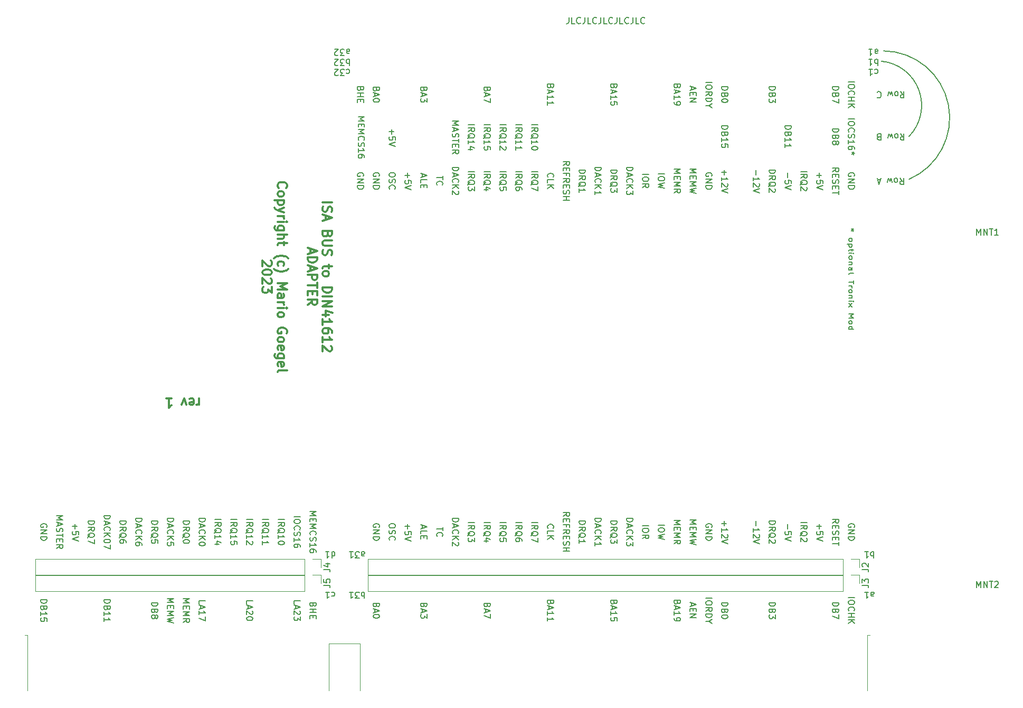
<source format=gbr>
%TF.GenerationSoftware,KiCad,Pcbnew,(6.0.11)*%
%TF.CreationDate,2023-06-06T08:43:51+02:00*%
%TF.ProjectId,DIN41612-ISA,44494e34-3136-4313-922d-4953412e6b69,rev?*%
%TF.SameCoordinates,Original*%
%TF.FileFunction,Legend,Top*%
%TF.FilePolarity,Positive*%
%FSLAX46Y46*%
G04 Gerber Fmt 4.6, Leading zero omitted, Abs format (unit mm)*
G04 Created by KiCad (PCBNEW (6.0.11)) date 2023-06-06 08:43:51*
%MOMM*%
%LPD*%
G01*
G04 APERTURE LIST*
%ADD10C,0.150000*%
%ADD11C,0.300000*%
%ADD12C,0.120000*%
G04 APERTURE END LIST*
D10*
X218947999Y-69468999D02*
G75*
G03*
X214884000Y-48895000I-4180629J9862579D01*
G01*
X218947974Y-62610975D02*
G75*
G03*
X214503000Y-50546000I-5078774J4980175D01*
G01*
X151328428Y-55046666D02*
X151280809Y-55189523D01*
X151233190Y-55237142D01*
X151137952Y-55284761D01*
X150995095Y-55284761D01*
X150899857Y-55237142D01*
X150852238Y-55189523D01*
X150804619Y-55094285D01*
X150804619Y-54713333D01*
X151804619Y-54713333D01*
X151804619Y-55046666D01*
X151757000Y-55141904D01*
X151709380Y-55189523D01*
X151614142Y-55237142D01*
X151518904Y-55237142D01*
X151423666Y-55189523D01*
X151376047Y-55141904D01*
X151328428Y-55046666D01*
X151328428Y-54713333D01*
X151090333Y-55665714D02*
X151090333Y-56141904D01*
X150804619Y-55570476D02*
X151804619Y-55903809D01*
X150804619Y-56237142D01*
X151804619Y-56475238D02*
X151804619Y-57141904D01*
X150804619Y-56713333D01*
X199445571Y-68437285D02*
X199445571Y-69199190D01*
X200064619Y-70151571D02*
X200064619Y-69675380D01*
X199588428Y-69627761D01*
X199636047Y-69675380D01*
X199683666Y-69770619D01*
X199683666Y-70008714D01*
X199636047Y-70103952D01*
X199588428Y-70151571D01*
X199493190Y-70199190D01*
X199255095Y-70199190D01*
X199159857Y-70151571D01*
X199112238Y-70103952D01*
X199064619Y-70008714D01*
X199064619Y-69770619D01*
X199112238Y-69675380D01*
X199159857Y-69627761D01*
X200064619Y-70484904D02*
X199064619Y-70818238D01*
X200064619Y-71151571D01*
X189285571Y-67961095D02*
X189285571Y-68723000D01*
X188904619Y-68342047D02*
X189666523Y-68342047D01*
X188904619Y-69723000D02*
X188904619Y-69151571D01*
X188904619Y-69437285D02*
X189904619Y-69437285D01*
X189761761Y-69342047D01*
X189666523Y-69246809D01*
X189618904Y-69151571D01*
X189809380Y-70103952D02*
X189857000Y-70151571D01*
X189904619Y-70246809D01*
X189904619Y-70484904D01*
X189857000Y-70580142D01*
X189809380Y-70627761D01*
X189714142Y-70675380D01*
X189618904Y-70675380D01*
X189476047Y-70627761D01*
X188904619Y-70056333D01*
X188904619Y-70675380D01*
X189904619Y-70961095D02*
X188904619Y-71294428D01*
X189904619Y-71627761D01*
X144184619Y-68937285D02*
X144184619Y-69508714D01*
X143184619Y-69223000D02*
X144184619Y-69223000D01*
X143279857Y-70413476D02*
X143232238Y-70365857D01*
X143184619Y-70223000D01*
X143184619Y-70127761D01*
X143232238Y-69984904D01*
X143327476Y-69889666D01*
X143422714Y-69842047D01*
X143613190Y-69794428D01*
X143756047Y-69794428D01*
X143946523Y-69842047D01*
X144041761Y-69889666D01*
X144137000Y-69984904D01*
X144184619Y-70127761D01*
X144184619Y-70223000D01*
X144137000Y-70365857D01*
X144089380Y-70413476D01*
X171648428Y-137247476D02*
X171600809Y-137390333D01*
X171553190Y-137437952D01*
X171457952Y-137485571D01*
X171315095Y-137485571D01*
X171219857Y-137437952D01*
X171172238Y-137390333D01*
X171124619Y-137295095D01*
X171124619Y-136914142D01*
X172124619Y-136914142D01*
X172124619Y-137247476D01*
X172077000Y-137342714D01*
X172029380Y-137390333D01*
X171934142Y-137437952D01*
X171838904Y-137437952D01*
X171743666Y-137390333D01*
X171696047Y-137342714D01*
X171648428Y-137247476D01*
X171648428Y-136914142D01*
X171410333Y-137866523D02*
X171410333Y-138342714D01*
X171124619Y-137771285D02*
X172124619Y-138104619D01*
X171124619Y-138437952D01*
X171124619Y-139295095D02*
X171124619Y-138723666D01*
X171124619Y-139009380D02*
X172124619Y-139009380D01*
X171981761Y-138914142D01*
X171886523Y-138818904D01*
X171838904Y-138723666D01*
X172124619Y-140199857D02*
X172124619Y-139723666D01*
X171648428Y-139676047D01*
X171696047Y-139723666D01*
X171743666Y-139818904D01*
X171743666Y-140057000D01*
X171696047Y-140152238D01*
X171648428Y-140199857D01*
X171553190Y-140247476D01*
X171315095Y-140247476D01*
X171219857Y-140199857D01*
X171172238Y-140152238D01*
X171124619Y-140057000D01*
X171124619Y-139818904D01*
X171172238Y-139723666D01*
X171219857Y-139676047D01*
X155884619Y-124484000D02*
X156884619Y-124484000D01*
X155884619Y-125531619D02*
X156360809Y-125198285D01*
X155884619Y-124960190D02*
X156884619Y-124960190D01*
X156884619Y-125341142D01*
X156837000Y-125436380D01*
X156789380Y-125484000D01*
X156694142Y-125531619D01*
X156551285Y-125531619D01*
X156456047Y-125484000D01*
X156408428Y-125436380D01*
X156360809Y-125341142D01*
X156360809Y-124960190D01*
X155789380Y-126626857D02*
X155837000Y-126531619D01*
X155932238Y-126436380D01*
X156075095Y-126293523D01*
X156122714Y-126198285D01*
X156122714Y-126103047D01*
X155884619Y-126150666D02*
X155932238Y-126055428D01*
X156027476Y-125960190D01*
X156217952Y-125912571D01*
X156551285Y-125912571D01*
X156741761Y-125960190D01*
X156837000Y-126055428D01*
X156884619Y-126150666D01*
X156884619Y-126341142D01*
X156837000Y-126436380D01*
X156741761Y-126531619D01*
X156551285Y-126579238D01*
X156217952Y-126579238D01*
X156027476Y-126531619D01*
X155932238Y-126436380D01*
X155884619Y-126341142D01*
X155884619Y-126150666D01*
X156884619Y-127436380D02*
X156884619Y-127245904D01*
X156837000Y-127150666D01*
X156789380Y-127103047D01*
X156646523Y-127007809D01*
X156456047Y-126960190D01*
X156075095Y-126960190D01*
X155979857Y-127007809D01*
X155932238Y-127055428D01*
X155884619Y-127150666D01*
X155884619Y-127341142D01*
X155932238Y-127436380D01*
X155979857Y-127484000D01*
X156075095Y-127531619D01*
X156313190Y-127531619D01*
X156408428Y-127484000D01*
X156456047Y-127436380D01*
X156503666Y-127341142D01*
X156503666Y-127150666D01*
X156456047Y-127055428D01*
X156408428Y-127007809D01*
X156313190Y-126960190D01*
X133977000Y-125222095D02*
X134024619Y-125126857D01*
X134024619Y-124984000D01*
X133977000Y-124841142D01*
X133881761Y-124745904D01*
X133786523Y-124698285D01*
X133596047Y-124650666D01*
X133453190Y-124650666D01*
X133262714Y-124698285D01*
X133167476Y-124745904D01*
X133072238Y-124841142D01*
X133024619Y-124984000D01*
X133024619Y-125079238D01*
X133072238Y-125222095D01*
X133119857Y-125269714D01*
X133453190Y-125269714D01*
X133453190Y-125079238D01*
X133024619Y-125698285D02*
X134024619Y-125698285D01*
X133024619Y-126269714D01*
X134024619Y-126269714D01*
X133024619Y-126745904D02*
X134024619Y-126745904D01*
X134024619Y-126984000D01*
X133977000Y-127126857D01*
X133881761Y-127222095D01*
X133786523Y-127269714D01*
X133596047Y-127317333D01*
X133453190Y-127317333D01*
X133262714Y-127269714D01*
X133167476Y-127222095D01*
X133072238Y-127126857D01*
X133024619Y-126984000D01*
X133024619Y-126745904D01*
X120324619Y-123531619D02*
X121324619Y-123531619D01*
X121324619Y-124198285D02*
X121324619Y-124388761D01*
X121277000Y-124484000D01*
X121181761Y-124579238D01*
X120991285Y-124626857D01*
X120657952Y-124626857D01*
X120467476Y-124579238D01*
X120372238Y-124484000D01*
X120324619Y-124388761D01*
X120324619Y-124198285D01*
X120372238Y-124103047D01*
X120467476Y-124007809D01*
X120657952Y-123960190D01*
X120991285Y-123960190D01*
X121181761Y-124007809D01*
X121277000Y-124103047D01*
X121324619Y-124198285D01*
X120419857Y-125626857D02*
X120372238Y-125579238D01*
X120324619Y-125436380D01*
X120324619Y-125341142D01*
X120372238Y-125198285D01*
X120467476Y-125103047D01*
X120562714Y-125055428D01*
X120753190Y-125007809D01*
X120896047Y-125007809D01*
X121086523Y-125055428D01*
X121181761Y-125103047D01*
X121277000Y-125198285D01*
X121324619Y-125341142D01*
X121324619Y-125436380D01*
X121277000Y-125579238D01*
X121229380Y-125626857D01*
X120372238Y-126007809D02*
X120324619Y-126150666D01*
X120324619Y-126388761D01*
X120372238Y-126484000D01*
X120419857Y-126531619D01*
X120515095Y-126579238D01*
X120610333Y-126579238D01*
X120705571Y-126531619D01*
X120753190Y-126484000D01*
X120800809Y-126388761D01*
X120848428Y-126198285D01*
X120896047Y-126103047D01*
X120943666Y-126055428D01*
X121038904Y-126007809D01*
X121134142Y-126007809D01*
X121229380Y-126055428D01*
X121277000Y-126103047D01*
X121324619Y-126198285D01*
X121324619Y-126436380D01*
X121277000Y-126579238D01*
X120324619Y-127531619D02*
X120324619Y-126960190D01*
X120324619Y-127245904D02*
X121324619Y-127245904D01*
X121181761Y-127150666D01*
X121086523Y-127055428D01*
X121038904Y-126960190D01*
X121324619Y-128388761D02*
X121324619Y-128198285D01*
X121277000Y-128103047D01*
X121229380Y-128055428D01*
X121086523Y-127960190D01*
X120896047Y-127912571D01*
X120515095Y-127912571D01*
X120419857Y-127960190D01*
X120372238Y-128007809D01*
X120324619Y-128103047D01*
X120324619Y-128293523D01*
X120372238Y-128388761D01*
X120419857Y-128436380D01*
X120515095Y-128484000D01*
X120753190Y-128484000D01*
X120848428Y-128436380D01*
X120896047Y-128388761D01*
X120943666Y-128293523D01*
X120943666Y-128103047D01*
X120896047Y-128007809D01*
X120848428Y-127960190D01*
X120753190Y-127912571D01*
X201604619Y-68223000D02*
X202604619Y-68223000D01*
X201604619Y-69270619D02*
X202080809Y-68937285D01*
X201604619Y-68699190D02*
X202604619Y-68699190D01*
X202604619Y-69080142D01*
X202557000Y-69175380D01*
X202509380Y-69223000D01*
X202414142Y-69270619D01*
X202271285Y-69270619D01*
X202176047Y-69223000D01*
X202128428Y-69175380D01*
X202080809Y-69080142D01*
X202080809Y-68699190D01*
X201509380Y-70365857D02*
X201557000Y-70270619D01*
X201652238Y-70175380D01*
X201795095Y-70032523D01*
X201842714Y-69937285D01*
X201842714Y-69842047D01*
X201604619Y-69889666D02*
X201652238Y-69794428D01*
X201747476Y-69699190D01*
X201937952Y-69651571D01*
X202271285Y-69651571D01*
X202461761Y-69699190D01*
X202557000Y-69794428D01*
X202604619Y-69889666D01*
X202604619Y-70080142D01*
X202557000Y-70175380D01*
X202461761Y-70270619D01*
X202271285Y-70318238D01*
X201937952Y-70318238D01*
X201747476Y-70270619D01*
X201652238Y-70175380D01*
X201604619Y-70080142D01*
X201604619Y-69889666D01*
X202509380Y-70699190D02*
X202557000Y-70746809D01*
X202604619Y-70842047D01*
X202604619Y-71080142D01*
X202557000Y-71175380D01*
X202509380Y-71223000D01*
X202414142Y-71270619D01*
X202318904Y-71270619D01*
X202176047Y-71223000D01*
X201604619Y-70651571D01*
X201604619Y-71270619D01*
X153344619Y-124484000D02*
X154344619Y-124484000D01*
X153344619Y-125531619D02*
X153820809Y-125198285D01*
X153344619Y-124960190D02*
X154344619Y-124960190D01*
X154344619Y-125341142D01*
X154297000Y-125436380D01*
X154249380Y-125484000D01*
X154154142Y-125531619D01*
X154011285Y-125531619D01*
X153916047Y-125484000D01*
X153868428Y-125436380D01*
X153820809Y-125341142D01*
X153820809Y-124960190D01*
X153249380Y-126626857D02*
X153297000Y-126531619D01*
X153392238Y-126436380D01*
X153535095Y-126293523D01*
X153582714Y-126198285D01*
X153582714Y-126103047D01*
X153344619Y-126150666D02*
X153392238Y-126055428D01*
X153487476Y-125960190D01*
X153677952Y-125912571D01*
X154011285Y-125912571D01*
X154201761Y-125960190D01*
X154297000Y-126055428D01*
X154344619Y-126150666D01*
X154344619Y-126341142D01*
X154297000Y-126436380D01*
X154201761Y-126531619D01*
X154011285Y-126579238D01*
X153677952Y-126579238D01*
X153487476Y-126531619D01*
X153392238Y-126436380D01*
X153344619Y-126341142D01*
X153344619Y-126150666D01*
X154344619Y-127484000D02*
X154344619Y-127007809D01*
X153868428Y-126960190D01*
X153916047Y-127007809D01*
X153963666Y-127103047D01*
X153963666Y-127341142D01*
X153916047Y-127436380D01*
X153868428Y-127484000D01*
X153773190Y-127531619D01*
X153535095Y-127531619D01*
X153439857Y-127484000D01*
X153392238Y-127436380D01*
X153344619Y-127341142D01*
X153344619Y-127103047D01*
X153392238Y-127007809D01*
X153439857Y-126960190D01*
X163504619Y-123460190D02*
X163980809Y-123126857D01*
X163504619Y-122888761D02*
X164504619Y-122888761D01*
X164504619Y-123269714D01*
X164457000Y-123364952D01*
X164409380Y-123412571D01*
X164314142Y-123460190D01*
X164171285Y-123460190D01*
X164076047Y-123412571D01*
X164028428Y-123364952D01*
X163980809Y-123269714D01*
X163980809Y-122888761D01*
X164028428Y-123888761D02*
X164028428Y-124222095D01*
X163504619Y-124364952D02*
X163504619Y-123888761D01*
X164504619Y-123888761D01*
X164504619Y-124364952D01*
X164028428Y-125126857D02*
X164028428Y-124793523D01*
X163504619Y-124793523D02*
X164504619Y-124793523D01*
X164504619Y-125269714D01*
X163504619Y-126222095D02*
X163980809Y-125888761D01*
X163504619Y-125650666D02*
X164504619Y-125650666D01*
X164504619Y-126031619D01*
X164457000Y-126126857D01*
X164409380Y-126174476D01*
X164314142Y-126222095D01*
X164171285Y-126222095D01*
X164076047Y-126174476D01*
X164028428Y-126126857D01*
X163980809Y-126031619D01*
X163980809Y-125650666D01*
X164028428Y-126650666D02*
X164028428Y-126984000D01*
X163504619Y-127126857D02*
X163504619Y-126650666D01*
X164504619Y-126650666D01*
X164504619Y-127126857D01*
X163552238Y-127507809D02*
X163504619Y-127650666D01*
X163504619Y-127888761D01*
X163552238Y-127984000D01*
X163599857Y-128031619D01*
X163695095Y-128079238D01*
X163790333Y-128079238D01*
X163885571Y-128031619D01*
X163933190Y-127984000D01*
X163980809Y-127888761D01*
X164028428Y-127698285D01*
X164076047Y-127603047D01*
X164123666Y-127555428D01*
X164218904Y-127507809D01*
X164314142Y-127507809D01*
X164409380Y-127555428D01*
X164457000Y-127603047D01*
X164504619Y-127698285D01*
X164504619Y-127936380D01*
X164457000Y-128079238D01*
X163504619Y-128507809D02*
X164504619Y-128507809D01*
X164028428Y-128507809D02*
X164028428Y-129079238D01*
X163504619Y-129079238D02*
X164504619Y-129079238D01*
X151328428Y-137723666D02*
X151280809Y-137866523D01*
X151233190Y-137914142D01*
X151137952Y-137961761D01*
X150995095Y-137961761D01*
X150899857Y-137914142D01*
X150852238Y-137866523D01*
X150804619Y-137771285D01*
X150804619Y-137390333D01*
X151804619Y-137390333D01*
X151804619Y-137723666D01*
X151757000Y-137818904D01*
X151709380Y-137866523D01*
X151614142Y-137914142D01*
X151518904Y-137914142D01*
X151423666Y-137866523D01*
X151376047Y-137818904D01*
X151328428Y-137723666D01*
X151328428Y-137390333D01*
X151090333Y-138342714D02*
X151090333Y-138818904D01*
X150804619Y-138247476D02*
X151804619Y-138580809D01*
X150804619Y-138914142D01*
X151804619Y-139152238D02*
X151804619Y-139818904D01*
X150804619Y-139390333D01*
X196524619Y-137318904D02*
X197524619Y-137318904D01*
X197524619Y-137557000D01*
X197477000Y-137699857D01*
X197381761Y-137795095D01*
X197286523Y-137842714D01*
X197096047Y-137890333D01*
X196953190Y-137890333D01*
X196762714Y-137842714D01*
X196667476Y-137795095D01*
X196572238Y-137699857D01*
X196524619Y-137557000D01*
X196524619Y-137318904D01*
X197048428Y-138652238D02*
X197000809Y-138795095D01*
X196953190Y-138842714D01*
X196857952Y-138890333D01*
X196715095Y-138890333D01*
X196619857Y-138842714D01*
X196572238Y-138795095D01*
X196524619Y-138699857D01*
X196524619Y-138318904D01*
X197524619Y-138318904D01*
X197524619Y-138652238D01*
X197477000Y-138747476D01*
X197429380Y-138795095D01*
X197334142Y-138842714D01*
X197238904Y-138842714D01*
X197143666Y-138795095D01*
X197096047Y-138747476D01*
X197048428Y-138652238D01*
X197048428Y-138318904D01*
X197524619Y-139223666D02*
X197524619Y-139842714D01*
X197143666Y-139509380D01*
X197143666Y-139652238D01*
X197096047Y-139747476D01*
X197048428Y-139795095D01*
X196953190Y-139842714D01*
X196715095Y-139842714D01*
X196619857Y-139795095D01*
X196572238Y-139747476D01*
X196524619Y-139652238D01*
X196524619Y-139366523D01*
X196572238Y-139271285D01*
X196619857Y-139223666D01*
X176204619Y-124960190D02*
X177204619Y-124960190D01*
X177204619Y-125626857D02*
X177204619Y-125817333D01*
X177157000Y-125912571D01*
X177061761Y-126007809D01*
X176871285Y-126055428D01*
X176537952Y-126055428D01*
X176347476Y-126007809D01*
X176252238Y-125912571D01*
X176204619Y-125817333D01*
X176204619Y-125626857D01*
X176252238Y-125531619D01*
X176347476Y-125436380D01*
X176537952Y-125388761D01*
X176871285Y-125388761D01*
X177061761Y-125436380D01*
X177157000Y-125531619D01*
X177204619Y-125626857D01*
X176204619Y-127055428D02*
X176680809Y-126722095D01*
X176204619Y-126484000D02*
X177204619Y-126484000D01*
X177204619Y-126864952D01*
X177157000Y-126960190D01*
X177109380Y-127007809D01*
X177014142Y-127055428D01*
X176871285Y-127055428D01*
X176776047Y-127007809D01*
X176728428Y-126960190D01*
X176680809Y-126864952D01*
X176680809Y-126484000D01*
X196524619Y-124222095D02*
X197524619Y-124222095D01*
X197524619Y-124460190D01*
X197477000Y-124603047D01*
X197381761Y-124698285D01*
X197286523Y-124745904D01*
X197096047Y-124793523D01*
X196953190Y-124793523D01*
X196762714Y-124745904D01*
X196667476Y-124698285D01*
X196572238Y-124603047D01*
X196524619Y-124460190D01*
X196524619Y-124222095D01*
X196524619Y-125793523D02*
X197000809Y-125460190D01*
X196524619Y-125222095D02*
X197524619Y-125222095D01*
X197524619Y-125603047D01*
X197477000Y-125698285D01*
X197429380Y-125745904D01*
X197334142Y-125793523D01*
X197191285Y-125793523D01*
X197096047Y-125745904D01*
X197048428Y-125698285D01*
X197000809Y-125603047D01*
X197000809Y-125222095D01*
X196429380Y-126888761D02*
X196477000Y-126793523D01*
X196572238Y-126698285D01*
X196715095Y-126555428D01*
X196762714Y-126460190D01*
X196762714Y-126364952D01*
X196524619Y-126412571D02*
X196572238Y-126317333D01*
X196667476Y-126222095D01*
X196857952Y-126174476D01*
X197191285Y-126174476D01*
X197381761Y-126222095D01*
X197477000Y-126317333D01*
X197524619Y-126412571D01*
X197524619Y-126603047D01*
X197477000Y-126698285D01*
X197381761Y-126793523D01*
X197191285Y-126841142D01*
X196857952Y-126841142D01*
X196667476Y-126793523D01*
X196572238Y-126698285D01*
X196524619Y-126603047D01*
X196524619Y-126412571D01*
X197429380Y-127222095D02*
X197477000Y-127269714D01*
X197524619Y-127364952D01*
X197524619Y-127603047D01*
X197477000Y-127698285D01*
X197429380Y-127745904D01*
X197334142Y-127793523D01*
X197238904Y-127793523D01*
X197096047Y-127745904D01*
X196524619Y-127174476D01*
X196524619Y-127793523D01*
X140930333Y-124888761D02*
X140930333Y-125364952D01*
X140644619Y-124793523D02*
X141644619Y-125126857D01*
X140644619Y-125460190D01*
X140644619Y-126269714D02*
X140644619Y-125793523D01*
X141644619Y-125793523D01*
X141168428Y-126603047D02*
X141168428Y-126936380D01*
X140644619Y-127079238D02*
X140644619Y-126603047D01*
X141644619Y-126603047D01*
X141644619Y-127079238D01*
X217574619Y-55427619D02*
X217907952Y-55903809D01*
X218146047Y-55427619D02*
X218146047Y-56427619D01*
X217765095Y-56427619D01*
X217669857Y-56380000D01*
X217622238Y-56332380D01*
X217574619Y-56237142D01*
X217574619Y-56094285D01*
X217622238Y-55999047D01*
X217669857Y-55951428D01*
X217765095Y-55903809D01*
X218146047Y-55903809D01*
X217003190Y-55427619D02*
X217098428Y-55475238D01*
X217146047Y-55522857D01*
X217193666Y-55618095D01*
X217193666Y-55903809D01*
X217146047Y-55999047D01*
X217098428Y-56046666D01*
X217003190Y-56094285D01*
X216860333Y-56094285D01*
X216765095Y-56046666D01*
X216717476Y-55999047D01*
X216669857Y-55903809D01*
X216669857Y-55618095D01*
X216717476Y-55522857D01*
X216765095Y-55475238D01*
X216860333Y-55427619D01*
X217003190Y-55427619D01*
X216336523Y-56094285D02*
X216146047Y-55427619D01*
X215955571Y-55903809D01*
X215765095Y-55427619D01*
X215574619Y-56094285D01*
X213860333Y-55522857D02*
X213907952Y-55475238D01*
X214050809Y-55427619D01*
X214146047Y-55427619D01*
X214288904Y-55475238D01*
X214384142Y-55570476D01*
X214431761Y-55665714D01*
X214479380Y-55856190D01*
X214479380Y-55999047D01*
X214431761Y-56189523D01*
X214384142Y-56284761D01*
X214288904Y-56380000D01*
X214146047Y-56427619D01*
X214050809Y-56427619D01*
X213907952Y-56380000D01*
X213860333Y-56332380D01*
X136564619Y-68651571D02*
X136564619Y-68842047D01*
X136517000Y-68937285D01*
X136421761Y-69032523D01*
X136231285Y-69080142D01*
X135897952Y-69080142D01*
X135707476Y-69032523D01*
X135612238Y-68937285D01*
X135564619Y-68842047D01*
X135564619Y-68651571D01*
X135612238Y-68556333D01*
X135707476Y-68461095D01*
X135897952Y-68413476D01*
X136231285Y-68413476D01*
X136421761Y-68461095D01*
X136517000Y-68556333D01*
X136564619Y-68651571D01*
X135612238Y-69461095D02*
X135564619Y-69603952D01*
X135564619Y-69842047D01*
X135612238Y-69937285D01*
X135659857Y-69984904D01*
X135755095Y-70032523D01*
X135850333Y-70032523D01*
X135945571Y-69984904D01*
X135993190Y-69937285D01*
X136040809Y-69842047D01*
X136088428Y-69651571D01*
X136136047Y-69556333D01*
X136183666Y-69508714D01*
X136278904Y-69461095D01*
X136374142Y-69461095D01*
X136469380Y-69508714D01*
X136517000Y-69556333D01*
X136564619Y-69651571D01*
X136564619Y-69889666D01*
X136517000Y-70032523D01*
X135659857Y-71032523D02*
X135612238Y-70984904D01*
X135564619Y-70842047D01*
X135564619Y-70746809D01*
X135612238Y-70603952D01*
X135707476Y-70508714D01*
X135802714Y-70461095D01*
X135993190Y-70413476D01*
X136136047Y-70413476D01*
X136326523Y-70461095D01*
X136421761Y-70508714D01*
X136517000Y-70603952D01*
X136564619Y-70746809D01*
X136564619Y-70842047D01*
X136517000Y-70984904D01*
X136469380Y-71032523D01*
X92384619Y-124222095D02*
X93384619Y-124222095D01*
X93384619Y-124460190D01*
X93337000Y-124603047D01*
X93241761Y-124698285D01*
X93146523Y-124745904D01*
X92956047Y-124793523D01*
X92813190Y-124793523D01*
X92622714Y-124745904D01*
X92527476Y-124698285D01*
X92432238Y-124603047D01*
X92384619Y-124460190D01*
X92384619Y-124222095D01*
X92384619Y-125793523D02*
X92860809Y-125460190D01*
X92384619Y-125222095D02*
X93384619Y-125222095D01*
X93384619Y-125603047D01*
X93337000Y-125698285D01*
X93289380Y-125745904D01*
X93194142Y-125793523D01*
X93051285Y-125793523D01*
X92956047Y-125745904D01*
X92908428Y-125698285D01*
X92860809Y-125603047D01*
X92860809Y-125222095D01*
X92289380Y-126888761D02*
X92337000Y-126793523D01*
X92432238Y-126698285D01*
X92575095Y-126555428D01*
X92622714Y-126460190D01*
X92622714Y-126364952D01*
X92384619Y-126412571D02*
X92432238Y-126317333D01*
X92527476Y-126222095D01*
X92717952Y-126174476D01*
X93051285Y-126174476D01*
X93241761Y-126222095D01*
X93337000Y-126317333D01*
X93384619Y-126412571D01*
X93384619Y-126603047D01*
X93337000Y-126698285D01*
X93241761Y-126793523D01*
X93051285Y-126841142D01*
X92717952Y-126841142D01*
X92527476Y-126793523D01*
X92432238Y-126698285D01*
X92384619Y-126603047D01*
X92384619Y-126412571D01*
X93384619Y-127698285D02*
X93384619Y-127507809D01*
X93337000Y-127412571D01*
X93289380Y-127364952D01*
X93146523Y-127269714D01*
X92956047Y-127222095D01*
X92575095Y-127222095D01*
X92479857Y-127269714D01*
X92432238Y-127317333D01*
X92384619Y-127412571D01*
X92384619Y-127603047D01*
X92432238Y-127698285D01*
X92479857Y-127745904D01*
X92575095Y-127793523D01*
X92813190Y-127793523D01*
X92908428Y-127745904D01*
X92956047Y-127698285D01*
X93003666Y-127603047D01*
X93003666Y-127412571D01*
X92956047Y-127317333D01*
X92908428Y-127269714D01*
X92813190Y-127222095D01*
X186364619Y-136604619D02*
X187364619Y-136604619D01*
X187364619Y-137271285D02*
X187364619Y-137461761D01*
X187317000Y-137557000D01*
X187221761Y-137652238D01*
X187031285Y-137699857D01*
X186697952Y-137699857D01*
X186507476Y-137652238D01*
X186412238Y-137557000D01*
X186364619Y-137461761D01*
X186364619Y-137271285D01*
X186412238Y-137176047D01*
X186507476Y-137080809D01*
X186697952Y-137033190D01*
X187031285Y-137033190D01*
X187221761Y-137080809D01*
X187317000Y-137176047D01*
X187364619Y-137271285D01*
X186364619Y-138699857D02*
X186840809Y-138366523D01*
X186364619Y-138128428D02*
X187364619Y-138128428D01*
X187364619Y-138509380D01*
X187317000Y-138604619D01*
X187269380Y-138652238D01*
X187174142Y-138699857D01*
X187031285Y-138699857D01*
X186936047Y-138652238D01*
X186888428Y-138604619D01*
X186840809Y-138509380D01*
X186840809Y-138128428D01*
X186364619Y-139128428D02*
X187364619Y-139128428D01*
X187364619Y-139366523D01*
X187317000Y-139509380D01*
X187221761Y-139604619D01*
X187126523Y-139652238D01*
X186936047Y-139699857D01*
X186793190Y-139699857D01*
X186602714Y-139652238D01*
X186507476Y-139604619D01*
X186412238Y-139509380D01*
X186364619Y-139366523D01*
X186364619Y-139128428D01*
X186840809Y-140318904D02*
X186364619Y-140318904D01*
X187364619Y-139985571D02*
X186840809Y-140318904D01*
X187364619Y-140652238D01*
X212859904Y-135609619D02*
X212859904Y-136133428D01*
X212907523Y-136228666D01*
X213002761Y-136276285D01*
X213193238Y-136276285D01*
X213288476Y-136228666D01*
X212859904Y-135657238D02*
X212955142Y-135609619D01*
X213193238Y-135609619D01*
X213288476Y-135657238D01*
X213336095Y-135752476D01*
X213336095Y-135847714D01*
X213288476Y-135942952D01*
X213193238Y-135990571D01*
X212955142Y-135990571D01*
X212859904Y-136038190D01*
X211859904Y-135609619D02*
X212431333Y-135609619D01*
X212145619Y-135609619D02*
X212145619Y-136609619D01*
X212240857Y-136466761D01*
X212336095Y-136371523D01*
X212431333Y-136323904D01*
X213288476Y-129169619D02*
X213288476Y-130169619D01*
X213288476Y-129788666D02*
X213193238Y-129836285D01*
X213002761Y-129836285D01*
X212907523Y-129788666D01*
X212859904Y-129741047D01*
X212812285Y-129645809D01*
X212812285Y-129360095D01*
X212859904Y-129264857D01*
X212907523Y-129217238D01*
X213002761Y-129169619D01*
X213193238Y-129169619D01*
X213288476Y-129217238D01*
X211859904Y-129169619D02*
X212431333Y-129169619D01*
X212145619Y-129169619D02*
X212145619Y-130169619D01*
X212240857Y-130026761D01*
X212336095Y-129931523D01*
X212431333Y-129883904D01*
X122864619Y-122698285D02*
X123864619Y-122698285D01*
X123150333Y-123031619D01*
X123864619Y-123364952D01*
X122864619Y-123364952D01*
X123388428Y-123841142D02*
X123388428Y-124174476D01*
X122864619Y-124317333D02*
X122864619Y-123841142D01*
X123864619Y-123841142D01*
X123864619Y-124317333D01*
X122864619Y-124745904D02*
X123864619Y-124745904D01*
X123150333Y-125079238D01*
X123864619Y-125412571D01*
X122864619Y-125412571D01*
X122959857Y-126460190D02*
X122912238Y-126412571D01*
X122864619Y-126269714D01*
X122864619Y-126174476D01*
X122912238Y-126031619D01*
X123007476Y-125936380D01*
X123102714Y-125888761D01*
X123293190Y-125841142D01*
X123436047Y-125841142D01*
X123626523Y-125888761D01*
X123721761Y-125936380D01*
X123817000Y-126031619D01*
X123864619Y-126174476D01*
X123864619Y-126269714D01*
X123817000Y-126412571D01*
X123769380Y-126460190D01*
X122912238Y-126841142D02*
X122864619Y-126984000D01*
X122864619Y-127222095D01*
X122912238Y-127317333D01*
X122959857Y-127364952D01*
X123055095Y-127412571D01*
X123150333Y-127412571D01*
X123245571Y-127364952D01*
X123293190Y-127317333D01*
X123340809Y-127222095D01*
X123388428Y-127031619D01*
X123436047Y-126936380D01*
X123483666Y-126888761D01*
X123578904Y-126841142D01*
X123674142Y-126841142D01*
X123769380Y-126888761D01*
X123817000Y-126936380D01*
X123864619Y-127031619D01*
X123864619Y-127269714D01*
X123817000Y-127412571D01*
X122864619Y-128364952D02*
X122864619Y-127793523D01*
X122864619Y-128079238D02*
X123864619Y-128079238D01*
X123721761Y-127984000D01*
X123626523Y-127888761D01*
X123578904Y-127793523D01*
X123864619Y-129222095D02*
X123864619Y-129031619D01*
X123817000Y-128936380D01*
X123769380Y-128888761D01*
X123626523Y-128793523D01*
X123436047Y-128745904D01*
X123055095Y-128745904D01*
X122959857Y-128793523D01*
X122912238Y-128841142D01*
X122864619Y-128936380D01*
X122864619Y-129126857D01*
X122912238Y-129222095D01*
X122959857Y-129269714D01*
X123055095Y-129317333D01*
X123293190Y-129317333D01*
X123388428Y-129269714D01*
X123436047Y-129222095D01*
X123483666Y-129126857D01*
X123483666Y-128936380D01*
X123436047Y-128841142D01*
X123388428Y-128793523D01*
X123293190Y-128745904D01*
X97464619Y-137318904D02*
X98464619Y-137318904D01*
X98464619Y-137557000D01*
X98417000Y-137699857D01*
X98321761Y-137795095D01*
X98226523Y-137842714D01*
X98036047Y-137890333D01*
X97893190Y-137890333D01*
X97702714Y-137842714D01*
X97607476Y-137795095D01*
X97512238Y-137699857D01*
X97464619Y-137557000D01*
X97464619Y-137318904D01*
X97988428Y-138652238D02*
X97940809Y-138795095D01*
X97893190Y-138842714D01*
X97797952Y-138890333D01*
X97655095Y-138890333D01*
X97559857Y-138842714D01*
X97512238Y-138795095D01*
X97464619Y-138699857D01*
X97464619Y-138318904D01*
X98464619Y-138318904D01*
X98464619Y-138652238D01*
X98417000Y-138747476D01*
X98369380Y-138795095D01*
X98274142Y-138842714D01*
X98178904Y-138842714D01*
X98083666Y-138795095D01*
X98036047Y-138747476D01*
X97988428Y-138652238D01*
X97988428Y-138318904D01*
X98036047Y-139461761D02*
X98083666Y-139366523D01*
X98131285Y-139318904D01*
X98226523Y-139271285D01*
X98274142Y-139271285D01*
X98369380Y-139318904D01*
X98417000Y-139366523D01*
X98464619Y-139461761D01*
X98464619Y-139652238D01*
X98417000Y-139747476D01*
X98369380Y-139795095D01*
X98274142Y-139842714D01*
X98226523Y-139842714D01*
X98131285Y-139795095D01*
X98083666Y-139747476D01*
X98036047Y-139652238D01*
X98036047Y-139461761D01*
X97988428Y-139366523D01*
X97940809Y-139318904D01*
X97845571Y-139271285D01*
X97655095Y-139271285D01*
X97559857Y-139318904D01*
X97512238Y-139366523D01*
X97464619Y-139461761D01*
X97464619Y-139652238D01*
X97512238Y-139747476D01*
X97559857Y-139795095D01*
X97655095Y-139842714D01*
X97845571Y-139842714D01*
X97940809Y-139795095D01*
X97988428Y-139747476D01*
X98036047Y-139652238D01*
X217574619Y-62158619D02*
X217907952Y-62634809D01*
X218146047Y-62158619D02*
X218146047Y-63158619D01*
X217765095Y-63158619D01*
X217669857Y-63111000D01*
X217622238Y-63063380D01*
X217574619Y-62968142D01*
X217574619Y-62825285D01*
X217622238Y-62730047D01*
X217669857Y-62682428D01*
X217765095Y-62634809D01*
X218146047Y-62634809D01*
X217003190Y-62158619D02*
X217098428Y-62206238D01*
X217146047Y-62253857D01*
X217193666Y-62349095D01*
X217193666Y-62634809D01*
X217146047Y-62730047D01*
X217098428Y-62777666D01*
X217003190Y-62825285D01*
X216860333Y-62825285D01*
X216765095Y-62777666D01*
X216717476Y-62730047D01*
X216669857Y-62634809D01*
X216669857Y-62349095D01*
X216717476Y-62253857D01*
X216765095Y-62206238D01*
X216860333Y-62158619D01*
X217003190Y-62158619D01*
X216336523Y-62825285D02*
X216146047Y-62158619D01*
X215955571Y-62634809D01*
X215765095Y-62158619D01*
X215574619Y-62825285D01*
X214098428Y-62682428D02*
X213955571Y-62634809D01*
X213907952Y-62587190D01*
X213860333Y-62491952D01*
X213860333Y-62349095D01*
X213907952Y-62253857D01*
X213955571Y-62206238D01*
X214050809Y-62158619D01*
X214431761Y-62158619D01*
X214431761Y-63158619D01*
X214098428Y-63158619D01*
X214003190Y-63111000D01*
X213955571Y-63063380D01*
X213907952Y-62968142D01*
X213907952Y-62872904D01*
X213955571Y-62777666D01*
X214003190Y-62730047D01*
X214098428Y-62682428D01*
X214431761Y-62682428D01*
X209224619Y-59777666D02*
X210224619Y-59777666D01*
X210224619Y-60444333D02*
X210224619Y-60634809D01*
X210177000Y-60730047D01*
X210081761Y-60825285D01*
X209891285Y-60872904D01*
X209557952Y-60872904D01*
X209367476Y-60825285D01*
X209272238Y-60730047D01*
X209224619Y-60634809D01*
X209224619Y-60444333D01*
X209272238Y-60349095D01*
X209367476Y-60253857D01*
X209557952Y-60206238D01*
X209891285Y-60206238D01*
X210081761Y-60253857D01*
X210177000Y-60349095D01*
X210224619Y-60444333D01*
X209319857Y-61872904D02*
X209272238Y-61825285D01*
X209224619Y-61682428D01*
X209224619Y-61587190D01*
X209272238Y-61444333D01*
X209367476Y-61349095D01*
X209462714Y-61301476D01*
X209653190Y-61253857D01*
X209796047Y-61253857D01*
X209986523Y-61301476D01*
X210081761Y-61349095D01*
X210177000Y-61444333D01*
X210224619Y-61587190D01*
X210224619Y-61682428D01*
X210177000Y-61825285D01*
X210129380Y-61872904D01*
X209272238Y-62253857D02*
X209224619Y-62396714D01*
X209224619Y-62634809D01*
X209272238Y-62730047D01*
X209319857Y-62777666D01*
X209415095Y-62825285D01*
X209510333Y-62825285D01*
X209605571Y-62777666D01*
X209653190Y-62730047D01*
X209700809Y-62634809D01*
X209748428Y-62444333D01*
X209796047Y-62349095D01*
X209843666Y-62301476D01*
X209938904Y-62253857D01*
X210034142Y-62253857D01*
X210129380Y-62301476D01*
X210177000Y-62349095D01*
X210224619Y-62444333D01*
X210224619Y-62682428D01*
X210177000Y-62825285D01*
X209224619Y-63777666D02*
X209224619Y-63206238D01*
X209224619Y-63491952D02*
X210224619Y-63491952D01*
X210081761Y-63396714D01*
X209986523Y-63301476D01*
X209938904Y-63206238D01*
X210224619Y-64634809D02*
X210224619Y-64444333D01*
X210177000Y-64349095D01*
X210129380Y-64301476D01*
X209986523Y-64206238D01*
X209796047Y-64158619D01*
X209415095Y-64158619D01*
X209319857Y-64206238D01*
X209272238Y-64253857D01*
X209224619Y-64349095D01*
X209224619Y-64539571D01*
X209272238Y-64634809D01*
X209319857Y-64682428D01*
X209415095Y-64730047D01*
X209653190Y-64730047D01*
X209748428Y-64682428D01*
X209796047Y-64634809D01*
X209843666Y-64539571D01*
X209843666Y-64349095D01*
X209796047Y-64253857D01*
X209748428Y-64206238D01*
X209653190Y-64158619D01*
X210224619Y-65301476D02*
X209986523Y-65301476D01*
X210081761Y-65063380D02*
X209986523Y-65301476D01*
X210081761Y-65539571D01*
X209796047Y-65158619D02*
X209986523Y-65301476D01*
X209796047Y-65444333D01*
X194365571Y-67961095D02*
X194365571Y-68723000D01*
X193984619Y-69723000D02*
X193984619Y-69151571D01*
X193984619Y-69437285D02*
X194984619Y-69437285D01*
X194841761Y-69342047D01*
X194746523Y-69246809D01*
X194698904Y-69151571D01*
X194889380Y-70103952D02*
X194937000Y-70151571D01*
X194984619Y-70246809D01*
X194984619Y-70484904D01*
X194937000Y-70580142D01*
X194889380Y-70627761D01*
X194794142Y-70675380D01*
X194698904Y-70675380D01*
X194556047Y-70627761D01*
X193984619Y-70056333D01*
X193984619Y-70675380D01*
X194984619Y-70961095D02*
X193984619Y-71294428D01*
X194984619Y-71627761D01*
X158424619Y-68223000D02*
X159424619Y-68223000D01*
X158424619Y-69270619D02*
X158900809Y-68937285D01*
X158424619Y-68699190D02*
X159424619Y-68699190D01*
X159424619Y-69080142D01*
X159377000Y-69175380D01*
X159329380Y-69223000D01*
X159234142Y-69270619D01*
X159091285Y-69270619D01*
X158996047Y-69223000D01*
X158948428Y-69175380D01*
X158900809Y-69080142D01*
X158900809Y-68699190D01*
X158329380Y-70365857D02*
X158377000Y-70270619D01*
X158472238Y-70175380D01*
X158615095Y-70032523D01*
X158662714Y-69937285D01*
X158662714Y-69842047D01*
X158424619Y-69889666D02*
X158472238Y-69794428D01*
X158567476Y-69699190D01*
X158757952Y-69651571D01*
X159091285Y-69651571D01*
X159281761Y-69699190D01*
X159377000Y-69794428D01*
X159424619Y-69889666D01*
X159424619Y-70080142D01*
X159377000Y-70175380D01*
X159281761Y-70270619D01*
X159091285Y-70318238D01*
X158757952Y-70318238D01*
X158567476Y-70270619D01*
X158472238Y-70175380D01*
X158424619Y-70080142D01*
X158424619Y-69889666D01*
X159424619Y-70651571D02*
X159424619Y-71318238D01*
X158424619Y-70889666D01*
X150804619Y-68223000D02*
X151804619Y-68223000D01*
X150804619Y-69270619D02*
X151280809Y-68937285D01*
X150804619Y-68699190D02*
X151804619Y-68699190D01*
X151804619Y-69080142D01*
X151757000Y-69175380D01*
X151709380Y-69223000D01*
X151614142Y-69270619D01*
X151471285Y-69270619D01*
X151376047Y-69223000D01*
X151328428Y-69175380D01*
X151280809Y-69080142D01*
X151280809Y-68699190D01*
X150709380Y-70365857D02*
X150757000Y-70270619D01*
X150852238Y-70175380D01*
X150995095Y-70032523D01*
X151042714Y-69937285D01*
X151042714Y-69842047D01*
X150804619Y-69889666D02*
X150852238Y-69794428D01*
X150947476Y-69699190D01*
X151137952Y-69651571D01*
X151471285Y-69651571D01*
X151661761Y-69699190D01*
X151757000Y-69794428D01*
X151804619Y-69889666D01*
X151804619Y-70080142D01*
X151757000Y-70175380D01*
X151661761Y-70270619D01*
X151471285Y-70318238D01*
X151137952Y-70318238D01*
X150947476Y-70270619D01*
X150852238Y-70175380D01*
X150804619Y-70080142D01*
X150804619Y-69889666D01*
X151471285Y-71175380D02*
X150804619Y-71175380D01*
X151852238Y-70937285D02*
X151137952Y-70699190D01*
X151137952Y-71318238D01*
X131595666Y-135609619D02*
X131595666Y-136609619D01*
X131595666Y-136228666D02*
X131500428Y-136276285D01*
X131309952Y-136276285D01*
X131214714Y-136228666D01*
X131167095Y-136181047D01*
X131119476Y-136085809D01*
X131119476Y-135800095D01*
X131167095Y-135704857D01*
X131214714Y-135657238D01*
X131309952Y-135609619D01*
X131500428Y-135609619D01*
X131595666Y-135657238D01*
X130786142Y-136609619D02*
X130167095Y-136609619D01*
X130500428Y-136228666D01*
X130357571Y-136228666D01*
X130262333Y-136181047D01*
X130214714Y-136133428D01*
X130167095Y-136038190D01*
X130167095Y-135800095D01*
X130214714Y-135704857D01*
X130262333Y-135657238D01*
X130357571Y-135609619D01*
X130643285Y-135609619D01*
X130738523Y-135657238D01*
X130786142Y-135704857D01*
X129214714Y-135609619D02*
X129786142Y-135609619D01*
X129500428Y-135609619D02*
X129500428Y-136609619D01*
X129595666Y-136466761D01*
X129690904Y-136371523D01*
X129786142Y-136323904D01*
X131167095Y-129169619D02*
X131167095Y-129693428D01*
X131214714Y-129788666D01*
X131309952Y-129836285D01*
X131500428Y-129836285D01*
X131595666Y-129788666D01*
X131167095Y-129217238D02*
X131262333Y-129169619D01*
X131500428Y-129169619D01*
X131595666Y-129217238D01*
X131643285Y-129312476D01*
X131643285Y-129407714D01*
X131595666Y-129502952D01*
X131500428Y-129550571D01*
X131262333Y-129550571D01*
X131167095Y-129598190D01*
X130786142Y-130169619D02*
X130167095Y-130169619D01*
X130500428Y-129788666D01*
X130357571Y-129788666D01*
X130262333Y-129741047D01*
X130214714Y-129693428D01*
X130167095Y-129598190D01*
X130167095Y-129360095D01*
X130214714Y-129264857D01*
X130262333Y-129217238D01*
X130357571Y-129169619D01*
X130643285Y-129169619D01*
X130738523Y-129217238D01*
X130786142Y-129264857D01*
X129214714Y-129169619D02*
X129786142Y-129169619D01*
X129500428Y-129169619D02*
X129500428Y-130169619D01*
X129595666Y-130026761D01*
X129690904Y-129931523D01*
X129786142Y-129883904D01*
X178744619Y-68627761D02*
X179744619Y-68627761D01*
X179744619Y-69294428D02*
X179744619Y-69484904D01*
X179697000Y-69580142D01*
X179601761Y-69675380D01*
X179411285Y-69723000D01*
X179077952Y-69723000D01*
X178887476Y-69675380D01*
X178792238Y-69580142D01*
X178744619Y-69484904D01*
X178744619Y-69294428D01*
X178792238Y-69199190D01*
X178887476Y-69103952D01*
X179077952Y-69056333D01*
X179411285Y-69056333D01*
X179601761Y-69103952D01*
X179697000Y-69199190D01*
X179744619Y-69294428D01*
X179744619Y-70056333D02*
X178744619Y-70294428D01*
X179458904Y-70484904D01*
X178744619Y-70675380D01*
X179744619Y-70913476D01*
X171124619Y-124222095D02*
X172124619Y-124222095D01*
X172124619Y-124460190D01*
X172077000Y-124603047D01*
X171981761Y-124698285D01*
X171886523Y-124745904D01*
X171696047Y-124793523D01*
X171553190Y-124793523D01*
X171362714Y-124745904D01*
X171267476Y-124698285D01*
X171172238Y-124603047D01*
X171124619Y-124460190D01*
X171124619Y-124222095D01*
X171124619Y-125793523D02*
X171600809Y-125460190D01*
X171124619Y-125222095D02*
X172124619Y-125222095D01*
X172124619Y-125603047D01*
X172077000Y-125698285D01*
X172029380Y-125745904D01*
X171934142Y-125793523D01*
X171791285Y-125793523D01*
X171696047Y-125745904D01*
X171648428Y-125698285D01*
X171600809Y-125603047D01*
X171600809Y-125222095D01*
X171029380Y-126888761D02*
X171077000Y-126793523D01*
X171172238Y-126698285D01*
X171315095Y-126555428D01*
X171362714Y-126460190D01*
X171362714Y-126364952D01*
X171124619Y-126412571D02*
X171172238Y-126317333D01*
X171267476Y-126222095D01*
X171457952Y-126174476D01*
X171791285Y-126174476D01*
X171981761Y-126222095D01*
X172077000Y-126317333D01*
X172124619Y-126412571D01*
X172124619Y-126603047D01*
X172077000Y-126698285D01*
X171981761Y-126793523D01*
X171791285Y-126841142D01*
X171457952Y-126841142D01*
X171267476Y-126793523D01*
X171172238Y-126698285D01*
X171124619Y-126603047D01*
X171124619Y-126412571D01*
X172124619Y-127174476D02*
X172124619Y-127793523D01*
X171743666Y-127460190D01*
X171743666Y-127603047D01*
X171696047Y-127698285D01*
X171648428Y-127745904D01*
X171553190Y-127793523D01*
X171315095Y-127793523D01*
X171219857Y-127745904D01*
X171172238Y-127698285D01*
X171124619Y-127603047D01*
X171124619Y-127317333D01*
X171172238Y-127222095D01*
X171219857Y-127174476D01*
X128730285Y-51878238D02*
X128825523Y-51830619D01*
X129016000Y-51830619D01*
X129111238Y-51878238D01*
X129158857Y-51925857D01*
X129206476Y-52021095D01*
X129206476Y-52306809D01*
X129158857Y-52402047D01*
X129111238Y-52449666D01*
X129016000Y-52497285D01*
X128825523Y-52497285D01*
X128730285Y-52449666D01*
X128396952Y-52830619D02*
X127777904Y-52830619D01*
X128111238Y-52449666D01*
X127968380Y-52449666D01*
X127873142Y-52402047D01*
X127825523Y-52354428D01*
X127777904Y-52259190D01*
X127777904Y-52021095D01*
X127825523Y-51925857D01*
X127873142Y-51878238D01*
X127968380Y-51830619D01*
X128254095Y-51830619D01*
X128349333Y-51878238D01*
X128396952Y-51925857D01*
X127396952Y-52735380D02*
X127349333Y-52783000D01*
X127254095Y-52830619D01*
X127016000Y-52830619D01*
X126920761Y-52783000D01*
X126873142Y-52735380D01*
X126825523Y-52640142D01*
X126825523Y-52544904D01*
X126873142Y-52402047D01*
X127444571Y-51830619D01*
X126825523Y-51830619D01*
X129182666Y-50220619D02*
X129182666Y-51220619D01*
X129182666Y-50839666D02*
X129087428Y-50887285D01*
X128896952Y-50887285D01*
X128801714Y-50839666D01*
X128754095Y-50792047D01*
X128706476Y-50696809D01*
X128706476Y-50411095D01*
X128754095Y-50315857D01*
X128801714Y-50268238D01*
X128896952Y-50220619D01*
X129087428Y-50220619D01*
X129182666Y-50268238D01*
X128373142Y-51220619D02*
X127754095Y-51220619D01*
X128087428Y-50839666D01*
X127944571Y-50839666D01*
X127849333Y-50792047D01*
X127801714Y-50744428D01*
X127754095Y-50649190D01*
X127754095Y-50411095D01*
X127801714Y-50315857D01*
X127849333Y-50268238D01*
X127944571Y-50220619D01*
X128230285Y-50220619D01*
X128325523Y-50268238D01*
X128373142Y-50315857D01*
X127373142Y-51125380D02*
X127325523Y-51173000D01*
X127230285Y-51220619D01*
X126992190Y-51220619D01*
X126896952Y-51173000D01*
X126849333Y-51125380D01*
X126801714Y-51030142D01*
X126801714Y-50934904D01*
X126849333Y-50792047D01*
X127420761Y-50220619D01*
X126801714Y-50220619D01*
X128754095Y-48610619D02*
X128754095Y-49134428D01*
X128801714Y-49229666D01*
X128896952Y-49277285D01*
X129087428Y-49277285D01*
X129182666Y-49229666D01*
X128754095Y-48658238D02*
X128849333Y-48610619D01*
X129087428Y-48610619D01*
X129182666Y-48658238D01*
X129230285Y-48753476D01*
X129230285Y-48848714D01*
X129182666Y-48943952D01*
X129087428Y-48991571D01*
X128849333Y-48991571D01*
X128754095Y-49039190D01*
X128373142Y-49610619D02*
X127754095Y-49610619D01*
X128087428Y-49229666D01*
X127944571Y-49229666D01*
X127849333Y-49182047D01*
X127801714Y-49134428D01*
X127754095Y-49039190D01*
X127754095Y-48801095D01*
X127801714Y-48705857D01*
X127849333Y-48658238D01*
X127944571Y-48610619D01*
X128230285Y-48610619D01*
X128325523Y-48658238D01*
X128373142Y-48705857D01*
X127373142Y-49515380D02*
X127325523Y-49563000D01*
X127230285Y-49610619D01*
X126992190Y-49610619D01*
X126896952Y-49563000D01*
X126849333Y-49515380D01*
X126801714Y-49420142D01*
X126801714Y-49324904D01*
X126849333Y-49182047D01*
X127420761Y-48610619D01*
X126801714Y-48610619D01*
X138485571Y-68437285D02*
X138485571Y-69199190D01*
X138104619Y-68818238D02*
X138866523Y-68818238D01*
X139104619Y-70151571D02*
X139104619Y-69675380D01*
X138628428Y-69627761D01*
X138676047Y-69675380D01*
X138723666Y-69770619D01*
X138723666Y-70008714D01*
X138676047Y-70103952D01*
X138628428Y-70151571D01*
X138533190Y-70199190D01*
X138295095Y-70199190D01*
X138199857Y-70151571D01*
X138152238Y-70103952D01*
X138104619Y-70008714D01*
X138104619Y-69770619D01*
X138152238Y-69675380D01*
X138199857Y-69627761D01*
X139104619Y-70484904D02*
X138104619Y-70818238D01*
X139104619Y-71151571D01*
X89844619Y-123341142D02*
X90844619Y-123341142D01*
X90844619Y-123579238D01*
X90797000Y-123722095D01*
X90701761Y-123817333D01*
X90606523Y-123864952D01*
X90416047Y-123912571D01*
X90273190Y-123912571D01*
X90082714Y-123864952D01*
X89987476Y-123817333D01*
X89892238Y-123722095D01*
X89844619Y-123579238D01*
X89844619Y-123341142D01*
X90130333Y-124293523D02*
X90130333Y-124769714D01*
X89844619Y-124198285D02*
X90844619Y-124531619D01*
X89844619Y-124864952D01*
X89939857Y-125769714D02*
X89892238Y-125722095D01*
X89844619Y-125579238D01*
X89844619Y-125484000D01*
X89892238Y-125341142D01*
X89987476Y-125245904D01*
X90082714Y-125198285D01*
X90273190Y-125150666D01*
X90416047Y-125150666D01*
X90606523Y-125198285D01*
X90701761Y-125245904D01*
X90797000Y-125341142D01*
X90844619Y-125484000D01*
X90844619Y-125579238D01*
X90797000Y-125722095D01*
X90749380Y-125769714D01*
X89844619Y-126198285D02*
X90844619Y-126198285D01*
X89844619Y-126769714D02*
X90416047Y-126341142D01*
X90844619Y-126769714D02*
X90273190Y-126198285D01*
X90844619Y-127388761D02*
X90844619Y-127484000D01*
X90797000Y-127579238D01*
X90749380Y-127626857D01*
X90654142Y-127674476D01*
X90463666Y-127722095D01*
X90225571Y-127722095D01*
X90035095Y-127674476D01*
X89939857Y-127626857D01*
X89892238Y-127579238D01*
X89844619Y-127484000D01*
X89844619Y-127388761D01*
X89892238Y-127293523D01*
X89939857Y-127245904D01*
X90035095Y-127198285D01*
X90225571Y-127150666D01*
X90463666Y-127150666D01*
X90654142Y-127198285D01*
X90749380Y-127245904D01*
X90797000Y-127293523D01*
X90844619Y-127388761D01*
X90844619Y-128055428D02*
X90844619Y-128722095D01*
X89844619Y-128293523D01*
X97464619Y-124222095D02*
X98464619Y-124222095D01*
X98464619Y-124460190D01*
X98417000Y-124603047D01*
X98321761Y-124698285D01*
X98226523Y-124745904D01*
X98036047Y-124793523D01*
X97893190Y-124793523D01*
X97702714Y-124745904D01*
X97607476Y-124698285D01*
X97512238Y-124603047D01*
X97464619Y-124460190D01*
X97464619Y-124222095D01*
X97464619Y-125793523D02*
X97940809Y-125460190D01*
X97464619Y-125222095D02*
X98464619Y-125222095D01*
X98464619Y-125603047D01*
X98417000Y-125698285D01*
X98369380Y-125745904D01*
X98274142Y-125793523D01*
X98131285Y-125793523D01*
X98036047Y-125745904D01*
X97988428Y-125698285D01*
X97940809Y-125603047D01*
X97940809Y-125222095D01*
X97369380Y-126888761D02*
X97417000Y-126793523D01*
X97512238Y-126698285D01*
X97655095Y-126555428D01*
X97702714Y-126460190D01*
X97702714Y-126364952D01*
X97464619Y-126412571D02*
X97512238Y-126317333D01*
X97607476Y-126222095D01*
X97797952Y-126174476D01*
X98131285Y-126174476D01*
X98321761Y-126222095D01*
X98417000Y-126317333D01*
X98464619Y-126412571D01*
X98464619Y-126603047D01*
X98417000Y-126698285D01*
X98321761Y-126793523D01*
X98131285Y-126841142D01*
X97797952Y-126841142D01*
X97607476Y-126793523D01*
X97512238Y-126698285D01*
X97464619Y-126603047D01*
X97464619Y-126412571D01*
X98464619Y-127745904D02*
X98464619Y-127269714D01*
X97988428Y-127222095D01*
X98036047Y-127269714D01*
X98083666Y-127364952D01*
X98083666Y-127603047D01*
X98036047Y-127698285D01*
X97988428Y-127745904D01*
X97893190Y-127793523D01*
X97655095Y-127793523D01*
X97559857Y-127745904D01*
X97512238Y-127698285D01*
X97464619Y-127603047D01*
X97464619Y-127364952D01*
X97512238Y-127269714D01*
X97559857Y-127222095D01*
X100004619Y-136628428D02*
X101004619Y-136628428D01*
X100290333Y-136961761D01*
X101004619Y-137295095D01*
X100004619Y-137295095D01*
X100528428Y-137771285D02*
X100528428Y-138104619D01*
X100004619Y-138247476D02*
X100004619Y-137771285D01*
X101004619Y-137771285D01*
X101004619Y-138247476D01*
X100004619Y-138676047D02*
X101004619Y-138676047D01*
X100290333Y-139009380D01*
X101004619Y-139342714D01*
X100004619Y-139342714D01*
X101004619Y-139723666D02*
X100004619Y-139961761D01*
X100718904Y-140152238D01*
X100004619Y-140342714D01*
X101004619Y-140580809D01*
X87304619Y-124222095D02*
X88304619Y-124222095D01*
X88304619Y-124460190D01*
X88257000Y-124603047D01*
X88161761Y-124698285D01*
X88066523Y-124745904D01*
X87876047Y-124793523D01*
X87733190Y-124793523D01*
X87542714Y-124745904D01*
X87447476Y-124698285D01*
X87352238Y-124603047D01*
X87304619Y-124460190D01*
X87304619Y-124222095D01*
X87304619Y-125793523D02*
X87780809Y-125460190D01*
X87304619Y-125222095D02*
X88304619Y-125222095D01*
X88304619Y-125603047D01*
X88257000Y-125698285D01*
X88209380Y-125745904D01*
X88114142Y-125793523D01*
X87971285Y-125793523D01*
X87876047Y-125745904D01*
X87828428Y-125698285D01*
X87780809Y-125603047D01*
X87780809Y-125222095D01*
X87209380Y-126888761D02*
X87257000Y-126793523D01*
X87352238Y-126698285D01*
X87495095Y-126555428D01*
X87542714Y-126460190D01*
X87542714Y-126364952D01*
X87304619Y-126412571D02*
X87352238Y-126317333D01*
X87447476Y-126222095D01*
X87637952Y-126174476D01*
X87971285Y-126174476D01*
X88161761Y-126222095D01*
X88257000Y-126317333D01*
X88304619Y-126412571D01*
X88304619Y-126603047D01*
X88257000Y-126698285D01*
X88161761Y-126793523D01*
X87971285Y-126841142D01*
X87637952Y-126841142D01*
X87447476Y-126793523D01*
X87352238Y-126698285D01*
X87304619Y-126603047D01*
X87304619Y-126412571D01*
X88304619Y-127174476D02*
X88304619Y-127841142D01*
X87304619Y-127412571D01*
X210087714Y-77566238D02*
X209909142Y-77566238D01*
X209980571Y-77328142D02*
X209909142Y-77566238D01*
X209980571Y-77804333D01*
X209766285Y-77423380D02*
X209909142Y-77566238D01*
X209766285Y-77709095D01*
X209337714Y-79090047D02*
X209373428Y-78994809D01*
X209409142Y-78947190D01*
X209480571Y-78899571D01*
X209694857Y-78899571D01*
X209766285Y-78947190D01*
X209802000Y-78994809D01*
X209837714Y-79090047D01*
X209837714Y-79232904D01*
X209802000Y-79328142D01*
X209766285Y-79375761D01*
X209694857Y-79423380D01*
X209480571Y-79423380D01*
X209409142Y-79375761D01*
X209373428Y-79328142D01*
X209337714Y-79232904D01*
X209337714Y-79090047D01*
X209837714Y-79851952D02*
X209087714Y-79851952D01*
X209802000Y-79851952D02*
X209837714Y-79947190D01*
X209837714Y-80137666D01*
X209802000Y-80232904D01*
X209766285Y-80280523D01*
X209694857Y-80328142D01*
X209480571Y-80328142D01*
X209409142Y-80280523D01*
X209373428Y-80232904D01*
X209337714Y-80137666D01*
X209337714Y-79947190D01*
X209373428Y-79851952D01*
X209837714Y-80613857D02*
X209837714Y-80994809D01*
X210087714Y-80756714D02*
X209444857Y-80756714D01*
X209373428Y-80804333D01*
X209337714Y-80899571D01*
X209337714Y-80994809D01*
X209337714Y-81328142D02*
X209837714Y-81328142D01*
X210087714Y-81328142D02*
X210052000Y-81280523D01*
X210016285Y-81328142D01*
X210052000Y-81375761D01*
X210087714Y-81328142D01*
X210016285Y-81328142D01*
X209337714Y-81947190D02*
X209373428Y-81851952D01*
X209409142Y-81804333D01*
X209480571Y-81756714D01*
X209694857Y-81756714D01*
X209766285Y-81804333D01*
X209802000Y-81851952D01*
X209837714Y-81947190D01*
X209837714Y-82090047D01*
X209802000Y-82185285D01*
X209766285Y-82232904D01*
X209694857Y-82280523D01*
X209480571Y-82280523D01*
X209409142Y-82232904D01*
X209373428Y-82185285D01*
X209337714Y-82090047D01*
X209337714Y-81947190D01*
X209837714Y-82709095D02*
X209337714Y-82709095D01*
X209766285Y-82709095D02*
X209802000Y-82756714D01*
X209837714Y-82851952D01*
X209837714Y-82994809D01*
X209802000Y-83090047D01*
X209730571Y-83137666D01*
X209337714Y-83137666D01*
X209337714Y-84042428D02*
X209730571Y-84042428D01*
X209802000Y-83994809D01*
X209837714Y-83899571D01*
X209837714Y-83709095D01*
X209802000Y-83613857D01*
X209373428Y-84042428D02*
X209337714Y-83947190D01*
X209337714Y-83709095D01*
X209373428Y-83613857D01*
X209444857Y-83566238D01*
X209516285Y-83566238D01*
X209587714Y-83613857D01*
X209623428Y-83709095D01*
X209623428Y-83947190D01*
X209659142Y-84042428D01*
X209337714Y-84661476D02*
X209373428Y-84566238D01*
X209444857Y-84518619D01*
X210087714Y-84518619D01*
X210087714Y-85661476D02*
X210087714Y-86232904D01*
X209337714Y-85947190D02*
X210087714Y-85947190D01*
X209337714Y-86566238D02*
X209837714Y-86566238D01*
X209694857Y-86566238D02*
X209766285Y-86613857D01*
X209802000Y-86661476D01*
X209837714Y-86756714D01*
X209837714Y-86851952D01*
X209337714Y-87328142D02*
X209373428Y-87232904D01*
X209409142Y-87185285D01*
X209480571Y-87137666D01*
X209694857Y-87137666D01*
X209766285Y-87185285D01*
X209802000Y-87232904D01*
X209837714Y-87328142D01*
X209837714Y-87471000D01*
X209802000Y-87566238D01*
X209766285Y-87613857D01*
X209694857Y-87661476D01*
X209480571Y-87661476D01*
X209409142Y-87613857D01*
X209373428Y-87566238D01*
X209337714Y-87471000D01*
X209337714Y-87328142D01*
X209837714Y-88090047D02*
X209337714Y-88090047D01*
X209766285Y-88090047D02*
X209802000Y-88137666D01*
X209837714Y-88232904D01*
X209837714Y-88375761D01*
X209802000Y-88471000D01*
X209730571Y-88518619D01*
X209337714Y-88518619D01*
X209337714Y-88994809D02*
X209837714Y-88994809D01*
X210087714Y-88994809D02*
X210052000Y-88947190D01*
X210016285Y-88994809D01*
X210052000Y-89042428D01*
X210087714Y-88994809D01*
X210016285Y-88994809D01*
X209337714Y-89375761D02*
X209837714Y-89899571D01*
X209837714Y-89375761D02*
X209337714Y-89899571D01*
X209337714Y-91042428D02*
X210087714Y-91042428D01*
X209552000Y-91375761D01*
X210087714Y-91709095D01*
X209337714Y-91709095D01*
X209337714Y-92328142D02*
X209373428Y-92232904D01*
X209409142Y-92185285D01*
X209480571Y-92137666D01*
X209694857Y-92137666D01*
X209766285Y-92185285D01*
X209802000Y-92232904D01*
X209837714Y-92328142D01*
X209837714Y-92471000D01*
X209802000Y-92566238D01*
X209766285Y-92613857D01*
X209694857Y-92661476D01*
X209480571Y-92661476D01*
X209409142Y-92613857D01*
X209373428Y-92566238D01*
X209337714Y-92471000D01*
X209337714Y-92328142D01*
X209337714Y-93518619D02*
X210087714Y-93518619D01*
X209373428Y-93518619D02*
X209337714Y-93423380D01*
X209337714Y-93232904D01*
X209373428Y-93137666D01*
X209409142Y-93090047D01*
X209480571Y-93042428D01*
X209694857Y-93042428D01*
X209766285Y-93090047D01*
X209802000Y-93137666D01*
X209837714Y-93232904D01*
X209837714Y-93423380D01*
X209802000Y-93518619D01*
X158424619Y-60761809D02*
X159424619Y-60761809D01*
X158424619Y-61809428D02*
X158900809Y-61476095D01*
X158424619Y-61238000D02*
X159424619Y-61238000D01*
X159424619Y-61618952D01*
X159377000Y-61714190D01*
X159329380Y-61761809D01*
X159234142Y-61809428D01*
X159091285Y-61809428D01*
X158996047Y-61761809D01*
X158948428Y-61714190D01*
X158900809Y-61618952D01*
X158900809Y-61238000D01*
X158329380Y-62904666D02*
X158377000Y-62809428D01*
X158472238Y-62714190D01*
X158615095Y-62571333D01*
X158662714Y-62476095D01*
X158662714Y-62380857D01*
X158424619Y-62428476D02*
X158472238Y-62333238D01*
X158567476Y-62238000D01*
X158757952Y-62190380D01*
X159091285Y-62190380D01*
X159281761Y-62238000D01*
X159377000Y-62333238D01*
X159424619Y-62428476D01*
X159424619Y-62618952D01*
X159377000Y-62714190D01*
X159281761Y-62809428D01*
X159091285Y-62857047D01*
X158757952Y-62857047D01*
X158567476Y-62809428D01*
X158472238Y-62714190D01*
X158424619Y-62618952D01*
X158424619Y-62428476D01*
X158424619Y-63809428D02*
X158424619Y-63238000D01*
X158424619Y-63523714D02*
X159424619Y-63523714D01*
X159281761Y-63428476D01*
X159186523Y-63333238D01*
X159138904Y-63238000D01*
X159424619Y-64428476D02*
X159424619Y-64523714D01*
X159377000Y-64618952D01*
X159329380Y-64666571D01*
X159234142Y-64714190D01*
X159043666Y-64761809D01*
X158805571Y-64761809D01*
X158615095Y-64714190D01*
X158519857Y-64666571D01*
X158472238Y-64618952D01*
X158424619Y-64523714D01*
X158424619Y-64428476D01*
X158472238Y-64333238D01*
X158519857Y-64285619D01*
X158615095Y-64238000D01*
X158805571Y-64190380D01*
X159043666Y-64190380D01*
X159234142Y-64238000D01*
X159329380Y-64285619D01*
X159377000Y-64333238D01*
X159424619Y-64428476D01*
X217503190Y-69270619D02*
X217836523Y-69746809D01*
X218074619Y-69270619D02*
X218074619Y-70270619D01*
X217693666Y-70270619D01*
X217598428Y-70223000D01*
X217550809Y-70175380D01*
X217503190Y-70080142D01*
X217503190Y-69937285D01*
X217550809Y-69842047D01*
X217598428Y-69794428D01*
X217693666Y-69746809D01*
X218074619Y-69746809D01*
X216931761Y-69270619D02*
X217027000Y-69318238D01*
X217074619Y-69365857D01*
X217122238Y-69461095D01*
X217122238Y-69746809D01*
X217074619Y-69842047D01*
X217027000Y-69889666D01*
X216931761Y-69937285D01*
X216788904Y-69937285D01*
X216693666Y-69889666D01*
X216646047Y-69842047D01*
X216598428Y-69746809D01*
X216598428Y-69461095D01*
X216646047Y-69365857D01*
X216693666Y-69318238D01*
X216788904Y-69270619D01*
X216931761Y-69270619D01*
X216265095Y-69937285D02*
X216074619Y-69270619D01*
X215884142Y-69746809D01*
X215693666Y-69270619D01*
X215503190Y-69937285D01*
X214407952Y-69556333D02*
X213931761Y-69556333D01*
X214503190Y-69270619D02*
X214169857Y-70270619D01*
X213836523Y-69270619D01*
X150804619Y-60761809D02*
X151804619Y-60761809D01*
X150804619Y-61809428D02*
X151280809Y-61476095D01*
X150804619Y-61238000D02*
X151804619Y-61238000D01*
X151804619Y-61618952D01*
X151757000Y-61714190D01*
X151709380Y-61761809D01*
X151614142Y-61809428D01*
X151471285Y-61809428D01*
X151376047Y-61761809D01*
X151328428Y-61714190D01*
X151280809Y-61618952D01*
X151280809Y-61238000D01*
X150709380Y-62904666D02*
X150757000Y-62809428D01*
X150852238Y-62714190D01*
X150995095Y-62571333D01*
X151042714Y-62476095D01*
X151042714Y-62380857D01*
X150804619Y-62428476D02*
X150852238Y-62333238D01*
X150947476Y-62238000D01*
X151137952Y-62190380D01*
X151471285Y-62190380D01*
X151661761Y-62238000D01*
X151757000Y-62333238D01*
X151804619Y-62428476D01*
X151804619Y-62618952D01*
X151757000Y-62714190D01*
X151661761Y-62809428D01*
X151471285Y-62857047D01*
X151137952Y-62857047D01*
X150947476Y-62809428D01*
X150852238Y-62714190D01*
X150804619Y-62618952D01*
X150804619Y-62428476D01*
X150804619Y-63809428D02*
X150804619Y-63238000D01*
X150804619Y-63523714D02*
X151804619Y-63523714D01*
X151661761Y-63428476D01*
X151566523Y-63333238D01*
X151518904Y-63238000D01*
X151804619Y-64714190D02*
X151804619Y-64238000D01*
X151328428Y-64190380D01*
X151376047Y-64238000D01*
X151423666Y-64333238D01*
X151423666Y-64571333D01*
X151376047Y-64666571D01*
X151328428Y-64714190D01*
X151233190Y-64761809D01*
X150995095Y-64761809D01*
X150899857Y-64714190D01*
X150852238Y-64666571D01*
X150804619Y-64571333D01*
X150804619Y-64333238D01*
X150852238Y-64238000D01*
X150899857Y-64190380D01*
X206684619Y-137318904D02*
X207684619Y-137318904D01*
X207684619Y-137557000D01*
X207637000Y-137699857D01*
X207541761Y-137795095D01*
X207446523Y-137842714D01*
X207256047Y-137890333D01*
X207113190Y-137890333D01*
X206922714Y-137842714D01*
X206827476Y-137795095D01*
X206732238Y-137699857D01*
X206684619Y-137557000D01*
X206684619Y-137318904D01*
X207208428Y-138652238D02*
X207160809Y-138795095D01*
X207113190Y-138842714D01*
X207017952Y-138890333D01*
X206875095Y-138890333D01*
X206779857Y-138842714D01*
X206732238Y-138795095D01*
X206684619Y-138699857D01*
X206684619Y-138318904D01*
X207684619Y-138318904D01*
X207684619Y-138652238D01*
X207637000Y-138747476D01*
X207589380Y-138795095D01*
X207494142Y-138842714D01*
X207398904Y-138842714D01*
X207303666Y-138795095D01*
X207256047Y-138747476D01*
X207208428Y-138652238D01*
X207208428Y-138318904D01*
X207684619Y-139223666D02*
X207684619Y-139890333D01*
X206684619Y-139461761D01*
X164402238Y-43521380D02*
X164402238Y-44235666D01*
X164354619Y-44378523D01*
X164259380Y-44473761D01*
X164116523Y-44521380D01*
X164021285Y-44521380D01*
X165354619Y-44521380D02*
X164878428Y-44521380D01*
X164878428Y-43521380D01*
X166259380Y-44426142D02*
X166211761Y-44473761D01*
X166068904Y-44521380D01*
X165973666Y-44521380D01*
X165830809Y-44473761D01*
X165735571Y-44378523D01*
X165687952Y-44283285D01*
X165640333Y-44092809D01*
X165640333Y-43949952D01*
X165687952Y-43759476D01*
X165735571Y-43664238D01*
X165830809Y-43569000D01*
X165973666Y-43521380D01*
X166068904Y-43521380D01*
X166211761Y-43569000D01*
X166259380Y-43616619D01*
X166973666Y-43521380D02*
X166973666Y-44235666D01*
X166926047Y-44378523D01*
X166830809Y-44473761D01*
X166687952Y-44521380D01*
X166592714Y-44521380D01*
X167926047Y-44521380D02*
X167449857Y-44521380D01*
X167449857Y-43521380D01*
X168830809Y-44426142D02*
X168783190Y-44473761D01*
X168640333Y-44521380D01*
X168545095Y-44521380D01*
X168402238Y-44473761D01*
X168307000Y-44378523D01*
X168259380Y-44283285D01*
X168211761Y-44092809D01*
X168211761Y-43949952D01*
X168259380Y-43759476D01*
X168307000Y-43664238D01*
X168402238Y-43569000D01*
X168545095Y-43521380D01*
X168640333Y-43521380D01*
X168783190Y-43569000D01*
X168830809Y-43616619D01*
X169545095Y-43521380D02*
X169545095Y-44235666D01*
X169497476Y-44378523D01*
X169402238Y-44473761D01*
X169259380Y-44521380D01*
X169164142Y-44521380D01*
X170497476Y-44521380D02*
X170021285Y-44521380D01*
X170021285Y-43521380D01*
X171402238Y-44426142D02*
X171354619Y-44473761D01*
X171211761Y-44521380D01*
X171116523Y-44521380D01*
X170973666Y-44473761D01*
X170878428Y-44378523D01*
X170830809Y-44283285D01*
X170783190Y-44092809D01*
X170783190Y-43949952D01*
X170830809Y-43759476D01*
X170878428Y-43664238D01*
X170973666Y-43569000D01*
X171116523Y-43521380D01*
X171211761Y-43521380D01*
X171354619Y-43569000D01*
X171402238Y-43616619D01*
X172116523Y-43521380D02*
X172116523Y-44235666D01*
X172068904Y-44378523D01*
X171973666Y-44473761D01*
X171830809Y-44521380D01*
X171735571Y-44521380D01*
X173068904Y-44521380D02*
X172592714Y-44521380D01*
X172592714Y-43521380D01*
X173973666Y-44426142D02*
X173926047Y-44473761D01*
X173783190Y-44521380D01*
X173687952Y-44521380D01*
X173545095Y-44473761D01*
X173449857Y-44378523D01*
X173402238Y-44283285D01*
X173354619Y-44092809D01*
X173354619Y-43949952D01*
X173402238Y-43759476D01*
X173449857Y-43664238D01*
X173545095Y-43569000D01*
X173687952Y-43521380D01*
X173783190Y-43521380D01*
X173926047Y-43569000D01*
X173973666Y-43616619D01*
X174687952Y-43521380D02*
X174687952Y-44235666D01*
X174640333Y-44378523D01*
X174545095Y-44473761D01*
X174402238Y-44521380D01*
X174307000Y-44521380D01*
X175640333Y-44521380D02*
X175164142Y-44521380D01*
X175164142Y-43521380D01*
X176545095Y-44426142D02*
X176497476Y-44473761D01*
X176354619Y-44521380D01*
X176259380Y-44521380D01*
X176116523Y-44473761D01*
X176021285Y-44378523D01*
X175973666Y-44283285D01*
X175926047Y-44092809D01*
X175926047Y-43949952D01*
X175973666Y-43759476D01*
X176021285Y-43664238D01*
X176116523Y-43569000D01*
X176259380Y-43521380D01*
X176354619Y-43521380D01*
X176497476Y-43569000D01*
X176545095Y-43616619D01*
X181808428Y-54570476D02*
X181760809Y-54713333D01*
X181713190Y-54760952D01*
X181617952Y-54808571D01*
X181475095Y-54808571D01*
X181379857Y-54760952D01*
X181332238Y-54713333D01*
X181284619Y-54618095D01*
X181284619Y-54237142D01*
X182284619Y-54237142D01*
X182284619Y-54570476D01*
X182237000Y-54665714D01*
X182189380Y-54713333D01*
X182094142Y-54760952D01*
X181998904Y-54760952D01*
X181903666Y-54713333D01*
X181856047Y-54665714D01*
X181808428Y-54570476D01*
X181808428Y-54237142D01*
X181570333Y-55189523D02*
X181570333Y-55665714D01*
X181284619Y-55094285D02*
X182284619Y-55427619D01*
X181284619Y-55760952D01*
X181284619Y-56618095D02*
X181284619Y-56046666D01*
X181284619Y-56332380D02*
X182284619Y-56332380D01*
X182141761Y-56237142D01*
X182046523Y-56141904D01*
X181998904Y-56046666D01*
X181284619Y-57094285D02*
X181284619Y-57284761D01*
X181332238Y-57380000D01*
X181379857Y-57427619D01*
X181522714Y-57522857D01*
X181713190Y-57570476D01*
X182094142Y-57570476D01*
X182189380Y-57522857D01*
X182237000Y-57475238D01*
X182284619Y-57380000D01*
X182284619Y-57189523D01*
X182237000Y-57094285D01*
X182189380Y-57046666D01*
X182094142Y-56999047D01*
X181856047Y-56999047D01*
X181760809Y-57046666D01*
X181713190Y-57094285D01*
X181665571Y-57189523D01*
X181665571Y-57380000D01*
X181713190Y-57475238D01*
X181760809Y-57522857D01*
X181856047Y-57570476D01*
X110164619Y-124007809D02*
X111164619Y-124007809D01*
X110164619Y-125055428D02*
X110640809Y-124722095D01*
X110164619Y-124484000D02*
X111164619Y-124484000D01*
X111164619Y-124864952D01*
X111117000Y-124960190D01*
X111069380Y-125007809D01*
X110974142Y-125055428D01*
X110831285Y-125055428D01*
X110736047Y-125007809D01*
X110688428Y-124960190D01*
X110640809Y-124864952D01*
X110640809Y-124484000D01*
X110069380Y-126150666D02*
X110117000Y-126055428D01*
X110212238Y-125960190D01*
X110355095Y-125817333D01*
X110402714Y-125722095D01*
X110402714Y-125626857D01*
X110164619Y-125674476D02*
X110212238Y-125579238D01*
X110307476Y-125484000D01*
X110497952Y-125436380D01*
X110831285Y-125436380D01*
X111021761Y-125484000D01*
X111117000Y-125579238D01*
X111164619Y-125674476D01*
X111164619Y-125864952D01*
X111117000Y-125960190D01*
X111021761Y-126055428D01*
X110831285Y-126103047D01*
X110497952Y-126103047D01*
X110307476Y-126055428D01*
X110212238Y-125960190D01*
X110164619Y-125864952D01*
X110164619Y-125674476D01*
X110164619Y-127055428D02*
X110164619Y-126484000D01*
X110164619Y-126769714D02*
X111164619Y-126769714D01*
X111021761Y-126674476D01*
X110926523Y-126579238D01*
X110878904Y-126484000D01*
X111164619Y-127960190D02*
X111164619Y-127484000D01*
X110688428Y-127436380D01*
X110736047Y-127484000D01*
X110783666Y-127579238D01*
X110783666Y-127817333D01*
X110736047Y-127912571D01*
X110688428Y-127960190D01*
X110593190Y-128007809D01*
X110355095Y-128007809D01*
X110259857Y-127960190D01*
X110212238Y-127912571D01*
X110164619Y-127817333D01*
X110164619Y-127579238D01*
X110212238Y-127484000D01*
X110259857Y-127436380D01*
X112704619Y-137485571D02*
X112704619Y-137009380D01*
X113704619Y-137009380D01*
X112990333Y-137771285D02*
X112990333Y-138247476D01*
X112704619Y-137676047D02*
X113704619Y-138009380D01*
X112704619Y-138342714D01*
X113609380Y-138628428D02*
X113657000Y-138676047D01*
X113704619Y-138771285D01*
X113704619Y-139009380D01*
X113657000Y-139104619D01*
X113609380Y-139152238D01*
X113514142Y-139199857D01*
X113418904Y-139199857D01*
X113276047Y-139152238D01*
X112704619Y-138580809D01*
X112704619Y-139199857D01*
X113704619Y-139818904D02*
X113704619Y-139914142D01*
X113657000Y-140009380D01*
X113609380Y-140057000D01*
X113514142Y-140104619D01*
X113323666Y-140152238D01*
X113085571Y-140152238D01*
X112895095Y-140104619D01*
X112799857Y-140057000D01*
X112752238Y-140009380D01*
X112704619Y-139914142D01*
X112704619Y-139818904D01*
X112752238Y-139723666D01*
X112799857Y-139676047D01*
X112895095Y-139628428D01*
X113085571Y-139580809D01*
X113323666Y-139580809D01*
X113514142Y-139628428D01*
X113609380Y-139676047D01*
X113657000Y-139723666D01*
X113704619Y-139818904D01*
X163504619Y-67199190D02*
X163980809Y-66865857D01*
X163504619Y-66627761D02*
X164504619Y-66627761D01*
X164504619Y-67008714D01*
X164457000Y-67103952D01*
X164409380Y-67151571D01*
X164314142Y-67199190D01*
X164171285Y-67199190D01*
X164076047Y-67151571D01*
X164028428Y-67103952D01*
X163980809Y-67008714D01*
X163980809Y-66627761D01*
X164028428Y-67627761D02*
X164028428Y-67961095D01*
X163504619Y-68103952D02*
X163504619Y-67627761D01*
X164504619Y-67627761D01*
X164504619Y-68103952D01*
X164028428Y-68865857D02*
X164028428Y-68532523D01*
X163504619Y-68532523D02*
X164504619Y-68532523D01*
X164504619Y-69008714D01*
X163504619Y-69961095D02*
X163980809Y-69627761D01*
X163504619Y-69389666D02*
X164504619Y-69389666D01*
X164504619Y-69770619D01*
X164457000Y-69865857D01*
X164409380Y-69913476D01*
X164314142Y-69961095D01*
X164171285Y-69961095D01*
X164076047Y-69913476D01*
X164028428Y-69865857D01*
X163980809Y-69770619D01*
X163980809Y-69389666D01*
X164028428Y-70389666D02*
X164028428Y-70723000D01*
X163504619Y-70865857D02*
X163504619Y-70389666D01*
X164504619Y-70389666D01*
X164504619Y-70865857D01*
X163552238Y-71246809D02*
X163504619Y-71389666D01*
X163504619Y-71627761D01*
X163552238Y-71723000D01*
X163599857Y-71770619D01*
X163695095Y-71818238D01*
X163790333Y-71818238D01*
X163885571Y-71770619D01*
X163933190Y-71723000D01*
X163980809Y-71627761D01*
X164028428Y-71437285D01*
X164076047Y-71342047D01*
X164123666Y-71294428D01*
X164218904Y-71246809D01*
X164314142Y-71246809D01*
X164409380Y-71294428D01*
X164457000Y-71342047D01*
X164504619Y-71437285D01*
X164504619Y-71675380D01*
X164457000Y-71818238D01*
X163504619Y-72246809D02*
X164504619Y-72246809D01*
X164028428Y-72246809D02*
X164028428Y-72818238D01*
X163504619Y-72818238D02*
X164504619Y-72818238D01*
X196524619Y-67961095D02*
X197524619Y-67961095D01*
X197524619Y-68199190D01*
X197477000Y-68342047D01*
X197381761Y-68437285D01*
X197286523Y-68484904D01*
X197096047Y-68532523D01*
X196953190Y-68532523D01*
X196762714Y-68484904D01*
X196667476Y-68437285D01*
X196572238Y-68342047D01*
X196524619Y-68199190D01*
X196524619Y-67961095D01*
X196524619Y-69532523D02*
X197000809Y-69199190D01*
X196524619Y-68961095D02*
X197524619Y-68961095D01*
X197524619Y-69342047D01*
X197477000Y-69437285D01*
X197429380Y-69484904D01*
X197334142Y-69532523D01*
X197191285Y-69532523D01*
X197096047Y-69484904D01*
X197048428Y-69437285D01*
X197000809Y-69342047D01*
X197000809Y-68961095D01*
X196429380Y-70627761D02*
X196477000Y-70532523D01*
X196572238Y-70437285D01*
X196715095Y-70294428D01*
X196762714Y-70199190D01*
X196762714Y-70103952D01*
X196524619Y-70151571D02*
X196572238Y-70056333D01*
X196667476Y-69961095D01*
X196857952Y-69913476D01*
X197191285Y-69913476D01*
X197381761Y-69961095D01*
X197477000Y-70056333D01*
X197524619Y-70151571D01*
X197524619Y-70342047D01*
X197477000Y-70437285D01*
X197381761Y-70532523D01*
X197191285Y-70580142D01*
X196857952Y-70580142D01*
X196667476Y-70532523D01*
X196572238Y-70437285D01*
X196524619Y-70342047D01*
X196524619Y-70151571D01*
X197429380Y-70961095D02*
X197477000Y-71008714D01*
X197524619Y-71103952D01*
X197524619Y-71342047D01*
X197477000Y-71437285D01*
X197429380Y-71484904D01*
X197334142Y-71532523D01*
X197238904Y-71532523D01*
X197096047Y-71484904D01*
X196524619Y-70913476D01*
X196524619Y-71532523D01*
X161488428Y-137247476D02*
X161440809Y-137390333D01*
X161393190Y-137437952D01*
X161297952Y-137485571D01*
X161155095Y-137485571D01*
X161059857Y-137437952D01*
X161012238Y-137390333D01*
X160964619Y-137295095D01*
X160964619Y-136914142D01*
X161964619Y-136914142D01*
X161964619Y-137247476D01*
X161917000Y-137342714D01*
X161869380Y-137390333D01*
X161774142Y-137437952D01*
X161678904Y-137437952D01*
X161583666Y-137390333D01*
X161536047Y-137342714D01*
X161488428Y-137247476D01*
X161488428Y-136914142D01*
X161250333Y-137866523D02*
X161250333Y-138342714D01*
X160964619Y-137771285D02*
X161964619Y-138104619D01*
X160964619Y-138437952D01*
X160964619Y-139295095D02*
X160964619Y-138723666D01*
X160964619Y-139009380D02*
X161964619Y-139009380D01*
X161821761Y-138914142D01*
X161726523Y-138818904D01*
X161678904Y-138723666D01*
X160964619Y-140247476D02*
X160964619Y-139676047D01*
X160964619Y-139961761D02*
X161964619Y-139961761D01*
X161821761Y-139866523D01*
X161726523Y-139771285D01*
X161678904Y-139676047D01*
X183824619Y-124055428D02*
X184824619Y-124055428D01*
X184110333Y-124388761D01*
X184824619Y-124722095D01*
X183824619Y-124722095D01*
X184348428Y-125198285D02*
X184348428Y-125531619D01*
X183824619Y-125674476D02*
X183824619Y-125198285D01*
X184824619Y-125198285D01*
X184824619Y-125674476D01*
X183824619Y-126103047D02*
X184824619Y-126103047D01*
X184110333Y-126436380D01*
X184824619Y-126769714D01*
X183824619Y-126769714D01*
X184824619Y-127150666D02*
X183824619Y-127388761D01*
X184538904Y-127579238D01*
X183824619Y-127769714D01*
X184824619Y-128007809D01*
X176204619Y-68699190D02*
X177204619Y-68699190D01*
X177204619Y-69365857D02*
X177204619Y-69556333D01*
X177157000Y-69651571D01*
X177061761Y-69746809D01*
X176871285Y-69794428D01*
X176537952Y-69794428D01*
X176347476Y-69746809D01*
X176252238Y-69651571D01*
X176204619Y-69556333D01*
X176204619Y-69365857D01*
X176252238Y-69270619D01*
X176347476Y-69175380D01*
X176537952Y-69127761D01*
X176871285Y-69127761D01*
X177061761Y-69175380D01*
X177157000Y-69270619D01*
X177204619Y-69365857D01*
X176204619Y-70794428D02*
X176680809Y-70461095D01*
X176204619Y-70223000D02*
X177204619Y-70223000D01*
X177204619Y-70603952D01*
X177157000Y-70699190D01*
X177109380Y-70746809D01*
X177014142Y-70794428D01*
X176871285Y-70794428D01*
X176776047Y-70746809D01*
X176728428Y-70699190D01*
X176680809Y-70603952D01*
X176680809Y-70223000D01*
X178744619Y-124888761D02*
X179744619Y-124888761D01*
X179744619Y-125555428D02*
X179744619Y-125745904D01*
X179697000Y-125841142D01*
X179601761Y-125936380D01*
X179411285Y-125984000D01*
X179077952Y-125984000D01*
X178887476Y-125936380D01*
X178792238Y-125841142D01*
X178744619Y-125745904D01*
X178744619Y-125555428D01*
X178792238Y-125460190D01*
X178887476Y-125364952D01*
X179077952Y-125317333D01*
X179411285Y-125317333D01*
X179601761Y-125364952D01*
X179697000Y-125460190D01*
X179744619Y-125555428D01*
X179744619Y-126317333D02*
X178744619Y-126555428D01*
X179458904Y-126745904D01*
X178744619Y-126936380D01*
X179744619Y-127174476D01*
X145724619Y-67556333D02*
X146724619Y-67556333D01*
X146724619Y-67794428D01*
X146677000Y-67937285D01*
X146581761Y-68032523D01*
X146486523Y-68080142D01*
X146296047Y-68127761D01*
X146153190Y-68127761D01*
X145962714Y-68080142D01*
X145867476Y-68032523D01*
X145772238Y-67937285D01*
X145724619Y-67794428D01*
X145724619Y-67556333D01*
X146010333Y-68508714D02*
X146010333Y-68984904D01*
X145724619Y-68413476D02*
X146724619Y-68746809D01*
X145724619Y-69080142D01*
X145819857Y-69984904D02*
X145772238Y-69937285D01*
X145724619Y-69794428D01*
X145724619Y-69699190D01*
X145772238Y-69556333D01*
X145867476Y-69461095D01*
X145962714Y-69413476D01*
X146153190Y-69365857D01*
X146296047Y-69365857D01*
X146486523Y-69413476D01*
X146581761Y-69461095D01*
X146677000Y-69556333D01*
X146724619Y-69699190D01*
X146724619Y-69794428D01*
X146677000Y-69937285D01*
X146629380Y-69984904D01*
X145724619Y-70413476D02*
X146724619Y-70413476D01*
X145724619Y-70984904D02*
X146296047Y-70556333D01*
X146724619Y-70984904D02*
X146153190Y-70413476D01*
X146629380Y-71365857D02*
X146677000Y-71413476D01*
X146724619Y-71508714D01*
X146724619Y-71746809D01*
X146677000Y-71842047D01*
X146629380Y-71889666D01*
X146534142Y-71937285D01*
X146438904Y-71937285D01*
X146296047Y-71889666D01*
X145724619Y-71318238D01*
X145724619Y-71937285D01*
X209224619Y-53832380D02*
X210224619Y-53832380D01*
X210224619Y-54499047D02*
X210224619Y-54689523D01*
X210177000Y-54784761D01*
X210081761Y-54880000D01*
X209891285Y-54927619D01*
X209557952Y-54927619D01*
X209367476Y-54880000D01*
X209272238Y-54784761D01*
X209224619Y-54689523D01*
X209224619Y-54499047D01*
X209272238Y-54403809D01*
X209367476Y-54308571D01*
X209557952Y-54260952D01*
X209891285Y-54260952D01*
X210081761Y-54308571D01*
X210177000Y-54403809D01*
X210224619Y-54499047D01*
X209319857Y-55927619D02*
X209272238Y-55880000D01*
X209224619Y-55737142D01*
X209224619Y-55641904D01*
X209272238Y-55499047D01*
X209367476Y-55403809D01*
X209462714Y-55356190D01*
X209653190Y-55308571D01*
X209796047Y-55308571D01*
X209986523Y-55356190D01*
X210081761Y-55403809D01*
X210177000Y-55499047D01*
X210224619Y-55641904D01*
X210224619Y-55737142D01*
X210177000Y-55880000D01*
X210129380Y-55927619D01*
X209224619Y-56356190D02*
X210224619Y-56356190D01*
X209748428Y-56356190D02*
X209748428Y-56927619D01*
X209224619Y-56927619D02*
X210224619Y-56927619D01*
X209224619Y-57403809D02*
X210224619Y-57403809D01*
X209224619Y-57975238D02*
X209796047Y-57546666D01*
X210224619Y-57975238D02*
X209653190Y-57403809D01*
X133548428Y-137723666D02*
X133500809Y-137866523D01*
X133453190Y-137914142D01*
X133357952Y-137961761D01*
X133215095Y-137961761D01*
X133119857Y-137914142D01*
X133072238Y-137866523D01*
X133024619Y-137771285D01*
X133024619Y-137390333D01*
X134024619Y-137390333D01*
X134024619Y-137723666D01*
X133977000Y-137818904D01*
X133929380Y-137866523D01*
X133834142Y-137914142D01*
X133738904Y-137914142D01*
X133643666Y-137866523D01*
X133596047Y-137818904D01*
X133548428Y-137723666D01*
X133548428Y-137390333D01*
X133310333Y-138342714D02*
X133310333Y-138818904D01*
X133024619Y-138247476D02*
X134024619Y-138580809D01*
X133024619Y-138914142D01*
X134024619Y-139437952D02*
X134024619Y-139533190D01*
X133977000Y-139628428D01*
X133929380Y-139676047D01*
X133834142Y-139723666D01*
X133643666Y-139771285D01*
X133405571Y-139771285D01*
X133215095Y-139723666D01*
X133119857Y-139676047D01*
X133072238Y-139628428D01*
X133024619Y-139533190D01*
X133024619Y-139437952D01*
X133072238Y-139342714D01*
X133119857Y-139295095D01*
X133215095Y-139247476D01*
X133405571Y-139199857D01*
X133643666Y-139199857D01*
X133834142Y-139247476D01*
X133929380Y-139295095D01*
X133977000Y-139342714D01*
X134024619Y-139437952D01*
X148264619Y-124484000D02*
X149264619Y-124484000D01*
X148264619Y-125531619D02*
X148740809Y-125198285D01*
X148264619Y-124960190D02*
X149264619Y-124960190D01*
X149264619Y-125341142D01*
X149217000Y-125436380D01*
X149169380Y-125484000D01*
X149074142Y-125531619D01*
X148931285Y-125531619D01*
X148836047Y-125484000D01*
X148788428Y-125436380D01*
X148740809Y-125341142D01*
X148740809Y-124960190D01*
X148169380Y-126626857D02*
X148217000Y-126531619D01*
X148312238Y-126436380D01*
X148455095Y-126293523D01*
X148502714Y-126198285D01*
X148502714Y-126103047D01*
X148264619Y-126150666D02*
X148312238Y-126055428D01*
X148407476Y-125960190D01*
X148597952Y-125912571D01*
X148931285Y-125912571D01*
X149121761Y-125960190D01*
X149217000Y-126055428D01*
X149264619Y-126150666D01*
X149264619Y-126341142D01*
X149217000Y-126436380D01*
X149121761Y-126531619D01*
X148931285Y-126579238D01*
X148597952Y-126579238D01*
X148407476Y-126531619D01*
X148312238Y-126436380D01*
X148264619Y-126341142D01*
X148264619Y-126150666D01*
X149264619Y-126912571D02*
X149264619Y-127531619D01*
X148883666Y-127198285D01*
X148883666Y-127341142D01*
X148836047Y-127436380D01*
X148788428Y-127484000D01*
X148693190Y-127531619D01*
X148455095Y-127531619D01*
X148359857Y-127484000D01*
X148312238Y-127436380D01*
X148264619Y-127341142D01*
X148264619Y-127055428D01*
X148312238Y-126960190D01*
X148359857Y-126912571D01*
X150804619Y-124484000D02*
X151804619Y-124484000D01*
X150804619Y-125531619D02*
X151280809Y-125198285D01*
X150804619Y-124960190D02*
X151804619Y-124960190D01*
X151804619Y-125341142D01*
X151757000Y-125436380D01*
X151709380Y-125484000D01*
X151614142Y-125531619D01*
X151471285Y-125531619D01*
X151376047Y-125484000D01*
X151328428Y-125436380D01*
X151280809Y-125341142D01*
X151280809Y-124960190D01*
X150709380Y-126626857D02*
X150757000Y-126531619D01*
X150852238Y-126436380D01*
X150995095Y-126293523D01*
X151042714Y-126198285D01*
X151042714Y-126103047D01*
X150804619Y-126150666D02*
X150852238Y-126055428D01*
X150947476Y-125960190D01*
X151137952Y-125912571D01*
X151471285Y-125912571D01*
X151661761Y-125960190D01*
X151757000Y-126055428D01*
X151804619Y-126150666D01*
X151804619Y-126341142D01*
X151757000Y-126436380D01*
X151661761Y-126531619D01*
X151471285Y-126579238D01*
X151137952Y-126579238D01*
X150947476Y-126531619D01*
X150852238Y-126436380D01*
X150804619Y-126341142D01*
X150804619Y-126150666D01*
X151471285Y-127436380D02*
X150804619Y-127436380D01*
X151852238Y-127198285D02*
X151137952Y-126960190D01*
X151137952Y-127579238D01*
D11*
X124928428Y-73197142D02*
X126428428Y-73197142D01*
X124999857Y-73840000D02*
X124928428Y-74054285D01*
X124928428Y-74411428D01*
X124999857Y-74554285D01*
X125071285Y-74625714D01*
X125214142Y-74697142D01*
X125357000Y-74697142D01*
X125499857Y-74625714D01*
X125571285Y-74554285D01*
X125642714Y-74411428D01*
X125714142Y-74125714D01*
X125785571Y-73982857D01*
X125857000Y-73911428D01*
X125999857Y-73840000D01*
X126142714Y-73840000D01*
X126285571Y-73911428D01*
X126357000Y-73982857D01*
X126428428Y-74125714D01*
X126428428Y-74482857D01*
X126357000Y-74697142D01*
X125357000Y-75268571D02*
X125357000Y-75982857D01*
X124928428Y-75125714D02*
X126428428Y-75625714D01*
X124928428Y-76125714D01*
X125714142Y-78268571D02*
X125642714Y-78482857D01*
X125571285Y-78554285D01*
X125428428Y-78625714D01*
X125214142Y-78625714D01*
X125071285Y-78554285D01*
X124999857Y-78482857D01*
X124928428Y-78340000D01*
X124928428Y-77768571D01*
X126428428Y-77768571D01*
X126428428Y-78268571D01*
X126357000Y-78411428D01*
X126285571Y-78482857D01*
X126142714Y-78554285D01*
X125999857Y-78554285D01*
X125857000Y-78482857D01*
X125785571Y-78411428D01*
X125714142Y-78268571D01*
X125714142Y-77768571D01*
X126428428Y-79268571D02*
X125214142Y-79268571D01*
X125071285Y-79340000D01*
X124999857Y-79411428D01*
X124928428Y-79554285D01*
X124928428Y-79840000D01*
X124999857Y-79982857D01*
X125071285Y-80054285D01*
X125214142Y-80125714D01*
X126428428Y-80125714D01*
X124999857Y-80768571D02*
X124928428Y-80982857D01*
X124928428Y-81340000D01*
X124999857Y-81482857D01*
X125071285Y-81554285D01*
X125214142Y-81625714D01*
X125357000Y-81625714D01*
X125499857Y-81554285D01*
X125571285Y-81482857D01*
X125642714Y-81340000D01*
X125714142Y-81054285D01*
X125785571Y-80911428D01*
X125857000Y-80840000D01*
X125999857Y-80768571D01*
X126142714Y-80768571D01*
X126285571Y-80840000D01*
X126357000Y-80911428D01*
X126428428Y-81054285D01*
X126428428Y-81411428D01*
X126357000Y-81625714D01*
X125928428Y-83197142D02*
X125928428Y-83768571D01*
X126428428Y-83411428D02*
X125142714Y-83411428D01*
X124999857Y-83482857D01*
X124928428Y-83625714D01*
X124928428Y-83768571D01*
X124928428Y-84482857D02*
X124999857Y-84340000D01*
X125071285Y-84268571D01*
X125214142Y-84197142D01*
X125642714Y-84197142D01*
X125785571Y-84268571D01*
X125857000Y-84340000D01*
X125928428Y-84482857D01*
X125928428Y-84697142D01*
X125857000Y-84840000D01*
X125785571Y-84911428D01*
X125642714Y-84982857D01*
X125214142Y-84982857D01*
X125071285Y-84911428D01*
X124999857Y-84840000D01*
X124928428Y-84697142D01*
X124928428Y-84482857D01*
X124928428Y-86768571D02*
X126428428Y-86768571D01*
X126428428Y-87125714D01*
X126357000Y-87340000D01*
X126214142Y-87482857D01*
X126071285Y-87554285D01*
X125785571Y-87625714D01*
X125571285Y-87625714D01*
X125285571Y-87554285D01*
X125142714Y-87482857D01*
X124999857Y-87340000D01*
X124928428Y-87125714D01*
X124928428Y-86768571D01*
X124928428Y-88268571D02*
X126428428Y-88268571D01*
X124928428Y-88982857D02*
X126428428Y-88982857D01*
X124928428Y-89840000D01*
X126428428Y-89840000D01*
X125928428Y-91197142D02*
X124928428Y-91197142D01*
X126499857Y-90840000D02*
X125428428Y-90482857D01*
X125428428Y-91411428D01*
X124928428Y-92768571D02*
X124928428Y-91911428D01*
X124928428Y-92340000D02*
X126428428Y-92340000D01*
X126214142Y-92197142D01*
X126071285Y-92054285D01*
X125999857Y-91911428D01*
X126428428Y-94054285D02*
X126428428Y-93768571D01*
X126357000Y-93625714D01*
X126285571Y-93554285D01*
X126071285Y-93411428D01*
X125785571Y-93340000D01*
X125214142Y-93340000D01*
X125071285Y-93411428D01*
X124999857Y-93482857D01*
X124928428Y-93625714D01*
X124928428Y-93911428D01*
X124999857Y-94054285D01*
X125071285Y-94125714D01*
X125214142Y-94197142D01*
X125571285Y-94197142D01*
X125714142Y-94125714D01*
X125785571Y-94054285D01*
X125857000Y-93911428D01*
X125857000Y-93625714D01*
X125785571Y-93482857D01*
X125714142Y-93411428D01*
X125571285Y-93340000D01*
X124928428Y-95625714D02*
X124928428Y-94768571D01*
X124928428Y-95197142D02*
X126428428Y-95197142D01*
X126214142Y-95054285D01*
X126071285Y-94911428D01*
X125999857Y-94768571D01*
X126285571Y-96197142D02*
X126357000Y-96268571D01*
X126428428Y-96411428D01*
X126428428Y-96768571D01*
X126357000Y-96911428D01*
X126285571Y-96982857D01*
X126142714Y-97054285D01*
X125999857Y-97054285D01*
X125785571Y-96982857D01*
X124928428Y-96125714D01*
X124928428Y-97054285D01*
X122942000Y-80590000D02*
X122942000Y-81304285D01*
X122513428Y-80447142D02*
X124013428Y-80947142D01*
X122513428Y-81447142D01*
X122513428Y-81947142D02*
X124013428Y-81947142D01*
X124013428Y-82304285D01*
X123942000Y-82518571D01*
X123799142Y-82661428D01*
X123656285Y-82732857D01*
X123370571Y-82804285D01*
X123156285Y-82804285D01*
X122870571Y-82732857D01*
X122727714Y-82661428D01*
X122584857Y-82518571D01*
X122513428Y-82304285D01*
X122513428Y-81947142D01*
X122942000Y-83375714D02*
X122942000Y-84090000D01*
X122513428Y-83232857D02*
X124013428Y-83732857D01*
X122513428Y-84232857D01*
X122513428Y-84732857D02*
X124013428Y-84732857D01*
X124013428Y-85304285D01*
X123942000Y-85447142D01*
X123870571Y-85518571D01*
X123727714Y-85590000D01*
X123513428Y-85590000D01*
X123370571Y-85518571D01*
X123299142Y-85447142D01*
X123227714Y-85304285D01*
X123227714Y-84732857D01*
X124013428Y-86018571D02*
X124013428Y-86875714D01*
X122513428Y-86447142D02*
X124013428Y-86447142D01*
X123299142Y-87375714D02*
X123299142Y-87875714D01*
X122513428Y-88090000D02*
X122513428Y-87375714D01*
X124013428Y-87375714D01*
X124013428Y-88090000D01*
X122513428Y-89590000D02*
X123227714Y-89090000D01*
X122513428Y-88732857D02*
X124013428Y-88732857D01*
X124013428Y-89304285D01*
X123942000Y-89447142D01*
X123870571Y-89518571D01*
X123727714Y-89590000D01*
X123513428Y-89590000D01*
X123370571Y-89518571D01*
X123299142Y-89447142D01*
X123227714Y-89304285D01*
X123227714Y-88732857D01*
X117826285Y-70840000D02*
X117754857Y-70768571D01*
X117683428Y-70554285D01*
X117683428Y-70411428D01*
X117754857Y-70197142D01*
X117897714Y-70054285D01*
X118040571Y-69982857D01*
X118326285Y-69911428D01*
X118540571Y-69911428D01*
X118826285Y-69982857D01*
X118969142Y-70054285D01*
X119112000Y-70197142D01*
X119183428Y-70411428D01*
X119183428Y-70554285D01*
X119112000Y-70768571D01*
X119040571Y-70840000D01*
X117683428Y-71697142D02*
X117754857Y-71554285D01*
X117826285Y-71482857D01*
X117969142Y-71411428D01*
X118397714Y-71411428D01*
X118540571Y-71482857D01*
X118612000Y-71554285D01*
X118683428Y-71697142D01*
X118683428Y-71911428D01*
X118612000Y-72054285D01*
X118540571Y-72125714D01*
X118397714Y-72197142D01*
X117969142Y-72197142D01*
X117826285Y-72125714D01*
X117754857Y-72054285D01*
X117683428Y-71911428D01*
X117683428Y-71697142D01*
X118683428Y-72840000D02*
X117183428Y-72840000D01*
X118612000Y-72840000D02*
X118683428Y-72982857D01*
X118683428Y-73268571D01*
X118612000Y-73411428D01*
X118540571Y-73482857D01*
X118397714Y-73554285D01*
X117969142Y-73554285D01*
X117826285Y-73482857D01*
X117754857Y-73411428D01*
X117683428Y-73268571D01*
X117683428Y-72982857D01*
X117754857Y-72840000D01*
X118683428Y-74054285D02*
X117683428Y-74411428D01*
X118683428Y-74768571D02*
X117683428Y-74411428D01*
X117326285Y-74268571D01*
X117254857Y-74197142D01*
X117183428Y-74054285D01*
X117683428Y-75340000D02*
X118683428Y-75340000D01*
X118397714Y-75340000D02*
X118540571Y-75411428D01*
X118612000Y-75482857D01*
X118683428Y-75625714D01*
X118683428Y-75768571D01*
X117683428Y-76268571D02*
X118683428Y-76268571D01*
X119183428Y-76268571D02*
X119112000Y-76197142D01*
X119040571Y-76268571D01*
X119112000Y-76340000D01*
X119183428Y-76268571D01*
X119040571Y-76268571D01*
X118683428Y-77625714D02*
X117469142Y-77625714D01*
X117326285Y-77554285D01*
X117254857Y-77482857D01*
X117183428Y-77340000D01*
X117183428Y-77125714D01*
X117254857Y-76982857D01*
X117754857Y-77625714D02*
X117683428Y-77482857D01*
X117683428Y-77197142D01*
X117754857Y-77054285D01*
X117826285Y-76982857D01*
X117969142Y-76911428D01*
X118397714Y-76911428D01*
X118540571Y-76982857D01*
X118612000Y-77054285D01*
X118683428Y-77197142D01*
X118683428Y-77482857D01*
X118612000Y-77625714D01*
X117683428Y-78340000D02*
X119183428Y-78340000D01*
X117683428Y-78982857D02*
X118469142Y-78982857D01*
X118612000Y-78911428D01*
X118683428Y-78768571D01*
X118683428Y-78554285D01*
X118612000Y-78411428D01*
X118540571Y-78340000D01*
X118683428Y-79482857D02*
X118683428Y-80054285D01*
X119183428Y-79697142D02*
X117897714Y-79697142D01*
X117754857Y-79768571D01*
X117683428Y-79911428D01*
X117683428Y-80054285D01*
X117112000Y-82125714D02*
X117183428Y-82054285D01*
X117397714Y-81911428D01*
X117540571Y-81840000D01*
X117754857Y-81768571D01*
X118112000Y-81697142D01*
X118397714Y-81697142D01*
X118754857Y-81768571D01*
X118969142Y-81840000D01*
X119112000Y-81911428D01*
X119326285Y-82054285D01*
X119397714Y-82125714D01*
X117754857Y-83340000D02*
X117683428Y-83197142D01*
X117683428Y-82911428D01*
X117754857Y-82768571D01*
X117826285Y-82697142D01*
X117969142Y-82625714D01*
X118397714Y-82625714D01*
X118540571Y-82697142D01*
X118612000Y-82768571D01*
X118683428Y-82911428D01*
X118683428Y-83197142D01*
X118612000Y-83340000D01*
X117112000Y-83840000D02*
X117183428Y-83911428D01*
X117397714Y-84054285D01*
X117540571Y-84125714D01*
X117754857Y-84197142D01*
X118112000Y-84268571D01*
X118397714Y-84268571D01*
X118754857Y-84197142D01*
X118969142Y-84125714D01*
X119112000Y-84054285D01*
X119326285Y-83911428D01*
X119397714Y-83840000D01*
X117683428Y-86125714D02*
X119183428Y-86125714D01*
X118112000Y-86625714D01*
X119183428Y-87125714D01*
X117683428Y-87125714D01*
X117683428Y-88482857D02*
X118469142Y-88482857D01*
X118612000Y-88411428D01*
X118683428Y-88268571D01*
X118683428Y-87982857D01*
X118612000Y-87840000D01*
X117754857Y-88482857D02*
X117683428Y-88340000D01*
X117683428Y-87982857D01*
X117754857Y-87840000D01*
X117897714Y-87768571D01*
X118040571Y-87768571D01*
X118183428Y-87840000D01*
X118254857Y-87982857D01*
X118254857Y-88340000D01*
X118326285Y-88482857D01*
X117683428Y-89197142D02*
X118683428Y-89197142D01*
X118397714Y-89197142D02*
X118540571Y-89268571D01*
X118612000Y-89340000D01*
X118683428Y-89482857D01*
X118683428Y-89625714D01*
X117683428Y-90125714D02*
X118683428Y-90125714D01*
X119183428Y-90125714D02*
X119112000Y-90054285D01*
X119040571Y-90125714D01*
X119112000Y-90197142D01*
X119183428Y-90125714D01*
X119040571Y-90125714D01*
X117683428Y-91054285D02*
X117754857Y-90911428D01*
X117826285Y-90840000D01*
X117969142Y-90768571D01*
X118397714Y-90768571D01*
X118540571Y-90840000D01*
X118612000Y-90911428D01*
X118683428Y-91054285D01*
X118683428Y-91268571D01*
X118612000Y-91411428D01*
X118540571Y-91482857D01*
X118397714Y-91554285D01*
X117969142Y-91554285D01*
X117826285Y-91482857D01*
X117754857Y-91411428D01*
X117683428Y-91268571D01*
X117683428Y-91054285D01*
X119112000Y-94125714D02*
X119183428Y-93982857D01*
X119183428Y-93768571D01*
X119112000Y-93554285D01*
X118969142Y-93411428D01*
X118826285Y-93340000D01*
X118540571Y-93268571D01*
X118326285Y-93268571D01*
X118040571Y-93340000D01*
X117897714Y-93411428D01*
X117754857Y-93554285D01*
X117683428Y-93768571D01*
X117683428Y-93911428D01*
X117754857Y-94125714D01*
X117826285Y-94197142D01*
X118326285Y-94197142D01*
X118326285Y-93911428D01*
X117683428Y-95054285D02*
X117754857Y-94911428D01*
X117826285Y-94840000D01*
X117969142Y-94768571D01*
X118397714Y-94768571D01*
X118540571Y-94840000D01*
X118612000Y-94911428D01*
X118683428Y-95054285D01*
X118683428Y-95268571D01*
X118612000Y-95411428D01*
X118540571Y-95482857D01*
X118397714Y-95554285D01*
X117969142Y-95554285D01*
X117826285Y-95482857D01*
X117754857Y-95411428D01*
X117683428Y-95268571D01*
X117683428Y-95054285D01*
X117754857Y-96768571D02*
X117683428Y-96625714D01*
X117683428Y-96340000D01*
X117754857Y-96197142D01*
X117897714Y-96125714D01*
X118469142Y-96125714D01*
X118612000Y-96197142D01*
X118683428Y-96340000D01*
X118683428Y-96625714D01*
X118612000Y-96768571D01*
X118469142Y-96840000D01*
X118326285Y-96840000D01*
X118183428Y-96125714D01*
X118683428Y-98125714D02*
X117469142Y-98125714D01*
X117326285Y-98054285D01*
X117254857Y-97982857D01*
X117183428Y-97840000D01*
X117183428Y-97625714D01*
X117254857Y-97482857D01*
X117754857Y-98125714D02*
X117683428Y-97982857D01*
X117683428Y-97697142D01*
X117754857Y-97554285D01*
X117826285Y-97482857D01*
X117969142Y-97411428D01*
X118397714Y-97411428D01*
X118540571Y-97482857D01*
X118612000Y-97554285D01*
X118683428Y-97697142D01*
X118683428Y-97982857D01*
X118612000Y-98125714D01*
X117754857Y-99411428D02*
X117683428Y-99268571D01*
X117683428Y-98982857D01*
X117754857Y-98840000D01*
X117897714Y-98768571D01*
X118469142Y-98768571D01*
X118612000Y-98840000D01*
X118683428Y-98982857D01*
X118683428Y-99268571D01*
X118612000Y-99411428D01*
X118469142Y-99482857D01*
X118326285Y-99482857D01*
X118183428Y-98768571D01*
X117683428Y-100340000D02*
X117754857Y-100197142D01*
X117897714Y-100125714D01*
X119183428Y-100125714D01*
X116625571Y-82518571D02*
X116697000Y-82590000D01*
X116768428Y-82732857D01*
X116768428Y-83090000D01*
X116697000Y-83232857D01*
X116625571Y-83304285D01*
X116482714Y-83375714D01*
X116339857Y-83375714D01*
X116125571Y-83304285D01*
X115268428Y-82447142D01*
X115268428Y-83375714D01*
X116768428Y-84304285D02*
X116768428Y-84447142D01*
X116697000Y-84590000D01*
X116625571Y-84661428D01*
X116482714Y-84732857D01*
X116197000Y-84804285D01*
X115839857Y-84804285D01*
X115554142Y-84732857D01*
X115411285Y-84661428D01*
X115339857Y-84590000D01*
X115268428Y-84447142D01*
X115268428Y-84304285D01*
X115339857Y-84161428D01*
X115411285Y-84090000D01*
X115554142Y-84018571D01*
X115839857Y-83947142D01*
X116197000Y-83947142D01*
X116482714Y-84018571D01*
X116625571Y-84090000D01*
X116697000Y-84161428D01*
X116768428Y-84304285D01*
X116625571Y-85375714D02*
X116697000Y-85447142D01*
X116768428Y-85590000D01*
X116768428Y-85947142D01*
X116697000Y-86090000D01*
X116625571Y-86161428D01*
X116482714Y-86232857D01*
X116339857Y-86232857D01*
X116125571Y-86161428D01*
X115268428Y-85304285D01*
X115268428Y-86232857D01*
X116768428Y-86732857D02*
X116768428Y-87661428D01*
X116197000Y-87161428D01*
X116197000Y-87375714D01*
X116125571Y-87518571D01*
X116054142Y-87590000D01*
X115911285Y-87661428D01*
X115554142Y-87661428D01*
X115411285Y-87590000D01*
X115339857Y-87518571D01*
X115268428Y-87375714D01*
X115268428Y-86947142D01*
X115339857Y-86804285D01*
X115411285Y-86732857D01*
D10*
X189285571Y-124222095D02*
X189285571Y-124984000D01*
X188904619Y-124603047D02*
X189666523Y-124603047D01*
X188904619Y-125984000D02*
X188904619Y-125412571D01*
X188904619Y-125698285D02*
X189904619Y-125698285D01*
X189761761Y-125603047D01*
X189666523Y-125507809D01*
X189618904Y-125412571D01*
X189809380Y-126364952D02*
X189857000Y-126412571D01*
X189904619Y-126507809D01*
X189904619Y-126745904D01*
X189857000Y-126841142D01*
X189809380Y-126888761D01*
X189714142Y-126936380D01*
X189618904Y-126936380D01*
X189476047Y-126888761D01*
X188904619Y-126317333D01*
X188904619Y-126936380D01*
X189904619Y-127222095D02*
X188904619Y-127555428D01*
X189904619Y-127888761D01*
X166044619Y-124222095D02*
X167044619Y-124222095D01*
X167044619Y-124460190D01*
X166997000Y-124603047D01*
X166901761Y-124698285D01*
X166806523Y-124745904D01*
X166616047Y-124793523D01*
X166473190Y-124793523D01*
X166282714Y-124745904D01*
X166187476Y-124698285D01*
X166092238Y-124603047D01*
X166044619Y-124460190D01*
X166044619Y-124222095D01*
X166044619Y-125793523D02*
X166520809Y-125460190D01*
X166044619Y-125222095D02*
X167044619Y-125222095D01*
X167044619Y-125603047D01*
X166997000Y-125698285D01*
X166949380Y-125745904D01*
X166854142Y-125793523D01*
X166711285Y-125793523D01*
X166616047Y-125745904D01*
X166568428Y-125698285D01*
X166520809Y-125603047D01*
X166520809Y-125222095D01*
X165949380Y-126888761D02*
X165997000Y-126793523D01*
X166092238Y-126698285D01*
X166235095Y-126555428D01*
X166282714Y-126460190D01*
X166282714Y-126364952D01*
X166044619Y-126412571D02*
X166092238Y-126317333D01*
X166187476Y-126222095D01*
X166377952Y-126174476D01*
X166711285Y-126174476D01*
X166901761Y-126222095D01*
X166997000Y-126317333D01*
X167044619Y-126412571D01*
X167044619Y-126603047D01*
X166997000Y-126698285D01*
X166901761Y-126793523D01*
X166711285Y-126841142D01*
X166377952Y-126841142D01*
X166187476Y-126793523D01*
X166092238Y-126698285D01*
X166044619Y-126603047D01*
X166044619Y-126412571D01*
X166044619Y-127793523D02*
X166044619Y-127222095D01*
X166044619Y-127507809D02*
X167044619Y-127507809D01*
X166901761Y-127412571D01*
X166806523Y-127317333D01*
X166758904Y-127222095D01*
X173664619Y-123817333D02*
X174664619Y-123817333D01*
X174664619Y-124055428D01*
X174617000Y-124198285D01*
X174521761Y-124293523D01*
X174426523Y-124341142D01*
X174236047Y-124388761D01*
X174093190Y-124388761D01*
X173902714Y-124341142D01*
X173807476Y-124293523D01*
X173712238Y-124198285D01*
X173664619Y-124055428D01*
X173664619Y-123817333D01*
X173950333Y-124769714D02*
X173950333Y-125245904D01*
X173664619Y-124674476D02*
X174664619Y-125007809D01*
X173664619Y-125341142D01*
X173759857Y-126245904D02*
X173712238Y-126198285D01*
X173664619Y-126055428D01*
X173664619Y-125960190D01*
X173712238Y-125817333D01*
X173807476Y-125722095D01*
X173902714Y-125674476D01*
X174093190Y-125626857D01*
X174236047Y-125626857D01*
X174426523Y-125674476D01*
X174521761Y-125722095D01*
X174617000Y-125817333D01*
X174664619Y-125960190D01*
X174664619Y-126055428D01*
X174617000Y-126198285D01*
X174569380Y-126245904D01*
X173664619Y-126674476D02*
X174664619Y-126674476D01*
X173664619Y-127245904D02*
X174236047Y-126817333D01*
X174664619Y-127245904D02*
X174093190Y-126674476D01*
X174664619Y-127579238D02*
X174664619Y-128198285D01*
X174283666Y-127864952D01*
X174283666Y-128007809D01*
X174236047Y-128103047D01*
X174188428Y-128150666D01*
X174093190Y-128198285D01*
X173855095Y-128198285D01*
X173759857Y-128150666D01*
X173712238Y-128103047D01*
X173664619Y-128007809D01*
X173664619Y-127722095D01*
X173712238Y-127626857D01*
X173759857Y-127579238D01*
X141168428Y-137723666D02*
X141120809Y-137866523D01*
X141073190Y-137914142D01*
X140977952Y-137961761D01*
X140835095Y-137961761D01*
X140739857Y-137914142D01*
X140692238Y-137866523D01*
X140644619Y-137771285D01*
X140644619Y-137390333D01*
X141644619Y-137390333D01*
X141644619Y-137723666D01*
X141597000Y-137818904D01*
X141549380Y-137866523D01*
X141454142Y-137914142D01*
X141358904Y-137914142D01*
X141263666Y-137866523D01*
X141216047Y-137818904D01*
X141168428Y-137723666D01*
X141168428Y-137390333D01*
X140930333Y-138342714D02*
X140930333Y-138818904D01*
X140644619Y-138247476D02*
X141644619Y-138580809D01*
X140644619Y-138914142D01*
X141644619Y-139152238D02*
X141644619Y-139771285D01*
X141263666Y-139437952D01*
X141263666Y-139580809D01*
X141216047Y-139676047D01*
X141168428Y-139723666D01*
X141073190Y-139771285D01*
X140835095Y-139771285D01*
X140739857Y-139723666D01*
X140692238Y-139676047D01*
X140644619Y-139580809D01*
X140644619Y-139295095D01*
X140692238Y-139199857D01*
X140739857Y-139152238D01*
X115244619Y-124007809D02*
X116244619Y-124007809D01*
X115244619Y-125055428D02*
X115720809Y-124722095D01*
X115244619Y-124484000D02*
X116244619Y-124484000D01*
X116244619Y-124864952D01*
X116197000Y-124960190D01*
X116149380Y-125007809D01*
X116054142Y-125055428D01*
X115911285Y-125055428D01*
X115816047Y-125007809D01*
X115768428Y-124960190D01*
X115720809Y-124864952D01*
X115720809Y-124484000D01*
X115149380Y-126150666D02*
X115197000Y-126055428D01*
X115292238Y-125960190D01*
X115435095Y-125817333D01*
X115482714Y-125722095D01*
X115482714Y-125626857D01*
X115244619Y-125674476D02*
X115292238Y-125579238D01*
X115387476Y-125484000D01*
X115577952Y-125436380D01*
X115911285Y-125436380D01*
X116101761Y-125484000D01*
X116197000Y-125579238D01*
X116244619Y-125674476D01*
X116244619Y-125864952D01*
X116197000Y-125960190D01*
X116101761Y-126055428D01*
X115911285Y-126103047D01*
X115577952Y-126103047D01*
X115387476Y-126055428D01*
X115292238Y-125960190D01*
X115244619Y-125864952D01*
X115244619Y-125674476D01*
X115244619Y-127055428D02*
X115244619Y-126484000D01*
X115244619Y-126769714D02*
X116244619Y-126769714D01*
X116101761Y-126674476D01*
X116006523Y-126579238D01*
X115958904Y-126484000D01*
X115244619Y-128007809D02*
X115244619Y-127436380D01*
X115244619Y-127722095D02*
X116244619Y-127722095D01*
X116101761Y-127626857D01*
X116006523Y-127531619D01*
X115958904Y-127436380D01*
X168584619Y-123817333D02*
X169584619Y-123817333D01*
X169584619Y-124055428D01*
X169537000Y-124198285D01*
X169441761Y-124293523D01*
X169346523Y-124341142D01*
X169156047Y-124388761D01*
X169013190Y-124388761D01*
X168822714Y-124341142D01*
X168727476Y-124293523D01*
X168632238Y-124198285D01*
X168584619Y-124055428D01*
X168584619Y-123817333D01*
X168870333Y-124769714D02*
X168870333Y-125245904D01*
X168584619Y-124674476D02*
X169584619Y-125007809D01*
X168584619Y-125341142D01*
X168679857Y-126245904D02*
X168632238Y-126198285D01*
X168584619Y-126055428D01*
X168584619Y-125960190D01*
X168632238Y-125817333D01*
X168727476Y-125722095D01*
X168822714Y-125674476D01*
X169013190Y-125626857D01*
X169156047Y-125626857D01*
X169346523Y-125674476D01*
X169441761Y-125722095D01*
X169537000Y-125817333D01*
X169584619Y-125960190D01*
X169584619Y-126055428D01*
X169537000Y-126198285D01*
X169489380Y-126245904D01*
X168584619Y-126674476D02*
X169584619Y-126674476D01*
X168584619Y-127245904D02*
X169156047Y-126817333D01*
X169584619Y-127245904D02*
X169013190Y-126674476D01*
X168584619Y-128198285D02*
X168584619Y-127626857D01*
X168584619Y-127912571D02*
X169584619Y-127912571D01*
X169441761Y-127817333D01*
X169346523Y-127722095D01*
X169298904Y-127626857D01*
X194365571Y-124222095D02*
X194365571Y-124984000D01*
X193984619Y-125984000D02*
X193984619Y-125412571D01*
X193984619Y-125698285D02*
X194984619Y-125698285D01*
X194841761Y-125603047D01*
X194746523Y-125507809D01*
X194698904Y-125412571D01*
X194889380Y-126364952D02*
X194937000Y-126412571D01*
X194984619Y-126507809D01*
X194984619Y-126745904D01*
X194937000Y-126841142D01*
X194889380Y-126888761D01*
X194794142Y-126936380D01*
X194698904Y-126936380D01*
X194556047Y-126888761D01*
X193984619Y-126317333D01*
X193984619Y-126936380D01*
X194984619Y-127222095D02*
X193984619Y-127555428D01*
X194984619Y-127888761D01*
X181808428Y-137247476D02*
X181760809Y-137390333D01*
X181713190Y-137437952D01*
X181617952Y-137485571D01*
X181475095Y-137485571D01*
X181379857Y-137437952D01*
X181332238Y-137390333D01*
X181284619Y-137295095D01*
X181284619Y-136914142D01*
X182284619Y-136914142D01*
X182284619Y-137247476D01*
X182237000Y-137342714D01*
X182189380Y-137390333D01*
X182094142Y-137437952D01*
X181998904Y-137437952D01*
X181903666Y-137390333D01*
X181856047Y-137342714D01*
X181808428Y-137247476D01*
X181808428Y-136914142D01*
X181570333Y-137866523D02*
X181570333Y-138342714D01*
X181284619Y-137771285D02*
X182284619Y-138104619D01*
X181284619Y-138437952D01*
X181284619Y-139295095D02*
X181284619Y-138723666D01*
X181284619Y-139009380D02*
X182284619Y-139009380D01*
X182141761Y-138914142D01*
X182046523Y-138818904D01*
X181998904Y-138723666D01*
X181284619Y-139771285D02*
X181284619Y-139961761D01*
X181332238Y-140057000D01*
X181379857Y-140104619D01*
X181522714Y-140199857D01*
X181713190Y-140247476D01*
X182094142Y-140247476D01*
X182189380Y-140199857D01*
X182237000Y-140152238D01*
X182284619Y-140057000D01*
X182284619Y-139866523D01*
X182237000Y-139771285D01*
X182189380Y-139723666D01*
X182094142Y-139676047D01*
X181856047Y-139676047D01*
X181760809Y-139723666D01*
X181713190Y-139771285D01*
X181665571Y-139866523D01*
X181665571Y-140057000D01*
X181713190Y-140152238D01*
X181760809Y-140199857D01*
X181856047Y-140247476D01*
X183824619Y-67794428D02*
X184824619Y-67794428D01*
X184110333Y-68127761D01*
X184824619Y-68461095D01*
X183824619Y-68461095D01*
X184348428Y-68937285D02*
X184348428Y-69270619D01*
X183824619Y-69413476D02*
X183824619Y-68937285D01*
X184824619Y-68937285D01*
X184824619Y-69413476D01*
X183824619Y-69842047D02*
X184824619Y-69842047D01*
X184110333Y-70175380D01*
X184824619Y-70508714D01*
X183824619Y-70508714D01*
X184824619Y-70889666D02*
X183824619Y-71127761D01*
X184538904Y-71318238D01*
X183824619Y-71508714D01*
X184824619Y-71746809D01*
X210177000Y-68961095D02*
X210224619Y-68865857D01*
X210224619Y-68723000D01*
X210177000Y-68580142D01*
X210081761Y-68484904D01*
X209986523Y-68437285D01*
X209796047Y-68389666D01*
X209653190Y-68389666D01*
X209462714Y-68437285D01*
X209367476Y-68484904D01*
X209272238Y-68580142D01*
X209224619Y-68723000D01*
X209224619Y-68818238D01*
X209272238Y-68961095D01*
X209319857Y-69008714D01*
X209653190Y-69008714D01*
X209653190Y-68818238D01*
X209224619Y-69437285D02*
X210224619Y-69437285D01*
X209224619Y-70008714D01*
X210224619Y-70008714D01*
X209224619Y-70484904D02*
X210224619Y-70484904D01*
X210224619Y-70723000D01*
X210177000Y-70865857D01*
X210081761Y-70961095D01*
X209986523Y-71008714D01*
X209796047Y-71056333D01*
X209653190Y-71056333D01*
X209462714Y-71008714D01*
X209367476Y-70961095D01*
X209272238Y-70865857D01*
X209224619Y-70723000D01*
X209224619Y-70484904D01*
X102544619Y-136699857D02*
X103544619Y-136699857D01*
X102830333Y-137033190D01*
X103544619Y-137366523D01*
X102544619Y-137366523D01*
X103068428Y-137842714D02*
X103068428Y-138176047D01*
X102544619Y-138318904D02*
X102544619Y-137842714D01*
X103544619Y-137842714D01*
X103544619Y-138318904D01*
X102544619Y-138747476D02*
X103544619Y-138747476D01*
X102830333Y-139080809D01*
X103544619Y-139414142D01*
X102544619Y-139414142D01*
X102544619Y-140461761D02*
X103020809Y-140128428D01*
X102544619Y-139890333D02*
X103544619Y-139890333D01*
X103544619Y-140271285D01*
X103497000Y-140366523D01*
X103449380Y-140414142D01*
X103354142Y-140461761D01*
X103211285Y-140461761D01*
X103116047Y-140414142D01*
X103068428Y-140366523D01*
X103020809Y-140271285D01*
X103020809Y-139890333D01*
X204525571Y-124698285D02*
X204525571Y-125460190D01*
X204144619Y-125079238D02*
X204906523Y-125079238D01*
X205144619Y-126412571D02*
X205144619Y-125936380D01*
X204668428Y-125888761D01*
X204716047Y-125936380D01*
X204763666Y-126031619D01*
X204763666Y-126269714D01*
X204716047Y-126364952D01*
X204668428Y-126412571D01*
X204573190Y-126460190D01*
X204335095Y-126460190D01*
X204239857Y-126412571D01*
X204192238Y-126364952D01*
X204144619Y-126269714D01*
X204144619Y-126031619D01*
X204192238Y-125936380D01*
X204239857Y-125888761D01*
X205144619Y-126745904D02*
X204144619Y-127079238D01*
X205144619Y-127412571D01*
X166044619Y-67961095D02*
X167044619Y-67961095D01*
X167044619Y-68199190D01*
X166997000Y-68342047D01*
X166901761Y-68437285D01*
X166806523Y-68484904D01*
X166616047Y-68532523D01*
X166473190Y-68532523D01*
X166282714Y-68484904D01*
X166187476Y-68437285D01*
X166092238Y-68342047D01*
X166044619Y-68199190D01*
X166044619Y-67961095D01*
X166044619Y-69532523D02*
X166520809Y-69199190D01*
X166044619Y-68961095D02*
X167044619Y-68961095D01*
X167044619Y-69342047D01*
X166997000Y-69437285D01*
X166949380Y-69484904D01*
X166854142Y-69532523D01*
X166711285Y-69532523D01*
X166616047Y-69484904D01*
X166568428Y-69437285D01*
X166520809Y-69342047D01*
X166520809Y-68961095D01*
X165949380Y-70627761D02*
X165997000Y-70532523D01*
X166092238Y-70437285D01*
X166235095Y-70294428D01*
X166282714Y-70199190D01*
X166282714Y-70103952D01*
X166044619Y-70151571D02*
X166092238Y-70056333D01*
X166187476Y-69961095D01*
X166377952Y-69913476D01*
X166711285Y-69913476D01*
X166901761Y-69961095D01*
X166997000Y-70056333D01*
X167044619Y-70151571D01*
X167044619Y-70342047D01*
X166997000Y-70437285D01*
X166901761Y-70532523D01*
X166711285Y-70580142D01*
X166377952Y-70580142D01*
X166187476Y-70532523D01*
X166092238Y-70437285D01*
X166044619Y-70342047D01*
X166044619Y-70151571D01*
X166044619Y-71532523D02*
X166044619Y-70961095D01*
X166044619Y-71246809D02*
X167044619Y-71246809D01*
X166901761Y-71151571D01*
X166806523Y-71056333D01*
X166758904Y-70961095D01*
X117784619Y-124007809D02*
X118784619Y-124007809D01*
X117784619Y-125055428D02*
X118260809Y-124722095D01*
X117784619Y-124484000D02*
X118784619Y-124484000D01*
X118784619Y-124864952D01*
X118737000Y-124960190D01*
X118689380Y-125007809D01*
X118594142Y-125055428D01*
X118451285Y-125055428D01*
X118356047Y-125007809D01*
X118308428Y-124960190D01*
X118260809Y-124864952D01*
X118260809Y-124484000D01*
X117689380Y-126150666D02*
X117737000Y-126055428D01*
X117832238Y-125960190D01*
X117975095Y-125817333D01*
X118022714Y-125722095D01*
X118022714Y-125626857D01*
X117784619Y-125674476D02*
X117832238Y-125579238D01*
X117927476Y-125484000D01*
X118117952Y-125436380D01*
X118451285Y-125436380D01*
X118641761Y-125484000D01*
X118737000Y-125579238D01*
X118784619Y-125674476D01*
X118784619Y-125864952D01*
X118737000Y-125960190D01*
X118641761Y-126055428D01*
X118451285Y-126103047D01*
X118117952Y-126103047D01*
X117927476Y-126055428D01*
X117832238Y-125960190D01*
X117784619Y-125864952D01*
X117784619Y-125674476D01*
X117784619Y-127055428D02*
X117784619Y-126484000D01*
X117784619Y-126769714D02*
X118784619Y-126769714D01*
X118641761Y-126674476D01*
X118546523Y-126579238D01*
X118498904Y-126484000D01*
X118784619Y-127674476D02*
X118784619Y-127769714D01*
X118737000Y-127864952D01*
X118689380Y-127912571D01*
X118594142Y-127960190D01*
X118403666Y-128007809D01*
X118165571Y-128007809D01*
X117975095Y-127960190D01*
X117879857Y-127912571D01*
X117832238Y-127864952D01*
X117784619Y-127769714D01*
X117784619Y-127674476D01*
X117832238Y-127579238D01*
X117879857Y-127531619D01*
X117975095Y-127484000D01*
X118165571Y-127436380D01*
X118403666Y-127436380D01*
X118594142Y-127484000D01*
X118689380Y-127531619D01*
X118737000Y-127579238D01*
X118784619Y-127674476D01*
X155884619Y-68223000D02*
X156884619Y-68223000D01*
X155884619Y-69270619D02*
X156360809Y-68937285D01*
X155884619Y-68699190D02*
X156884619Y-68699190D01*
X156884619Y-69080142D01*
X156837000Y-69175380D01*
X156789380Y-69223000D01*
X156694142Y-69270619D01*
X156551285Y-69270619D01*
X156456047Y-69223000D01*
X156408428Y-69175380D01*
X156360809Y-69080142D01*
X156360809Y-68699190D01*
X155789380Y-70365857D02*
X155837000Y-70270619D01*
X155932238Y-70175380D01*
X156075095Y-70032523D01*
X156122714Y-69937285D01*
X156122714Y-69842047D01*
X155884619Y-69889666D02*
X155932238Y-69794428D01*
X156027476Y-69699190D01*
X156217952Y-69651571D01*
X156551285Y-69651571D01*
X156741761Y-69699190D01*
X156837000Y-69794428D01*
X156884619Y-69889666D01*
X156884619Y-70080142D01*
X156837000Y-70175380D01*
X156741761Y-70270619D01*
X156551285Y-70318238D01*
X156217952Y-70318238D01*
X156027476Y-70270619D01*
X155932238Y-70175380D01*
X155884619Y-70080142D01*
X155884619Y-69889666D01*
X156884619Y-71175380D02*
X156884619Y-70984904D01*
X156837000Y-70889666D01*
X156789380Y-70842047D01*
X156646523Y-70746809D01*
X156456047Y-70699190D01*
X156075095Y-70699190D01*
X155979857Y-70746809D01*
X155932238Y-70794428D01*
X155884619Y-70889666D01*
X155884619Y-71080142D01*
X155932238Y-71175380D01*
X155979857Y-71223000D01*
X156075095Y-71270619D01*
X156313190Y-71270619D01*
X156408428Y-71223000D01*
X156456047Y-71175380D01*
X156503666Y-71080142D01*
X156503666Y-70889666D01*
X156456047Y-70794428D01*
X156408428Y-70746809D01*
X156313190Y-70699190D01*
X204525571Y-68437285D02*
X204525571Y-69199190D01*
X204144619Y-68818238D02*
X204906523Y-68818238D01*
X205144619Y-70151571D02*
X205144619Y-69675380D01*
X204668428Y-69627761D01*
X204716047Y-69675380D01*
X204763666Y-69770619D01*
X204763666Y-70008714D01*
X204716047Y-70103952D01*
X204668428Y-70151571D01*
X204573190Y-70199190D01*
X204335095Y-70199190D01*
X204239857Y-70151571D01*
X204192238Y-70103952D01*
X204144619Y-70008714D01*
X204144619Y-69770619D01*
X204192238Y-69675380D01*
X204239857Y-69627761D01*
X205144619Y-70484904D02*
X204144619Y-70818238D01*
X205144619Y-71151571D01*
X188904619Y-54641904D02*
X189904619Y-54641904D01*
X189904619Y-54880000D01*
X189857000Y-55022857D01*
X189761761Y-55118095D01*
X189666523Y-55165714D01*
X189476047Y-55213333D01*
X189333190Y-55213333D01*
X189142714Y-55165714D01*
X189047476Y-55118095D01*
X188952238Y-55022857D01*
X188904619Y-54880000D01*
X188904619Y-54641904D01*
X189428428Y-55975238D02*
X189380809Y-56118095D01*
X189333190Y-56165714D01*
X189237952Y-56213333D01*
X189095095Y-56213333D01*
X188999857Y-56165714D01*
X188952238Y-56118095D01*
X188904619Y-56022857D01*
X188904619Y-55641904D01*
X189904619Y-55641904D01*
X189904619Y-55975238D01*
X189857000Y-56070476D01*
X189809380Y-56118095D01*
X189714142Y-56165714D01*
X189618904Y-56165714D01*
X189523666Y-56118095D01*
X189476047Y-56070476D01*
X189428428Y-55975238D01*
X189428428Y-55641904D01*
X189904619Y-56832380D02*
X189904619Y-56927619D01*
X189857000Y-57022857D01*
X189809380Y-57070476D01*
X189714142Y-57118095D01*
X189523666Y-57165714D01*
X189285571Y-57165714D01*
X189095095Y-57118095D01*
X188999857Y-57070476D01*
X188952238Y-57022857D01*
X188904619Y-56927619D01*
X188904619Y-56832380D01*
X188952238Y-56737142D01*
X188999857Y-56689523D01*
X189095095Y-56641904D01*
X189285571Y-56594285D01*
X189523666Y-56594285D01*
X189714142Y-56641904D01*
X189809380Y-56689523D01*
X189857000Y-56737142D01*
X189904619Y-56832380D01*
X105084619Y-137485571D02*
X105084619Y-137009380D01*
X106084619Y-137009380D01*
X105370333Y-137771285D02*
X105370333Y-138247476D01*
X105084619Y-137676047D02*
X106084619Y-138009380D01*
X105084619Y-138342714D01*
X105084619Y-139199857D02*
X105084619Y-138628428D01*
X105084619Y-138914142D02*
X106084619Y-138914142D01*
X105941761Y-138818904D01*
X105846523Y-138723666D01*
X105798904Y-138628428D01*
X106084619Y-139533190D02*
X106084619Y-140199857D01*
X105084619Y-139771285D01*
X131437000Y-68961095D02*
X131484619Y-68865857D01*
X131484619Y-68723000D01*
X131437000Y-68580142D01*
X131341761Y-68484904D01*
X131246523Y-68437285D01*
X131056047Y-68389666D01*
X130913190Y-68389666D01*
X130722714Y-68437285D01*
X130627476Y-68484904D01*
X130532238Y-68580142D01*
X130484619Y-68723000D01*
X130484619Y-68818238D01*
X130532238Y-68961095D01*
X130579857Y-69008714D01*
X130913190Y-69008714D01*
X130913190Y-68818238D01*
X130484619Y-69437285D02*
X131484619Y-69437285D01*
X130484619Y-70008714D01*
X131484619Y-70008714D01*
X130484619Y-70484904D02*
X131484619Y-70484904D01*
X131484619Y-70723000D01*
X131437000Y-70865857D01*
X131341761Y-70961095D01*
X131246523Y-71008714D01*
X131056047Y-71056333D01*
X130913190Y-71056333D01*
X130722714Y-71008714D01*
X130627476Y-70961095D01*
X130532238Y-70865857D01*
X130484619Y-70723000D01*
X130484619Y-70484904D01*
X171124619Y-67961095D02*
X172124619Y-67961095D01*
X172124619Y-68199190D01*
X172077000Y-68342047D01*
X171981761Y-68437285D01*
X171886523Y-68484904D01*
X171696047Y-68532523D01*
X171553190Y-68532523D01*
X171362714Y-68484904D01*
X171267476Y-68437285D01*
X171172238Y-68342047D01*
X171124619Y-68199190D01*
X171124619Y-67961095D01*
X171124619Y-69532523D02*
X171600809Y-69199190D01*
X171124619Y-68961095D02*
X172124619Y-68961095D01*
X172124619Y-69342047D01*
X172077000Y-69437285D01*
X172029380Y-69484904D01*
X171934142Y-69532523D01*
X171791285Y-69532523D01*
X171696047Y-69484904D01*
X171648428Y-69437285D01*
X171600809Y-69342047D01*
X171600809Y-68961095D01*
X171029380Y-70627761D02*
X171077000Y-70532523D01*
X171172238Y-70437285D01*
X171315095Y-70294428D01*
X171362714Y-70199190D01*
X171362714Y-70103952D01*
X171124619Y-70151571D02*
X171172238Y-70056333D01*
X171267476Y-69961095D01*
X171457952Y-69913476D01*
X171791285Y-69913476D01*
X171981761Y-69961095D01*
X172077000Y-70056333D01*
X172124619Y-70151571D01*
X172124619Y-70342047D01*
X172077000Y-70437285D01*
X171981761Y-70532523D01*
X171791285Y-70580142D01*
X171457952Y-70580142D01*
X171267476Y-70532523D01*
X171172238Y-70437285D01*
X171124619Y-70342047D01*
X171124619Y-70151571D01*
X172124619Y-70913476D02*
X172124619Y-71532523D01*
X171743666Y-71199190D01*
X171743666Y-71342047D01*
X171696047Y-71437285D01*
X171648428Y-71484904D01*
X171553190Y-71532523D01*
X171315095Y-71532523D01*
X171219857Y-71484904D01*
X171172238Y-71437285D01*
X171124619Y-71342047D01*
X171124619Y-71056333D01*
X171172238Y-70961095D01*
X171219857Y-70913476D01*
X135945571Y-61452285D02*
X135945571Y-62214190D01*
X135564619Y-61833238D02*
X136326523Y-61833238D01*
X136564619Y-63166571D02*
X136564619Y-62690380D01*
X136088428Y-62642761D01*
X136136047Y-62690380D01*
X136183666Y-62785619D01*
X136183666Y-63023714D01*
X136136047Y-63118952D01*
X136088428Y-63166571D01*
X135993190Y-63214190D01*
X135755095Y-63214190D01*
X135659857Y-63166571D01*
X135612238Y-63118952D01*
X135564619Y-63023714D01*
X135564619Y-62785619D01*
X135612238Y-62690380D01*
X135659857Y-62642761D01*
X136564619Y-63499904D02*
X135564619Y-63833238D01*
X136564619Y-64166571D01*
X80637000Y-125222095D02*
X80684619Y-125126857D01*
X80684619Y-124984000D01*
X80637000Y-124841142D01*
X80541761Y-124745904D01*
X80446523Y-124698285D01*
X80256047Y-124650666D01*
X80113190Y-124650666D01*
X79922714Y-124698285D01*
X79827476Y-124745904D01*
X79732238Y-124841142D01*
X79684619Y-124984000D01*
X79684619Y-125079238D01*
X79732238Y-125222095D01*
X79779857Y-125269714D01*
X80113190Y-125269714D01*
X80113190Y-125079238D01*
X79684619Y-125698285D02*
X80684619Y-125698285D01*
X79684619Y-126269714D01*
X80684619Y-126269714D01*
X79684619Y-126745904D02*
X80684619Y-126745904D01*
X80684619Y-126984000D01*
X80637000Y-127126857D01*
X80541761Y-127222095D01*
X80446523Y-127269714D01*
X80256047Y-127317333D01*
X80113190Y-127317333D01*
X79922714Y-127269714D01*
X79827476Y-127222095D01*
X79732238Y-127126857D01*
X79684619Y-126984000D01*
X79684619Y-126745904D01*
X188904619Y-60896714D02*
X189904619Y-60896714D01*
X189904619Y-61134809D01*
X189857000Y-61277666D01*
X189761761Y-61372904D01*
X189666523Y-61420523D01*
X189476047Y-61468142D01*
X189333190Y-61468142D01*
X189142714Y-61420523D01*
X189047476Y-61372904D01*
X188952238Y-61277666D01*
X188904619Y-61134809D01*
X188904619Y-60896714D01*
X189428428Y-62230047D02*
X189380809Y-62372904D01*
X189333190Y-62420523D01*
X189237952Y-62468142D01*
X189095095Y-62468142D01*
X188999857Y-62420523D01*
X188952238Y-62372904D01*
X188904619Y-62277666D01*
X188904619Y-61896714D01*
X189904619Y-61896714D01*
X189904619Y-62230047D01*
X189857000Y-62325285D01*
X189809380Y-62372904D01*
X189714142Y-62420523D01*
X189618904Y-62420523D01*
X189523666Y-62372904D01*
X189476047Y-62325285D01*
X189428428Y-62230047D01*
X189428428Y-61896714D01*
X188904619Y-63420523D02*
X188904619Y-62849095D01*
X188904619Y-63134809D02*
X189904619Y-63134809D01*
X189761761Y-63039571D01*
X189666523Y-62944333D01*
X189618904Y-62849095D01*
X189904619Y-64325285D02*
X189904619Y-63849095D01*
X189428428Y-63801476D01*
X189476047Y-63849095D01*
X189523666Y-63944333D01*
X189523666Y-64182428D01*
X189476047Y-64277666D01*
X189428428Y-64325285D01*
X189333190Y-64372904D01*
X189095095Y-64372904D01*
X188999857Y-64325285D01*
X188952238Y-64277666D01*
X188904619Y-64182428D01*
X188904619Y-63944333D01*
X188952238Y-63849095D01*
X188999857Y-63801476D01*
X181284619Y-67865857D02*
X182284619Y-67865857D01*
X181570333Y-68199190D01*
X182284619Y-68532523D01*
X181284619Y-68532523D01*
X181808428Y-69008714D02*
X181808428Y-69342047D01*
X181284619Y-69484904D02*
X181284619Y-69008714D01*
X182284619Y-69008714D01*
X182284619Y-69484904D01*
X181284619Y-69913476D02*
X182284619Y-69913476D01*
X181570333Y-70246809D01*
X182284619Y-70580142D01*
X181284619Y-70580142D01*
X181284619Y-71627761D02*
X181760809Y-71294428D01*
X181284619Y-71056333D02*
X182284619Y-71056333D01*
X182284619Y-71437285D01*
X182237000Y-71532523D01*
X182189380Y-71580142D01*
X182094142Y-71627761D01*
X181951285Y-71627761D01*
X181856047Y-71580142D01*
X181808428Y-71532523D01*
X181760809Y-71437285D01*
X181760809Y-71056333D01*
X206684619Y-54641904D02*
X207684619Y-54641904D01*
X207684619Y-54880000D01*
X207637000Y-55022857D01*
X207541761Y-55118095D01*
X207446523Y-55165714D01*
X207256047Y-55213333D01*
X207113190Y-55213333D01*
X206922714Y-55165714D01*
X206827476Y-55118095D01*
X206732238Y-55022857D01*
X206684619Y-54880000D01*
X206684619Y-54641904D01*
X207208428Y-55975238D02*
X207160809Y-56118095D01*
X207113190Y-56165714D01*
X207017952Y-56213333D01*
X206875095Y-56213333D01*
X206779857Y-56165714D01*
X206732238Y-56118095D01*
X206684619Y-56022857D01*
X206684619Y-55641904D01*
X207684619Y-55641904D01*
X207684619Y-55975238D01*
X207637000Y-56070476D01*
X207589380Y-56118095D01*
X207494142Y-56165714D01*
X207398904Y-56165714D01*
X207303666Y-56118095D01*
X207256047Y-56070476D01*
X207208428Y-55975238D01*
X207208428Y-55641904D01*
X207684619Y-56546666D02*
X207684619Y-57213333D01*
X206684619Y-56784761D01*
X161488428Y-54570476D02*
X161440809Y-54713333D01*
X161393190Y-54760952D01*
X161297952Y-54808571D01*
X161155095Y-54808571D01*
X161059857Y-54760952D01*
X161012238Y-54713333D01*
X160964619Y-54618095D01*
X160964619Y-54237142D01*
X161964619Y-54237142D01*
X161964619Y-54570476D01*
X161917000Y-54665714D01*
X161869380Y-54713333D01*
X161774142Y-54760952D01*
X161678904Y-54760952D01*
X161583666Y-54713333D01*
X161536047Y-54665714D01*
X161488428Y-54570476D01*
X161488428Y-54237142D01*
X161250333Y-55189523D02*
X161250333Y-55665714D01*
X160964619Y-55094285D02*
X161964619Y-55427619D01*
X160964619Y-55760952D01*
X160964619Y-56618095D02*
X160964619Y-56046666D01*
X160964619Y-56332380D02*
X161964619Y-56332380D01*
X161821761Y-56237142D01*
X161726523Y-56141904D01*
X161678904Y-56046666D01*
X160964619Y-57570476D02*
X160964619Y-56999047D01*
X160964619Y-57284761D02*
X161964619Y-57284761D01*
X161821761Y-57189523D01*
X161726523Y-57094285D01*
X161678904Y-56999047D01*
D11*
X105096142Y-104604428D02*
X105096142Y-105604428D01*
X105096142Y-105318714D02*
X105024714Y-105461571D01*
X104953285Y-105533000D01*
X104810428Y-105604428D01*
X104667571Y-105604428D01*
X103596142Y-104675857D02*
X103739000Y-104604428D01*
X104024714Y-104604428D01*
X104167571Y-104675857D01*
X104239000Y-104818714D01*
X104239000Y-105390142D01*
X104167571Y-105533000D01*
X104024714Y-105604428D01*
X103739000Y-105604428D01*
X103596142Y-105533000D01*
X103524714Y-105390142D01*
X103524714Y-105247285D01*
X104239000Y-105104428D01*
X103024714Y-105604428D02*
X102667571Y-104604428D01*
X102310428Y-105604428D01*
X99810428Y-104604428D02*
X100667571Y-104604428D01*
X100239000Y-104604428D02*
X100239000Y-106104428D01*
X100381857Y-105890142D01*
X100524714Y-105747285D01*
X100667571Y-105675857D01*
D10*
X199064619Y-60896714D02*
X200064619Y-60896714D01*
X200064619Y-61134809D01*
X200017000Y-61277666D01*
X199921761Y-61372904D01*
X199826523Y-61420523D01*
X199636047Y-61468142D01*
X199493190Y-61468142D01*
X199302714Y-61420523D01*
X199207476Y-61372904D01*
X199112238Y-61277666D01*
X199064619Y-61134809D01*
X199064619Y-60896714D01*
X199588428Y-62230047D02*
X199540809Y-62372904D01*
X199493190Y-62420523D01*
X199397952Y-62468142D01*
X199255095Y-62468142D01*
X199159857Y-62420523D01*
X199112238Y-62372904D01*
X199064619Y-62277666D01*
X199064619Y-61896714D01*
X200064619Y-61896714D01*
X200064619Y-62230047D01*
X200017000Y-62325285D01*
X199969380Y-62372904D01*
X199874142Y-62420523D01*
X199778904Y-62420523D01*
X199683666Y-62372904D01*
X199636047Y-62325285D01*
X199588428Y-62230047D01*
X199588428Y-61896714D01*
X199064619Y-63420523D02*
X199064619Y-62849095D01*
X199064619Y-63134809D02*
X200064619Y-63134809D01*
X199921761Y-63039571D01*
X199826523Y-62944333D01*
X199778904Y-62849095D01*
X199064619Y-64372904D02*
X199064619Y-63801476D01*
X199064619Y-64087190D02*
X200064619Y-64087190D01*
X199921761Y-63991952D01*
X199826523Y-63896714D01*
X199778904Y-63801476D01*
X173664619Y-67556333D02*
X174664619Y-67556333D01*
X174664619Y-67794428D01*
X174617000Y-67937285D01*
X174521761Y-68032523D01*
X174426523Y-68080142D01*
X174236047Y-68127761D01*
X174093190Y-68127761D01*
X173902714Y-68080142D01*
X173807476Y-68032523D01*
X173712238Y-67937285D01*
X173664619Y-67794428D01*
X173664619Y-67556333D01*
X173950333Y-68508714D02*
X173950333Y-68984904D01*
X173664619Y-68413476D02*
X174664619Y-68746809D01*
X173664619Y-69080142D01*
X173759857Y-69984904D02*
X173712238Y-69937285D01*
X173664619Y-69794428D01*
X173664619Y-69699190D01*
X173712238Y-69556333D01*
X173807476Y-69461095D01*
X173902714Y-69413476D01*
X174093190Y-69365857D01*
X174236047Y-69365857D01*
X174426523Y-69413476D01*
X174521761Y-69461095D01*
X174617000Y-69556333D01*
X174664619Y-69699190D01*
X174664619Y-69794428D01*
X174617000Y-69937285D01*
X174569380Y-69984904D01*
X173664619Y-70413476D02*
X174664619Y-70413476D01*
X173664619Y-70984904D02*
X174236047Y-70556333D01*
X174664619Y-70984904D02*
X174093190Y-70413476D01*
X174664619Y-71318238D02*
X174664619Y-71937285D01*
X174283666Y-71603952D01*
X174283666Y-71746809D01*
X174236047Y-71842047D01*
X174188428Y-71889666D01*
X174093190Y-71937285D01*
X173855095Y-71937285D01*
X173759857Y-71889666D01*
X173712238Y-71842047D01*
X173664619Y-71746809D01*
X173664619Y-71461095D01*
X173712238Y-71365857D01*
X173759857Y-71318238D01*
X148264619Y-60761809D02*
X149264619Y-60761809D01*
X148264619Y-61809428D02*
X148740809Y-61476095D01*
X148264619Y-61238000D02*
X149264619Y-61238000D01*
X149264619Y-61618952D01*
X149217000Y-61714190D01*
X149169380Y-61761809D01*
X149074142Y-61809428D01*
X148931285Y-61809428D01*
X148836047Y-61761809D01*
X148788428Y-61714190D01*
X148740809Y-61618952D01*
X148740809Y-61238000D01*
X148169380Y-62904666D02*
X148217000Y-62809428D01*
X148312238Y-62714190D01*
X148455095Y-62571333D01*
X148502714Y-62476095D01*
X148502714Y-62380857D01*
X148264619Y-62428476D02*
X148312238Y-62333238D01*
X148407476Y-62238000D01*
X148597952Y-62190380D01*
X148931285Y-62190380D01*
X149121761Y-62238000D01*
X149217000Y-62333238D01*
X149264619Y-62428476D01*
X149264619Y-62618952D01*
X149217000Y-62714190D01*
X149121761Y-62809428D01*
X148931285Y-62857047D01*
X148597952Y-62857047D01*
X148407476Y-62809428D01*
X148312238Y-62714190D01*
X148264619Y-62618952D01*
X148264619Y-62428476D01*
X148264619Y-63809428D02*
X148264619Y-63238000D01*
X148264619Y-63523714D02*
X149264619Y-63523714D01*
X149121761Y-63428476D01*
X149026523Y-63333238D01*
X148978904Y-63238000D01*
X148931285Y-64666571D02*
X148264619Y-64666571D01*
X149312238Y-64428476D02*
X148597952Y-64190380D01*
X148597952Y-64809428D01*
X107624619Y-124007809D02*
X108624619Y-124007809D01*
X107624619Y-125055428D02*
X108100809Y-124722095D01*
X107624619Y-124484000D02*
X108624619Y-124484000D01*
X108624619Y-124864952D01*
X108577000Y-124960190D01*
X108529380Y-125007809D01*
X108434142Y-125055428D01*
X108291285Y-125055428D01*
X108196047Y-125007809D01*
X108148428Y-124960190D01*
X108100809Y-124864952D01*
X108100809Y-124484000D01*
X107529380Y-126150666D02*
X107577000Y-126055428D01*
X107672238Y-125960190D01*
X107815095Y-125817333D01*
X107862714Y-125722095D01*
X107862714Y-125626857D01*
X107624619Y-125674476D02*
X107672238Y-125579238D01*
X107767476Y-125484000D01*
X107957952Y-125436380D01*
X108291285Y-125436380D01*
X108481761Y-125484000D01*
X108577000Y-125579238D01*
X108624619Y-125674476D01*
X108624619Y-125864952D01*
X108577000Y-125960190D01*
X108481761Y-126055428D01*
X108291285Y-126103047D01*
X107957952Y-126103047D01*
X107767476Y-126055428D01*
X107672238Y-125960190D01*
X107624619Y-125864952D01*
X107624619Y-125674476D01*
X107624619Y-127055428D02*
X107624619Y-126484000D01*
X107624619Y-126769714D02*
X108624619Y-126769714D01*
X108481761Y-126674476D01*
X108386523Y-126579238D01*
X108338904Y-126484000D01*
X108291285Y-127912571D02*
X107624619Y-127912571D01*
X108672238Y-127674476D02*
X107957952Y-127436380D01*
X107957952Y-128055428D01*
X102544619Y-124222095D02*
X103544619Y-124222095D01*
X103544619Y-124460190D01*
X103497000Y-124603047D01*
X103401761Y-124698285D01*
X103306523Y-124745904D01*
X103116047Y-124793523D01*
X102973190Y-124793523D01*
X102782714Y-124745904D01*
X102687476Y-124698285D01*
X102592238Y-124603047D01*
X102544619Y-124460190D01*
X102544619Y-124222095D01*
X102544619Y-125793523D02*
X103020809Y-125460190D01*
X102544619Y-125222095D02*
X103544619Y-125222095D01*
X103544619Y-125603047D01*
X103497000Y-125698285D01*
X103449380Y-125745904D01*
X103354142Y-125793523D01*
X103211285Y-125793523D01*
X103116047Y-125745904D01*
X103068428Y-125698285D01*
X103020809Y-125603047D01*
X103020809Y-125222095D01*
X102449380Y-126888761D02*
X102497000Y-126793523D01*
X102592238Y-126698285D01*
X102735095Y-126555428D01*
X102782714Y-126460190D01*
X102782714Y-126364952D01*
X102544619Y-126412571D02*
X102592238Y-126317333D01*
X102687476Y-126222095D01*
X102877952Y-126174476D01*
X103211285Y-126174476D01*
X103401761Y-126222095D01*
X103497000Y-126317333D01*
X103544619Y-126412571D01*
X103544619Y-126603047D01*
X103497000Y-126698285D01*
X103401761Y-126793523D01*
X103211285Y-126841142D01*
X102877952Y-126841142D01*
X102687476Y-126793523D01*
X102592238Y-126698285D01*
X102544619Y-126603047D01*
X102544619Y-126412571D01*
X103544619Y-127460190D02*
X103544619Y-127555428D01*
X103497000Y-127650666D01*
X103449380Y-127698285D01*
X103354142Y-127745904D01*
X103163666Y-127793523D01*
X102925571Y-127793523D01*
X102735095Y-127745904D01*
X102639857Y-127698285D01*
X102592238Y-127650666D01*
X102544619Y-127555428D01*
X102544619Y-127460190D01*
X102592238Y-127364952D01*
X102639857Y-127317333D01*
X102735095Y-127269714D01*
X102925571Y-127222095D01*
X103163666Y-127222095D01*
X103354142Y-127269714D01*
X103449380Y-127317333D01*
X103497000Y-127364952D01*
X103544619Y-127460190D01*
X187317000Y-68961095D02*
X187364619Y-68865857D01*
X187364619Y-68723000D01*
X187317000Y-68580142D01*
X187221761Y-68484904D01*
X187126523Y-68437285D01*
X186936047Y-68389666D01*
X186793190Y-68389666D01*
X186602714Y-68437285D01*
X186507476Y-68484904D01*
X186412238Y-68580142D01*
X186364619Y-68723000D01*
X186364619Y-68818238D01*
X186412238Y-68961095D01*
X186459857Y-69008714D01*
X186793190Y-69008714D01*
X186793190Y-68818238D01*
X186364619Y-69437285D02*
X187364619Y-69437285D01*
X186364619Y-70008714D01*
X187364619Y-70008714D01*
X186364619Y-70484904D02*
X187364619Y-70484904D01*
X187364619Y-70723000D01*
X187317000Y-70865857D01*
X187221761Y-70961095D01*
X187126523Y-71008714D01*
X186936047Y-71056333D01*
X186793190Y-71056333D01*
X186602714Y-71008714D01*
X186507476Y-70961095D01*
X186412238Y-70865857D01*
X186364619Y-70723000D01*
X186364619Y-70484904D01*
X100004619Y-123817333D02*
X101004619Y-123817333D01*
X101004619Y-124055428D01*
X100957000Y-124198285D01*
X100861761Y-124293523D01*
X100766523Y-124341142D01*
X100576047Y-124388761D01*
X100433190Y-124388761D01*
X100242714Y-124341142D01*
X100147476Y-124293523D01*
X100052238Y-124198285D01*
X100004619Y-124055428D01*
X100004619Y-123817333D01*
X100290333Y-124769714D02*
X100290333Y-125245904D01*
X100004619Y-124674476D02*
X101004619Y-125007809D01*
X100004619Y-125341142D01*
X100099857Y-126245904D02*
X100052238Y-126198285D01*
X100004619Y-126055428D01*
X100004619Y-125960190D01*
X100052238Y-125817333D01*
X100147476Y-125722095D01*
X100242714Y-125674476D01*
X100433190Y-125626857D01*
X100576047Y-125626857D01*
X100766523Y-125674476D01*
X100861761Y-125722095D01*
X100957000Y-125817333D01*
X101004619Y-125960190D01*
X101004619Y-126055428D01*
X100957000Y-126198285D01*
X100909380Y-126245904D01*
X100004619Y-126674476D02*
X101004619Y-126674476D01*
X100004619Y-127245904D02*
X100576047Y-126817333D01*
X101004619Y-127245904D02*
X100433190Y-126674476D01*
X101004619Y-128150666D02*
X101004619Y-127674476D01*
X100528428Y-127626857D01*
X100576047Y-127674476D01*
X100623666Y-127769714D01*
X100623666Y-128007809D01*
X100576047Y-128103047D01*
X100528428Y-128150666D01*
X100433190Y-128198285D01*
X100195095Y-128198285D01*
X100099857Y-128150666D01*
X100052238Y-128103047D01*
X100004619Y-128007809D01*
X100004619Y-127769714D01*
X100052238Y-127674476D01*
X100099857Y-127626857D01*
X133977000Y-68961095D02*
X134024619Y-68865857D01*
X134024619Y-68723000D01*
X133977000Y-68580142D01*
X133881761Y-68484904D01*
X133786523Y-68437285D01*
X133596047Y-68389666D01*
X133453190Y-68389666D01*
X133262714Y-68437285D01*
X133167476Y-68484904D01*
X133072238Y-68580142D01*
X133024619Y-68723000D01*
X133024619Y-68818238D01*
X133072238Y-68961095D01*
X133119857Y-69008714D01*
X133453190Y-69008714D01*
X133453190Y-68818238D01*
X133024619Y-69437285D02*
X134024619Y-69437285D01*
X133024619Y-70008714D01*
X134024619Y-70008714D01*
X133024619Y-70484904D02*
X134024619Y-70484904D01*
X134024619Y-70723000D01*
X133977000Y-70865857D01*
X133881761Y-70961095D01*
X133786523Y-71008714D01*
X133596047Y-71056333D01*
X133453190Y-71056333D01*
X133262714Y-71008714D01*
X133167476Y-70961095D01*
X133072238Y-70865857D01*
X133024619Y-70723000D01*
X133024619Y-70484904D01*
X145724619Y-60166571D02*
X146724619Y-60166571D01*
X146010333Y-60499904D01*
X146724619Y-60833238D01*
X145724619Y-60833238D01*
X146010333Y-61261809D02*
X146010333Y-61738000D01*
X145724619Y-61166571D02*
X146724619Y-61499904D01*
X145724619Y-61833238D01*
X145772238Y-62118952D02*
X145724619Y-62261809D01*
X145724619Y-62499904D01*
X145772238Y-62595142D01*
X145819857Y-62642761D01*
X145915095Y-62690380D01*
X146010333Y-62690380D01*
X146105571Y-62642761D01*
X146153190Y-62595142D01*
X146200809Y-62499904D01*
X146248428Y-62309428D01*
X146296047Y-62214190D01*
X146343666Y-62166571D01*
X146438904Y-62118952D01*
X146534142Y-62118952D01*
X146629380Y-62166571D01*
X146677000Y-62214190D01*
X146724619Y-62309428D01*
X146724619Y-62547523D01*
X146677000Y-62690380D01*
X146724619Y-62976095D02*
X146724619Y-63547523D01*
X145724619Y-63261809D02*
X146724619Y-63261809D01*
X146248428Y-63880857D02*
X146248428Y-64214190D01*
X145724619Y-64357047D02*
X145724619Y-63880857D01*
X146724619Y-63880857D01*
X146724619Y-64357047D01*
X145724619Y-65357047D02*
X146200809Y-65023714D01*
X145724619Y-64785619D02*
X146724619Y-64785619D01*
X146724619Y-65166571D01*
X146677000Y-65261809D01*
X146629380Y-65309428D01*
X146534142Y-65357047D01*
X146391285Y-65357047D01*
X146296047Y-65309428D01*
X146248428Y-65261809D01*
X146200809Y-65166571D01*
X146200809Y-64785619D01*
X213471095Y-51878238D02*
X213566333Y-51830619D01*
X213756809Y-51830619D01*
X213852047Y-51878238D01*
X213899666Y-51925857D01*
X213947285Y-52021095D01*
X213947285Y-52306809D01*
X213899666Y-52402047D01*
X213852047Y-52449666D01*
X213756809Y-52497285D01*
X213566333Y-52497285D01*
X213471095Y-52449666D01*
X212518714Y-51830619D02*
X213090142Y-51830619D01*
X212804428Y-51830619D02*
X212804428Y-52830619D01*
X212899666Y-52687761D01*
X212994904Y-52592523D01*
X213090142Y-52544904D01*
X213923476Y-50220619D02*
X213923476Y-51220619D01*
X213923476Y-50839666D02*
X213828238Y-50887285D01*
X213637761Y-50887285D01*
X213542523Y-50839666D01*
X213494904Y-50792047D01*
X213447285Y-50696809D01*
X213447285Y-50411095D01*
X213494904Y-50315857D01*
X213542523Y-50268238D01*
X213637761Y-50220619D01*
X213828238Y-50220619D01*
X213923476Y-50268238D01*
X212494904Y-50220619D02*
X213066333Y-50220619D01*
X212780619Y-50220619D02*
X212780619Y-51220619D01*
X212875857Y-51077761D01*
X212971095Y-50982523D01*
X213066333Y-50934904D01*
X213494904Y-48610619D02*
X213494904Y-49134428D01*
X213542523Y-49229666D01*
X213637761Y-49277285D01*
X213828238Y-49277285D01*
X213923476Y-49229666D01*
X213494904Y-48658238D02*
X213590142Y-48610619D01*
X213828238Y-48610619D01*
X213923476Y-48658238D01*
X213971095Y-48753476D01*
X213971095Y-48848714D01*
X213923476Y-48943952D01*
X213828238Y-48991571D01*
X213590142Y-48991571D01*
X213494904Y-49039190D01*
X212494904Y-48610619D02*
X213066333Y-48610619D01*
X212780619Y-48610619D02*
X212780619Y-49610619D01*
X212875857Y-49467761D01*
X212971095Y-49372523D01*
X213066333Y-49324904D01*
X206684619Y-61372904D02*
X207684619Y-61372904D01*
X207684619Y-61611000D01*
X207637000Y-61753857D01*
X207541761Y-61849095D01*
X207446523Y-61896714D01*
X207256047Y-61944333D01*
X207113190Y-61944333D01*
X206922714Y-61896714D01*
X206827476Y-61849095D01*
X206732238Y-61753857D01*
X206684619Y-61611000D01*
X206684619Y-61372904D01*
X207208428Y-62706238D02*
X207160809Y-62849095D01*
X207113190Y-62896714D01*
X207017952Y-62944333D01*
X206875095Y-62944333D01*
X206779857Y-62896714D01*
X206732238Y-62849095D01*
X206684619Y-62753857D01*
X206684619Y-62372904D01*
X207684619Y-62372904D01*
X207684619Y-62706238D01*
X207637000Y-62801476D01*
X207589380Y-62849095D01*
X207494142Y-62896714D01*
X207398904Y-62896714D01*
X207303666Y-62849095D01*
X207256047Y-62801476D01*
X207208428Y-62706238D01*
X207208428Y-62372904D01*
X207256047Y-63515761D02*
X207303666Y-63420523D01*
X207351285Y-63372904D01*
X207446523Y-63325285D01*
X207494142Y-63325285D01*
X207589380Y-63372904D01*
X207637000Y-63420523D01*
X207684619Y-63515761D01*
X207684619Y-63706238D01*
X207637000Y-63801476D01*
X207589380Y-63849095D01*
X207494142Y-63896714D01*
X207446523Y-63896714D01*
X207351285Y-63849095D01*
X207303666Y-63801476D01*
X207256047Y-63706238D01*
X207256047Y-63515761D01*
X207208428Y-63420523D01*
X207160809Y-63372904D01*
X207065571Y-63325285D01*
X206875095Y-63325285D01*
X206779857Y-63372904D01*
X206732238Y-63420523D01*
X206684619Y-63515761D01*
X206684619Y-63706238D01*
X206732238Y-63801476D01*
X206779857Y-63849095D01*
X206875095Y-63896714D01*
X207065571Y-63896714D01*
X207160809Y-63849095D01*
X207208428Y-63801476D01*
X207256047Y-63706238D01*
X144184619Y-125198285D02*
X144184619Y-125769714D01*
X143184619Y-125484000D02*
X144184619Y-125484000D01*
X143279857Y-126674476D02*
X143232238Y-126626857D01*
X143184619Y-126484000D01*
X143184619Y-126388761D01*
X143232238Y-126245904D01*
X143327476Y-126150666D01*
X143422714Y-126103047D01*
X143613190Y-126055428D01*
X143756047Y-126055428D01*
X143946523Y-126103047D01*
X144041761Y-126150666D01*
X144137000Y-126245904D01*
X144184619Y-126388761D01*
X144184619Y-126484000D01*
X144137000Y-126626857D01*
X144089380Y-126674476D01*
X196524619Y-54641904D02*
X197524619Y-54641904D01*
X197524619Y-54880000D01*
X197477000Y-55022857D01*
X197381761Y-55118095D01*
X197286523Y-55165714D01*
X197096047Y-55213333D01*
X196953190Y-55213333D01*
X196762714Y-55165714D01*
X196667476Y-55118095D01*
X196572238Y-55022857D01*
X196524619Y-54880000D01*
X196524619Y-54641904D01*
X197048428Y-55975238D02*
X197000809Y-56118095D01*
X196953190Y-56165714D01*
X196857952Y-56213333D01*
X196715095Y-56213333D01*
X196619857Y-56165714D01*
X196572238Y-56118095D01*
X196524619Y-56022857D01*
X196524619Y-55641904D01*
X197524619Y-55641904D01*
X197524619Y-55975238D01*
X197477000Y-56070476D01*
X197429380Y-56118095D01*
X197334142Y-56165714D01*
X197238904Y-56165714D01*
X197143666Y-56118095D01*
X197096047Y-56070476D01*
X197048428Y-55975238D01*
X197048428Y-55641904D01*
X197524619Y-56546666D02*
X197524619Y-57165714D01*
X197143666Y-56832380D01*
X197143666Y-56975238D01*
X197096047Y-57070476D01*
X197048428Y-57118095D01*
X196953190Y-57165714D01*
X196715095Y-57165714D01*
X196619857Y-57118095D01*
X196572238Y-57070476D01*
X196524619Y-56975238D01*
X196524619Y-56689523D01*
X196572238Y-56594285D01*
X196619857Y-56546666D01*
X112704619Y-124007809D02*
X113704619Y-124007809D01*
X112704619Y-125055428D02*
X113180809Y-124722095D01*
X112704619Y-124484000D02*
X113704619Y-124484000D01*
X113704619Y-124864952D01*
X113657000Y-124960190D01*
X113609380Y-125007809D01*
X113514142Y-125055428D01*
X113371285Y-125055428D01*
X113276047Y-125007809D01*
X113228428Y-124960190D01*
X113180809Y-124864952D01*
X113180809Y-124484000D01*
X112609380Y-126150666D02*
X112657000Y-126055428D01*
X112752238Y-125960190D01*
X112895095Y-125817333D01*
X112942714Y-125722095D01*
X112942714Y-125626857D01*
X112704619Y-125674476D02*
X112752238Y-125579238D01*
X112847476Y-125484000D01*
X113037952Y-125436380D01*
X113371285Y-125436380D01*
X113561761Y-125484000D01*
X113657000Y-125579238D01*
X113704619Y-125674476D01*
X113704619Y-125864952D01*
X113657000Y-125960190D01*
X113561761Y-126055428D01*
X113371285Y-126103047D01*
X113037952Y-126103047D01*
X112847476Y-126055428D01*
X112752238Y-125960190D01*
X112704619Y-125864952D01*
X112704619Y-125674476D01*
X112704619Y-127055428D02*
X112704619Y-126484000D01*
X112704619Y-126769714D02*
X113704619Y-126769714D01*
X113561761Y-126674476D01*
X113466523Y-126579238D01*
X113418904Y-126484000D01*
X113609380Y-127436380D02*
X113657000Y-127484000D01*
X113704619Y-127579238D01*
X113704619Y-127817333D01*
X113657000Y-127912571D01*
X113609380Y-127960190D01*
X113514142Y-128007809D01*
X113418904Y-128007809D01*
X113276047Y-127960190D01*
X112704619Y-127388761D01*
X112704619Y-128007809D01*
X184110333Y-54665714D02*
X184110333Y-55141904D01*
X183824619Y-54570476D02*
X184824619Y-54903809D01*
X183824619Y-55237142D01*
X184348428Y-55570476D02*
X184348428Y-55903809D01*
X183824619Y-56046666D02*
X183824619Y-55570476D01*
X184824619Y-55570476D01*
X184824619Y-56046666D01*
X183824619Y-56475238D02*
X184824619Y-56475238D01*
X183824619Y-57046666D01*
X184824619Y-57046666D01*
X161059857Y-69127761D02*
X161012238Y-69080142D01*
X160964619Y-68937285D01*
X160964619Y-68842047D01*
X161012238Y-68699190D01*
X161107476Y-68603952D01*
X161202714Y-68556333D01*
X161393190Y-68508714D01*
X161536047Y-68508714D01*
X161726523Y-68556333D01*
X161821761Y-68603952D01*
X161917000Y-68699190D01*
X161964619Y-68842047D01*
X161964619Y-68937285D01*
X161917000Y-69080142D01*
X161869380Y-69127761D01*
X160964619Y-70032523D02*
X160964619Y-69556333D01*
X161964619Y-69556333D01*
X160964619Y-70365857D02*
X161964619Y-70365857D01*
X160964619Y-70937285D02*
X161536047Y-70508714D01*
X161964619Y-70937285D02*
X161393190Y-70365857D01*
X161059857Y-125388761D02*
X161012238Y-125341142D01*
X160964619Y-125198285D01*
X160964619Y-125103047D01*
X161012238Y-124960190D01*
X161107476Y-124864952D01*
X161202714Y-124817333D01*
X161393190Y-124769714D01*
X161536047Y-124769714D01*
X161726523Y-124817333D01*
X161821761Y-124864952D01*
X161917000Y-124960190D01*
X161964619Y-125103047D01*
X161964619Y-125198285D01*
X161917000Y-125341142D01*
X161869380Y-125388761D01*
X160964619Y-126293523D02*
X160964619Y-125817333D01*
X161964619Y-125817333D01*
X160964619Y-126626857D02*
X161964619Y-126626857D01*
X160964619Y-127198285D02*
X161536047Y-126769714D01*
X161964619Y-127198285D02*
X161393190Y-126626857D01*
X206684619Y-68270619D02*
X207160809Y-67937285D01*
X206684619Y-67699190D02*
X207684619Y-67699190D01*
X207684619Y-68080142D01*
X207637000Y-68175380D01*
X207589380Y-68223000D01*
X207494142Y-68270619D01*
X207351285Y-68270619D01*
X207256047Y-68223000D01*
X207208428Y-68175380D01*
X207160809Y-68080142D01*
X207160809Y-67699190D01*
X207208428Y-68699190D02*
X207208428Y-69032523D01*
X206684619Y-69175380D02*
X206684619Y-68699190D01*
X207684619Y-68699190D01*
X207684619Y-69175380D01*
X206732238Y-69556333D02*
X206684619Y-69699190D01*
X206684619Y-69937285D01*
X206732238Y-70032523D01*
X206779857Y-70080142D01*
X206875095Y-70127761D01*
X206970333Y-70127761D01*
X207065571Y-70080142D01*
X207113190Y-70032523D01*
X207160809Y-69937285D01*
X207208428Y-69746809D01*
X207256047Y-69651571D01*
X207303666Y-69603952D01*
X207398904Y-69556333D01*
X207494142Y-69556333D01*
X207589380Y-69603952D01*
X207637000Y-69651571D01*
X207684619Y-69746809D01*
X207684619Y-69984904D01*
X207637000Y-70127761D01*
X207208428Y-70556333D02*
X207208428Y-70889666D01*
X206684619Y-71032523D02*
X206684619Y-70556333D01*
X207684619Y-70556333D01*
X207684619Y-71032523D01*
X207684619Y-71318238D02*
X207684619Y-71889666D01*
X206684619Y-71603952D02*
X207684619Y-71603952D01*
X136564619Y-124912571D02*
X136564619Y-125103047D01*
X136517000Y-125198285D01*
X136421761Y-125293523D01*
X136231285Y-125341142D01*
X135897952Y-125341142D01*
X135707476Y-125293523D01*
X135612238Y-125198285D01*
X135564619Y-125103047D01*
X135564619Y-124912571D01*
X135612238Y-124817333D01*
X135707476Y-124722095D01*
X135897952Y-124674476D01*
X136231285Y-124674476D01*
X136421761Y-124722095D01*
X136517000Y-124817333D01*
X136564619Y-124912571D01*
X135612238Y-125722095D02*
X135564619Y-125864952D01*
X135564619Y-126103047D01*
X135612238Y-126198285D01*
X135659857Y-126245904D01*
X135755095Y-126293523D01*
X135850333Y-126293523D01*
X135945571Y-126245904D01*
X135993190Y-126198285D01*
X136040809Y-126103047D01*
X136088428Y-125912571D01*
X136136047Y-125817333D01*
X136183666Y-125769714D01*
X136278904Y-125722095D01*
X136374142Y-125722095D01*
X136469380Y-125769714D01*
X136517000Y-125817333D01*
X136564619Y-125912571D01*
X136564619Y-126150666D01*
X136517000Y-126293523D01*
X135659857Y-127293523D02*
X135612238Y-127245904D01*
X135564619Y-127103047D01*
X135564619Y-127007809D01*
X135612238Y-126864952D01*
X135707476Y-126769714D01*
X135802714Y-126722095D01*
X135993190Y-126674476D01*
X136136047Y-126674476D01*
X136326523Y-126722095D01*
X136421761Y-126769714D01*
X136517000Y-126864952D01*
X136564619Y-127007809D01*
X136564619Y-127103047D01*
X136517000Y-127245904D01*
X136469380Y-127293523D01*
X201604619Y-124484000D02*
X202604619Y-124484000D01*
X201604619Y-125531619D02*
X202080809Y-125198285D01*
X201604619Y-124960190D02*
X202604619Y-124960190D01*
X202604619Y-125341142D01*
X202557000Y-125436380D01*
X202509380Y-125484000D01*
X202414142Y-125531619D01*
X202271285Y-125531619D01*
X202176047Y-125484000D01*
X202128428Y-125436380D01*
X202080809Y-125341142D01*
X202080809Y-124960190D01*
X201509380Y-126626857D02*
X201557000Y-126531619D01*
X201652238Y-126436380D01*
X201795095Y-126293523D01*
X201842714Y-126198285D01*
X201842714Y-126103047D01*
X201604619Y-126150666D02*
X201652238Y-126055428D01*
X201747476Y-125960190D01*
X201937952Y-125912571D01*
X202271285Y-125912571D01*
X202461761Y-125960190D01*
X202557000Y-126055428D01*
X202604619Y-126150666D01*
X202604619Y-126341142D01*
X202557000Y-126436380D01*
X202461761Y-126531619D01*
X202271285Y-126579238D01*
X201937952Y-126579238D01*
X201747476Y-126531619D01*
X201652238Y-126436380D01*
X201604619Y-126341142D01*
X201604619Y-126150666D01*
X202509380Y-126960190D02*
X202557000Y-127007809D01*
X202604619Y-127103047D01*
X202604619Y-127341142D01*
X202557000Y-127436380D01*
X202509380Y-127484000D01*
X202414142Y-127531619D01*
X202318904Y-127531619D01*
X202176047Y-127484000D01*
X201604619Y-126912571D01*
X201604619Y-127531619D01*
X158424619Y-124484000D02*
X159424619Y-124484000D01*
X158424619Y-125531619D02*
X158900809Y-125198285D01*
X158424619Y-124960190D02*
X159424619Y-124960190D01*
X159424619Y-125341142D01*
X159377000Y-125436380D01*
X159329380Y-125484000D01*
X159234142Y-125531619D01*
X159091285Y-125531619D01*
X158996047Y-125484000D01*
X158948428Y-125436380D01*
X158900809Y-125341142D01*
X158900809Y-124960190D01*
X158329380Y-126626857D02*
X158377000Y-126531619D01*
X158472238Y-126436380D01*
X158615095Y-126293523D01*
X158662714Y-126198285D01*
X158662714Y-126103047D01*
X158424619Y-126150666D02*
X158472238Y-126055428D01*
X158567476Y-125960190D01*
X158757952Y-125912571D01*
X159091285Y-125912571D01*
X159281761Y-125960190D01*
X159377000Y-126055428D01*
X159424619Y-126150666D01*
X159424619Y-126341142D01*
X159377000Y-126436380D01*
X159281761Y-126531619D01*
X159091285Y-126579238D01*
X158757952Y-126579238D01*
X158567476Y-126531619D01*
X158472238Y-126436380D01*
X158424619Y-126341142D01*
X158424619Y-126150666D01*
X159424619Y-126912571D02*
X159424619Y-127579238D01*
X158424619Y-127150666D01*
X153344619Y-60761809D02*
X154344619Y-60761809D01*
X153344619Y-61809428D02*
X153820809Y-61476095D01*
X153344619Y-61238000D02*
X154344619Y-61238000D01*
X154344619Y-61618952D01*
X154297000Y-61714190D01*
X154249380Y-61761809D01*
X154154142Y-61809428D01*
X154011285Y-61809428D01*
X153916047Y-61761809D01*
X153868428Y-61714190D01*
X153820809Y-61618952D01*
X153820809Y-61238000D01*
X153249380Y-62904666D02*
X153297000Y-62809428D01*
X153392238Y-62714190D01*
X153535095Y-62571333D01*
X153582714Y-62476095D01*
X153582714Y-62380857D01*
X153344619Y-62428476D02*
X153392238Y-62333238D01*
X153487476Y-62238000D01*
X153677952Y-62190380D01*
X154011285Y-62190380D01*
X154201761Y-62238000D01*
X154297000Y-62333238D01*
X154344619Y-62428476D01*
X154344619Y-62618952D01*
X154297000Y-62714190D01*
X154201761Y-62809428D01*
X154011285Y-62857047D01*
X153677952Y-62857047D01*
X153487476Y-62809428D01*
X153392238Y-62714190D01*
X153344619Y-62618952D01*
X153344619Y-62428476D01*
X153344619Y-63809428D02*
X153344619Y-63238000D01*
X153344619Y-63523714D02*
X154344619Y-63523714D01*
X154201761Y-63428476D01*
X154106523Y-63333238D01*
X154058904Y-63238000D01*
X154249380Y-64190380D02*
X154297000Y-64238000D01*
X154344619Y-64333238D01*
X154344619Y-64571333D01*
X154297000Y-64666571D01*
X154249380Y-64714190D01*
X154154142Y-64761809D01*
X154058904Y-64761809D01*
X153916047Y-64714190D01*
X153344619Y-64142761D01*
X153344619Y-64761809D01*
X206684619Y-124531619D02*
X207160809Y-124198285D01*
X206684619Y-123960190D02*
X207684619Y-123960190D01*
X207684619Y-124341142D01*
X207637000Y-124436380D01*
X207589380Y-124484000D01*
X207494142Y-124531619D01*
X207351285Y-124531619D01*
X207256047Y-124484000D01*
X207208428Y-124436380D01*
X207160809Y-124341142D01*
X207160809Y-123960190D01*
X207208428Y-124960190D02*
X207208428Y-125293523D01*
X206684619Y-125436380D02*
X206684619Y-124960190D01*
X207684619Y-124960190D01*
X207684619Y-125436380D01*
X206732238Y-125817333D02*
X206684619Y-125960190D01*
X206684619Y-126198285D01*
X206732238Y-126293523D01*
X206779857Y-126341142D01*
X206875095Y-126388761D01*
X206970333Y-126388761D01*
X207065571Y-126341142D01*
X207113190Y-126293523D01*
X207160809Y-126198285D01*
X207208428Y-126007809D01*
X207256047Y-125912571D01*
X207303666Y-125864952D01*
X207398904Y-125817333D01*
X207494142Y-125817333D01*
X207589380Y-125864952D01*
X207637000Y-125912571D01*
X207684619Y-126007809D01*
X207684619Y-126245904D01*
X207637000Y-126388761D01*
X207208428Y-126817333D02*
X207208428Y-127150666D01*
X206684619Y-127293523D02*
X206684619Y-126817333D01*
X207684619Y-126817333D01*
X207684619Y-127293523D01*
X207684619Y-127579238D02*
X207684619Y-128150666D01*
X206684619Y-127864952D02*
X207684619Y-127864952D01*
X186364619Y-53927619D02*
X187364619Y-53927619D01*
X187364619Y-54594285D02*
X187364619Y-54784761D01*
X187317000Y-54880000D01*
X187221761Y-54975238D01*
X187031285Y-55022857D01*
X186697952Y-55022857D01*
X186507476Y-54975238D01*
X186412238Y-54880000D01*
X186364619Y-54784761D01*
X186364619Y-54594285D01*
X186412238Y-54499047D01*
X186507476Y-54403809D01*
X186697952Y-54356190D01*
X187031285Y-54356190D01*
X187221761Y-54403809D01*
X187317000Y-54499047D01*
X187364619Y-54594285D01*
X186364619Y-56022857D02*
X186840809Y-55689523D01*
X186364619Y-55451428D02*
X187364619Y-55451428D01*
X187364619Y-55832380D01*
X187317000Y-55927619D01*
X187269380Y-55975238D01*
X187174142Y-56022857D01*
X187031285Y-56022857D01*
X186936047Y-55975238D01*
X186888428Y-55927619D01*
X186840809Y-55832380D01*
X186840809Y-55451428D01*
X186364619Y-56451428D02*
X187364619Y-56451428D01*
X187364619Y-56689523D01*
X187317000Y-56832380D01*
X187221761Y-56927619D01*
X187126523Y-56975238D01*
X186936047Y-57022857D01*
X186793190Y-57022857D01*
X186602714Y-56975238D01*
X186507476Y-56927619D01*
X186412238Y-56832380D01*
X186364619Y-56689523D01*
X186364619Y-56451428D01*
X186840809Y-57641904D02*
X186364619Y-57641904D01*
X187364619Y-57308571D02*
X186840809Y-57641904D01*
X187364619Y-57975238D01*
X120324619Y-137485571D02*
X120324619Y-137009380D01*
X121324619Y-137009380D01*
X120610333Y-137771285D02*
X120610333Y-138247476D01*
X120324619Y-137676047D02*
X121324619Y-138009380D01*
X120324619Y-138342714D01*
X121229380Y-138628428D02*
X121277000Y-138676047D01*
X121324619Y-138771285D01*
X121324619Y-139009380D01*
X121277000Y-139104619D01*
X121229380Y-139152238D01*
X121134142Y-139199857D01*
X121038904Y-139199857D01*
X120896047Y-139152238D01*
X120324619Y-138580809D01*
X120324619Y-139199857D01*
X121324619Y-139533190D02*
X121324619Y-140152238D01*
X120943666Y-139818904D01*
X120943666Y-139961761D01*
X120896047Y-140057000D01*
X120848428Y-140104619D01*
X120753190Y-140152238D01*
X120515095Y-140152238D01*
X120419857Y-140104619D01*
X120372238Y-140057000D01*
X120324619Y-139961761D01*
X120324619Y-139676047D01*
X120372238Y-139580809D01*
X120419857Y-139533190D01*
X148264619Y-68223000D02*
X149264619Y-68223000D01*
X148264619Y-69270619D02*
X148740809Y-68937285D01*
X148264619Y-68699190D02*
X149264619Y-68699190D01*
X149264619Y-69080142D01*
X149217000Y-69175380D01*
X149169380Y-69223000D01*
X149074142Y-69270619D01*
X148931285Y-69270619D01*
X148836047Y-69223000D01*
X148788428Y-69175380D01*
X148740809Y-69080142D01*
X148740809Y-68699190D01*
X148169380Y-70365857D02*
X148217000Y-70270619D01*
X148312238Y-70175380D01*
X148455095Y-70032523D01*
X148502714Y-69937285D01*
X148502714Y-69842047D01*
X148264619Y-69889666D02*
X148312238Y-69794428D01*
X148407476Y-69699190D01*
X148597952Y-69651571D01*
X148931285Y-69651571D01*
X149121761Y-69699190D01*
X149217000Y-69794428D01*
X149264619Y-69889666D01*
X149264619Y-70080142D01*
X149217000Y-70175380D01*
X149121761Y-70270619D01*
X148931285Y-70318238D01*
X148597952Y-70318238D01*
X148407476Y-70270619D01*
X148312238Y-70175380D01*
X148264619Y-70080142D01*
X148264619Y-69889666D01*
X149264619Y-70651571D02*
X149264619Y-71270619D01*
X148883666Y-70937285D01*
X148883666Y-71080142D01*
X148836047Y-71175380D01*
X148788428Y-71223000D01*
X148693190Y-71270619D01*
X148455095Y-71270619D01*
X148359857Y-71223000D01*
X148312238Y-71175380D01*
X148264619Y-71080142D01*
X148264619Y-70794428D01*
X148312238Y-70699190D01*
X148359857Y-70651571D01*
X153344619Y-68223000D02*
X154344619Y-68223000D01*
X153344619Y-69270619D02*
X153820809Y-68937285D01*
X153344619Y-68699190D02*
X154344619Y-68699190D01*
X154344619Y-69080142D01*
X154297000Y-69175380D01*
X154249380Y-69223000D01*
X154154142Y-69270619D01*
X154011285Y-69270619D01*
X153916047Y-69223000D01*
X153868428Y-69175380D01*
X153820809Y-69080142D01*
X153820809Y-68699190D01*
X153249380Y-70365857D02*
X153297000Y-70270619D01*
X153392238Y-70175380D01*
X153535095Y-70032523D01*
X153582714Y-69937285D01*
X153582714Y-69842047D01*
X153344619Y-69889666D02*
X153392238Y-69794428D01*
X153487476Y-69699190D01*
X153677952Y-69651571D01*
X154011285Y-69651571D01*
X154201761Y-69699190D01*
X154297000Y-69794428D01*
X154344619Y-69889666D01*
X154344619Y-70080142D01*
X154297000Y-70175380D01*
X154201761Y-70270619D01*
X154011285Y-70318238D01*
X153677952Y-70318238D01*
X153487476Y-70270619D01*
X153392238Y-70175380D01*
X153344619Y-70080142D01*
X153344619Y-69889666D01*
X154344619Y-71223000D02*
X154344619Y-70746809D01*
X153868428Y-70699190D01*
X153916047Y-70746809D01*
X153963666Y-70842047D01*
X153963666Y-71080142D01*
X153916047Y-71175380D01*
X153868428Y-71223000D01*
X153773190Y-71270619D01*
X153535095Y-71270619D01*
X153439857Y-71223000D01*
X153392238Y-71175380D01*
X153344619Y-71080142D01*
X153344619Y-70842047D01*
X153392238Y-70746809D01*
X153439857Y-70699190D01*
X126349095Y-135657238D02*
X126444333Y-135609619D01*
X126634809Y-135609619D01*
X126730047Y-135657238D01*
X126777666Y-135704857D01*
X126825285Y-135800095D01*
X126825285Y-136085809D01*
X126777666Y-136181047D01*
X126730047Y-136228666D01*
X126634809Y-136276285D01*
X126444333Y-136276285D01*
X126349095Y-136228666D01*
X125396714Y-135609619D02*
X125968142Y-135609619D01*
X125682428Y-135609619D02*
X125682428Y-136609619D01*
X125777666Y-136466761D01*
X125872904Y-136371523D01*
X125968142Y-136323904D01*
X126372904Y-129169619D02*
X126372904Y-130169619D01*
X126372904Y-129217238D02*
X126468142Y-129169619D01*
X126658619Y-129169619D01*
X126753857Y-129217238D01*
X126801476Y-129264857D01*
X126849095Y-129360095D01*
X126849095Y-129645809D01*
X126801476Y-129741047D01*
X126753857Y-129788666D01*
X126658619Y-129836285D01*
X126468142Y-129836285D01*
X126372904Y-129788666D01*
X125372904Y-129169619D02*
X125944333Y-129169619D01*
X125658619Y-129169619D02*
X125658619Y-130169619D01*
X125753857Y-130026761D01*
X125849095Y-129931523D01*
X125944333Y-129883904D01*
X105084619Y-123817333D02*
X106084619Y-123817333D01*
X106084619Y-124055428D01*
X106037000Y-124198285D01*
X105941761Y-124293523D01*
X105846523Y-124341142D01*
X105656047Y-124388761D01*
X105513190Y-124388761D01*
X105322714Y-124341142D01*
X105227476Y-124293523D01*
X105132238Y-124198285D01*
X105084619Y-124055428D01*
X105084619Y-123817333D01*
X105370333Y-124769714D02*
X105370333Y-125245904D01*
X105084619Y-124674476D02*
X106084619Y-125007809D01*
X105084619Y-125341142D01*
X105179857Y-126245904D02*
X105132238Y-126198285D01*
X105084619Y-126055428D01*
X105084619Y-125960190D01*
X105132238Y-125817333D01*
X105227476Y-125722095D01*
X105322714Y-125674476D01*
X105513190Y-125626857D01*
X105656047Y-125626857D01*
X105846523Y-125674476D01*
X105941761Y-125722095D01*
X106037000Y-125817333D01*
X106084619Y-125960190D01*
X106084619Y-126055428D01*
X106037000Y-126198285D01*
X105989380Y-126245904D01*
X105084619Y-126674476D02*
X106084619Y-126674476D01*
X105084619Y-127245904D02*
X105656047Y-126817333D01*
X106084619Y-127245904D02*
X105513190Y-126674476D01*
X106084619Y-127864952D02*
X106084619Y-127960190D01*
X106037000Y-128055428D01*
X105989380Y-128103047D01*
X105894142Y-128150666D01*
X105703666Y-128198285D01*
X105465571Y-128198285D01*
X105275095Y-128150666D01*
X105179857Y-128103047D01*
X105132238Y-128055428D01*
X105084619Y-127960190D01*
X105084619Y-127864952D01*
X105132238Y-127769714D01*
X105179857Y-127722095D01*
X105275095Y-127674476D01*
X105465571Y-127626857D01*
X105703666Y-127626857D01*
X105894142Y-127674476D01*
X105989380Y-127722095D01*
X106037000Y-127769714D01*
X106084619Y-127864952D01*
X155884619Y-60761809D02*
X156884619Y-60761809D01*
X155884619Y-61809428D02*
X156360809Y-61476095D01*
X155884619Y-61238000D02*
X156884619Y-61238000D01*
X156884619Y-61618952D01*
X156837000Y-61714190D01*
X156789380Y-61761809D01*
X156694142Y-61809428D01*
X156551285Y-61809428D01*
X156456047Y-61761809D01*
X156408428Y-61714190D01*
X156360809Y-61618952D01*
X156360809Y-61238000D01*
X155789380Y-62904666D02*
X155837000Y-62809428D01*
X155932238Y-62714190D01*
X156075095Y-62571333D01*
X156122714Y-62476095D01*
X156122714Y-62380857D01*
X155884619Y-62428476D02*
X155932238Y-62333238D01*
X156027476Y-62238000D01*
X156217952Y-62190380D01*
X156551285Y-62190380D01*
X156741761Y-62238000D01*
X156837000Y-62333238D01*
X156884619Y-62428476D01*
X156884619Y-62618952D01*
X156837000Y-62714190D01*
X156741761Y-62809428D01*
X156551285Y-62857047D01*
X156217952Y-62857047D01*
X156027476Y-62809428D01*
X155932238Y-62714190D01*
X155884619Y-62618952D01*
X155884619Y-62428476D01*
X155884619Y-63809428D02*
X155884619Y-63238000D01*
X155884619Y-63523714D02*
X156884619Y-63523714D01*
X156741761Y-63428476D01*
X156646523Y-63333238D01*
X156598904Y-63238000D01*
X155884619Y-64761809D02*
X155884619Y-64190380D01*
X155884619Y-64476095D02*
X156884619Y-64476095D01*
X156741761Y-64380857D01*
X156646523Y-64285619D01*
X156598904Y-64190380D01*
X188904619Y-137318904D02*
X189904619Y-137318904D01*
X189904619Y-137557000D01*
X189857000Y-137699857D01*
X189761761Y-137795095D01*
X189666523Y-137842714D01*
X189476047Y-137890333D01*
X189333190Y-137890333D01*
X189142714Y-137842714D01*
X189047476Y-137795095D01*
X188952238Y-137699857D01*
X188904619Y-137557000D01*
X188904619Y-137318904D01*
X189428428Y-138652238D02*
X189380809Y-138795095D01*
X189333190Y-138842714D01*
X189237952Y-138890333D01*
X189095095Y-138890333D01*
X188999857Y-138842714D01*
X188952238Y-138795095D01*
X188904619Y-138699857D01*
X188904619Y-138318904D01*
X189904619Y-138318904D01*
X189904619Y-138652238D01*
X189857000Y-138747476D01*
X189809380Y-138795095D01*
X189714142Y-138842714D01*
X189618904Y-138842714D01*
X189523666Y-138795095D01*
X189476047Y-138747476D01*
X189428428Y-138652238D01*
X189428428Y-138318904D01*
X189904619Y-139509380D02*
X189904619Y-139604619D01*
X189857000Y-139699857D01*
X189809380Y-139747476D01*
X189714142Y-139795095D01*
X189523666Y-139842714D01*
X189285571Y-139842714D01*
X189095095Y-139795095D01*
X188999857Y-139747476D01*
X188952238Y-139699857D01*
X188904619Y-139604619D01*
X188904619Y-139509380D01*
X188952238Y-139414142D01*
X188999857Y-139366523D01*
X189095095Y-139318904D01*
X189285571Y-139271285D01*
X189523666Y-139271285D01*
X189714142Y-139318904D01*
X189809380Y-139366523D01*
X189857000Y-139414142D01*
X189904619Y-139509380D01*
X184110333Y-137342714D02*
X184110333Y-137818904D01*
X183824619Y-137247476D02*
X184824619Y-137580809D01*
X183824619Y-137914142D01*
X184348428Y-138247476D02*
X184348428Y-138580809D01*
X183824619Y-138723666D02*
X183824619Y-138247476D01*
X184824619Y-138247476D01*
X184824619Y-138723666D01*
X183824619Y-139152238D02*
X184824619Y-139152238D01*
X183824619Y-139723666D01*
X184824619Y-139723666D01*
X168584619Y-67556333D02*
X169584619Y-67556333D01*
X169584619Y-67794428D01*
X169537000Y-67937285D01*
X169441761Y-68032523D01*
X169346523Y-68080142D01*
X169156047Y-68127761D01*
X169013190Y-68127761D01*
X168822714Y-68080142D01*
X168727476Y-68032523D01*
X168632238Y-67937285D01*
X168584619Y-67794428D01*
X168584619Y-67556333D01*
X168870333Y-68508714D02*
X168870333Y-68984904D01*
X168584619Y-68413476D02*
X169584619Y-68746809D01*
X168584619Y-69080142D01*
X168679857Y-69984904D02*
X168632238Y-69937285D01*
X168584619Y-69794428D01*
X168584619Y-69699190D01*
X168632238Y-69556333D01*
X168727476Y-69461095D01*
X168822714Y-69413476D01*
X169013190Y-69365857D01*
X169156047Y-69365857D01*
X169346523Y-69413476D01*
X169441761Y-69461095D01*
X169537000Y-69556333D01*
X169584619Y-69699190D01*
X169584619Y-69794428D01*
X169537000Y-69937285D01*
X169489380Y-69984904D01*
X168584619Y-70413476D02*
X169584619Y-70413476D01*
X168584619Y-70984904D02*
X169156047Y-70556333D01*
X169584619Y-70984904D02*
X169013190Y-70413476D01*
X168584619Y-71937285D02*
X168584619Y-71365857D01*
X168584619Y-71651571D02*
X169584619Y-71651571D01*
X169441761Y-71556333D01*
X169346523Y-71461095D01*
X169298904Y-71365857D01*
X130611619Y-59452285D02*
X131611619Y-59452285D01*
X130897333Y-59785619D01*
X131611619Y-60118952D01*
X130611619Y-60118952D01*
X131135428Y-60595142D02*
X131135428Y-60928476D01*
X130611619Y-61071333D02*
X130611619Y-60595142D01*
X131611619Y-60595142D01*
X131611619Y-61071333D01*
X130611619Y-61499904D02*
X131611619Y-61499904D01*
X130897333Y-61833238D01*
X131611619Y-62166571D01*
X130611619Y-62166571D01*
X130706857Y-63214190D02*
X130659238Y-63166571D01*
X130611619Y-63023714D01*
X130611619Y-62928476D01*
X130659238Y-62785619D01*
X130754476Y-62690380D01*
X130849714Y-62642761D01*
X131040190Y-62595142D01*
X131183047Y-62595142D01*
X131373523Y-62642761D01*
X131468761Y-62690380D01*
X131564000Y-62785619D01*
X131611619Y-62928476D01*
X131611619Y-63023714D01*
X131564000Y-63166571D01*
X131516380Y-63214190D01*
X130659238Y-63595142D02*
X130611619Y-63738000D01*
X130611619Y-63976095D01*
X130659238Y-64071333D01*
X130706857Y-64118952D01*
X130802095Y-64166571D01*
X130897333Y-64166571D01*
X130992571Y-64118952D01*
X131040190Y-64071333D01*
X131087809Y-63976095D01*
X131135428Y-63785619D01*
X131183047Y-63690380D01*
X131230666Y-63642761D01*
X131325904Y-63595142D01*
X131421142Y-63595142D01*
X131516380Y-63642761D01*
X131564000Y-63690380D01*
X131611619Y-63785619D01*
X131611619Y-64023714D01*
X131564000Y-64166571D01*
X130611619Y-65118952D02*
X130611619Y-64547523D01*
X130611619Y-64833238D02*
X131611619Y-64833238D01*
X131468761Y-64738000D01*
X131373523Y-64642761D01*
X131325904Y-64547523D01*
X131611619Y-65976095D02*
X131611619Y-65785619D01*
X131564000Y-65690380D01*
X131516380Y-65642761D01*
X131373523Y-65547523D01*
X131183047Y-65499904D01*
X130802095Y-65499904D01*
X130706857Y-65547523D01*
X130659238Y-65595142D01*
X130611619Y-65690380D01*
X130611619Y-65880857D01*
X130659238Y-65976095D01*
X130706857Y-66023714D01*
X130802095Y-66071333D01*
X131040190Y-66071333D01*
X131135428Y-66023714D01*
X131183047Y-65976095D01*
X131230666Y-65880857D01*
X131230666Y-65690380D01*
X131183047Y-65595142D01*
X131135428Y-65547523D01*
X131040190Y-65499904D01*
X187317000Y-125222095D02*
X187364619Y-125126857D01*
X187364619Y-124984000D01*
X187317000Y-124841142D01*
X187221761Y-124745904D01*
X187126523Y-124698285D01*
X186936047Y-124650666D01*
X186793190Y-124650666D01*
X186602714Y-124698285D01*
X186507476Y-124745904D01*
X186412238Y-124841142D01*
X186364619Y-124984000D01*
X186364619Y-125079238D01*
X186412238Y-125222095D01*
X186459857Y-125269714D01*
X186793190Y-125269714D01*
X186793190Y-125079238D01*
X186364619Y-125698285D02*
X187364619Y-125698285D01*
X186364619Y-126269714D01*
X187364619Y-126269714D01*
X186364619Y-126745904D02*
X187364619Y-126745904D01*
X187364619Y-126984000D01*
X187317000Y-127126857D01*
X187221761Y-127222095D01*
X187126523Y-127269714D01*
X186936047Y-127317333D01*
X186793190Y-127317333D01*
X186602714Y-127269714D01*
X186507476Y-127222095D01*
X186412238Y-127126857D01*
X186364619Y-126984000D01*
X186364619Y-126745904D01*
X199445571Y-124698285D02*
X199445571Y-125460190D01*
X200064619Y-126412571D02*
X200064619Y-125936380D01*
X199588428Y-125888761D01*
X199636047Y-125936380D01*
X199683666Y-126031619D01*
X199683666Y-126269714D01*
X199636047Y-126364952D01*
X199588428Y-126412571D01*
X199493190Y-126460190D01*
X199255095Y-126460190D01*
X199159857Y-126412571D01*
X199112238Y-126364952D01*
X199064619Y-126269714D01*
X199064619Y-126031619D01*
X199112238Y-125936380D01*
X199159857Y-125888761D01*
X200064619Y-126745904D02*
X199064619Y-127079238D01*
X200064619Y-127412571D01*
X89844619Y-136842714D02*
X90844619Y-136842714D01*
X90844619Y-137080809D01*
X90797000Y-137223666D01*
X90701761Y-137318904D01*
X90606523Y-137366523D01*
X90416047Y-137414142D01*
X90273190Y-137414142D01*
X90082714Y-137366523D01*
X89987476Y-137318904D01*
X89892238Y-137223666D01*
X89844619Y-137080809D01*
X89844619Y-136842714D01*
X90368428Y-138176047D02*
X90320809Y-138318904D01*
X90273190Y-138366523D01*
X90177952Y-138414142D01*
X90035095Y-138414142D01*
X89939857Y-138366523D01*
X89892238Y-138318904D01*
X89844619Y-138223666D01*
X89844619Y-137842714D01*
X90844619Y-137842714D01*
X90844619Y-138176047D01*
X90797000Y-138271285D01*
X90749380Y-138318904D01*
X90654142Y-138366523D01*
X90558904Y-138366523D01*
X90463666Y-138318904D01*
X90416047Y-138271285D01*
X90368428Y-138176047D01*
X90368428Y-137842714D01*
X89844619Y-139366523D02*
X89844619Y-138795095D01*
X89844619Y-139080809D02*
X90844619Y-139080809D01*
X90701761Y-138985571D01*
X90606523Y-138890333D01*
X90558904Y-138795095D01*
X89844619Y-140318904D02*
X89844619Y-139747476D01*
X89844619Y-140033190D02*
X90844619Y-140033190D01*
X90701761Y-139937952D01*
X90606523Y-139842714D01*
X90558904Y-139747476D01*
X82224619Y-123412571D02*
X83224619Y-123412571D01*
X82510333Y-123745904D01*
X83224619Y-124079238D01*
X82224619Y-124079238D01*
X82510333Y-124507809D02*
X82510333Y-124984000D01*
X82224619Y-124412571D02*
X83224619Y-124745904D01*
X82224619Y-125079238D01*
X82272238Y-125364952D02*
X82224619Y-125507809D01*
X82224619Y-125745904D01*
X82272238Y-125841142D01*
X82319857Y-125888761D01*
X82415095Y-125936380D01*
X82510333Y-125936380D01*
X82605571Y-125888761D01*
X82653190Y-125841142D01*
X82700809Y-125745904D01*
X82748428Y-125555428D01*
X82796047Y-125460190D01*
X82843666Y-125412571D01*
X82938904Y-125364952D01*
X83034142Y-125364952D01*
X83129380Y-125412571D01*
X83177000Y-125460190D01*
X83224619Y-125555428D01*
X83224619Y-125793523D01*
X83177000Y-125936380D01*
X83224619Y-126222095D02*
X83224619Y-126793523D01*
X82224619Y-126507809D02*
X83224619Y-126507809D01*
X82748428Y-127126857D02*
X82748428Y-127460190D01*
X82224619Y-127603047D02*
X82224619Y-127126857D01*
X83224619Y-127126857D01*
X83224619Y-127603047D01*
X82224619Y-128603047D02*
X82700809Y-128269714D01*
X82224619Y-128031619D02*
X83224619Y-128031619D01*
X83224619Y-128412571D01*
X83177000Y-128507809D01*
X83129380Y-128555428D01*
X83034142Y-128603047D01*
X82891285Y-128603047D01*
X82796047Y-128555428D01*
X82748428Y-128507809D01*
X82700809Y-128412571D01*
X82700809Y-128031619D01*
X138485571Y-124698285D02*
X138485571Y-125460190D01*
X138104619Y-125079238D02*
X138866523Y-125079238D01*
X139104619Y-126412571D02*
X139104619Y-125936380D01*
X138628428Y-125888761D01*
X138676047Y-125936380D01*
X138723666Y-126031619D01*
X138723666Y-126269714D01*
X138676047Y-126364952D01*
X138628428Y-126412571D01*
X138533190Y-126460190D01*
X138295095Y-126460190D01*
X138199857Y-126412571D01*
X138152238Y-126364952D01*
X138104619Y-126269714D01*
X138104619Y-126031619D01*
X138152238Y-125936380D01*
X138199857Y-125888761D01*
X139104619Y-126745904D02*
X138104619Y-127079238D01*
X139104619Y-127412571D01*
X140930333Y-68627761D02*
X140930333Y-69103952D01*
X140644619Y-68532523D02*
X141644619Y-68865857D01*
X140644619Y-69199190D01*
X140644619Y-70008714D02*
X140644619Y-69532523D01*
X141644619Y-69532523D01*
X141168428Y-70342047D02*
X141168428Y-70675380D01*
X140644619Y-70818238D02*
X140644619Y-70342047D01*
X141644619Y-70342047D01*
X141644619Y-70818238D01*
X210177000Y-125222095D02*
X210224619Y-125126857D01*
X210224619Y-124984000D01*
X210177000Y-124841142D01*
X210081761Y-124745904D01*
X209986523Y-124698285D01*
X209796047Y-124650666D01*
X209653190Y-124650666D01*
X209462714Y-124698285D01*
X209367476Y-124745904D01*
X209272238Y-124841142D01*
X209224619Y-124984000D01*
X209224619Y-125079238D01*
X209272238Y-125222095D01*
X209319857Y-125269714D01*
X209653190Y-125269714D01*
X209653190Y-125079238D01*
X209224619Y-125698285D02*
X210224619Y-125698285D01*
X209224619Y-126269714D01*
X210224619Y-126269714D01*
X209224619Y-126745904D02*
X210224619Y-126745904D01*
X210224619Y-126984000D01*
X210177000Y-127126857D01*
X210081761Y-127222095D01*
X209986523Y-127269714D01*
X209796047Y-127317333D01*
X209653190Y-127317333D01*
X209462714Y-127269714D01*
X209367476Y-127222095D01*
X209272238Y-127126857D01*
X209224619Y-126984000D01*
X209224619Y-126745904D01*
X131008428Y-54975238D02*
X130960809Y-55118095D01*
X130913190Y-55165714D01*
X130817952Y-55213333D01*
X130675095Y-55213333D01*
X130579857Y-55165714D01*
X130532238Y-55118095D01*
X130484619Y-55022857D01*
X130484619Y-54641904D01*
X131484619Y-54641904D01*
X131484619Y-54975238D01*
X131437000Y-55070476D01*
X131389380Y-55118095D01*
X131294142Y-55165714D01*
X131198904Y-55165714D01*
X131103666Y-55118095D01*
X131056047Y-55070476D01*
X131008428Y-54975238D01*
X131008428Y-54641904D01*
X130484619Y-55641904D02*
X131484619Y-55641904D01*
X131008428Y-55641904D02*
X131008428Y-56213333D01*
X130484619Y-56213333D02*
X131484619Y-56213333D01*
X131008428Y-56689523D02*
X131008428Y-57022857D01*
X130484619Y-57165714D02*
X130484619Y-56689523D01*
X131484619Y-56689523D01*
X131484619Y-57165714D01*
X145724619Y-123817333D02*
X146724619Y-123817333D01*
X146724619Y-124055428D01*
X146677000Y-124198285D01*
X146581761Y-124293523D01*
X146486523Y-124341142D01*
X146296047Y-124388761D01*
X146153190Y-124388761D01*
X145962714Y-124341142D01*
X145867476Y-124293523D01*
X145772238Y-124198285D01*
X145724619Y-124055428D01*
X145724619Y-123817333D01*
X146010333Y-124769714D02*
X146010333Y-125245904D01*
X145724619Y-124674476D02*
X146724619Y-125007809D01*
X145724619Y-125341142D01*
X145819857Y-126245904D02*
X145772238Y-126198285D01*
X145724619Y-126055428D01*
X145724619Y-125960190D01*
X145772238Y-125817333D01*
X145867476Y-125722095D01*
X145962714Y-125674476D01*
X146153190Y-125626857D01*
X146296047Y-125626857D01*
X146486523Y-125674476D01*
X146581761Y-125722095D01*
X146677000Y-125817333D01*
X146724619Y-125960190D01*
X146724619Y-126055428D01*
X146677000Y-126198285D01*
X146629380Y-126245904D01*
X145724619Y-126674476D02*
X146724619Y-126674476D01*
X145724619Y-127245904D02*
X146296047Y-126817333D01*
X146724619Y-127245904D02*
X146153190Y-126674476D01*
X146629380Y-127626857D02*
X146677000Y-127674476D01*
X146724619Y-127769714D01*
X146724619Y-128007809D01*
X146677000Y-128103047D01*
X146629380Y-128150666D01*
X146534142Y-128198285D01*
X146438904Y-128198285D01*
X146296047Y-128150666D01*
X145724619Y-127579238D01*
X145724619Y-128198285D01*
X79684619Y-136842714D02*
X80684619Y-136842714D01*
X80684619Y-137080809D01*
X80637000Y-137223666D01*
X80541761Y-137318904D01*
X80446523Y-137366523D01*
X80256047Y-137414142D01*
X80113190Y-137414142D01*
X79922714Y-137366523D01*
X79827476Y-137318904D01*
X79732238Y-137223666D01*
X79684619Y-137080809D01*
X79684619Y-136842714D01*
X80208428Y-138176047D02*
X80160809Y-138318904D01*
X80113190Y-138366523D01*
X80017952Y-138414142D01*
X79875095Y-138414142D01*
X79779857Y-138366523D01*
X79732238Y-138318904D01*
X79684619Y-138223666D01*
X79684619Y-137842714D01*
X80684619Y-137842714D01*
X80684619Y-138176047D01*
X80637000Y-138271285D01*
X80589380Y-138318904D01*
X80494142Y-138366523D01*
X80398904Y-138366523D01*
X80303666Y-138318904D01*
X80256047Y-138271285D01*
X80208428Y-138176047D01*
X80208428Y-137842714D01*
X79684619Y-139366523D02*
X79684619Y-138795095D01*
X79684619Y-139080809D02*
X80684619Y-139080809D01*
X80541761Y-138985571D01*
X80446523Y-138890333D01*
X80398904Y-138795095D01*
X80684619Y-140271285D02*
X80684619Y-139795095D01*
X80208428Y-139747476D01*
X80256047Y-139795095D01*
X80303666Y-139890333D01*
X80303666Y-140128428D01*
X80256047Y-140223666D01*
X80208428Y-140271285D01*
X80113190Y-140318904D01*
X79875095Y-140318904D01*
X79779857Y-140271285D01*
X79732238Y-140223666D01*
X79684619Y-140128428D01*
X79684619Y-139890333D01*
X79732238Y-139795095D01*
X79779857Y-139747476D01*
X85145571Y-124698285D02*
X85145571Y-125460190D01*
X84764619Y-125079238D02*
X85526523Y-125079238D01*
X85764619Y-126412571D02*
X85764619Y-125936380D01*
X85288428Y-125888761D01*
X85336047Y-125936380D01*
X85383666Y-126031619D01*
X85383666Y-126269714D01*
X85336047Y-126364952D01*
X85288428Y-126412571D01*
X85193190Y-126460190D01*
X84955095Y-126460190D01*
X84859857Y-126412571D01*
X84812238Y-126364952D01*
X84764619Y-126269714D01*
X84764619Y-126031619D01*
X84812238Y-125936380D01*
X84859857Y-125888761D01*
X85764619Y-126745904D02*
X84764619Y-127079238D01*
X85764619Y-127412571D01*
X209224619Y-136509380D02*
X210224619Y-136509380D01*
X210224619Y-137176047D02*
X210224619Y-137366523D01*
X210177000Y-137461761D01*
X210081761Y-137557000D01*
X209891285Y-137604619D01*
X209557952Y-137604619D01*
X209367476Y-137557000D01*
X209272238Y-137461761D01*
X209224619Y-137366523D01*
X209224619Y-137176047D01*
X209272238Y-137080809D01*
X209367476Y-136985571D01*
X209557952Y-136937952D01*
X209891285Y-136937952D01*
X210081761Y-136985571D01*
X210177000Y-137080809D01*
X210224619Y-137176047D01*
X209319857Y-138604619D02*
X209272238Y-138557000D01*
X209224619Y-138414142D01*
X209224619Y-138318904D01*
X209272238Y-138176047D01*
X209367476Y-138080809D01*
X209462714Y-138033190D01*
X209653190Y-137985571D01*
X209796047Y-137985571D01*
X209986523Y-138033190D01*
X210081761Y-138080809D01*
X210177000Y-138176047D01*
X210224619Y-138318904D01*
X210224619Y-138414142D01*
X210177000Y-138557000D01*
X210129380Y-138604619D01*
X209224619Y-139033190D02*
X210224619Y-139033190D01*
X209748428Y-139033190D02*
X209748428Y-139604619D01*
X209224619Y-139604619D02*
X210224619Y-139604619D01*
X209224619Y-140080809D02*
X210224619Y-140080809D01*
X209224619Y-140652238D02*
X209796047Y-140223666D01*
X210224619Y-140652238D02*
X209653190Y-140080809D01*
X141168428Y-55046666D02*
X141120809Y-55189523D01*
X141073190Y-55237142D01*
X140977952Y-55284761D01*
X140835095Y-55284761D01*
X140739857Y-55237142D01*
X140692238Y-55189523D01*
X140644619Y-55094285D01*
X140644619Y-54713333D01*
X141644619Y-54713333D01*
X141644619Y-55046666D01*
X141597000Y-55141904D01*
X141549380Y-55189523D01*
X141454142Y-55237142D01*
X141358904Y-55237142D01*
X141263666Y-55189523D01*
X141216047Y-55141904D01*
X141168428Y-55046666D01*
X141168428Y-54713333D01*
X140930333Y-55665714D02*
X140930333Y-56141904D01*
X140644619Y-55570476D02*
X141644619Y-55903809D01*
X140644619Y-56237142D01*
X141644619Y-56475238D02*
X141644619Y-57094285D01*
X141263666Y-56760952D01*
X141263666Y-56903809D01*
X141216047Y-56999047D01*
X141168428Y-57046666D01*
X141073190Y-57094285D01*
X140835095Y-57094285D01*
X140739857Y-57046666D01*
X140692238Y-56999047D01*
X140644619Y-56903809D01*
X140644619Y-56618095D01*
X140692238Y-56522857D01*
X140739857Y-56475238D01*
X181284619Y-124126857D02*
X182284619Y-124126857D01*
X181570333Y-124460190D01*
X182284619Y-124793523D01*
X181284619Y-124793523D01*
X181808428Y-125269714D02*
X181808428Y-125603047D01*
X181284619Y-125745904D02*
X181284619Y-125269714D01*
X182284619Y-125269714D01*
X182284619Y-125745904D01*
X181284619Y-126174476D02*
X182284619Y-126174476D01*
X181570333Y-126507809D01*
X182284619Y-126841142D01*
X181284619Y-126841142D01*
X181284619Y-127888761D02*
X181760809Y-127555428D01*
X181284619Y-127317333D02*
X182284619Y-127317333D01*
X182284619Y-127698285D01*
X182237000Y-127793523D01*
X182189380Y-127841142D01*
X182094142Y-127888761D01*
X181951285Y-127888761D01*
X181856047Y-127841142D01*
X181808428Y-127793523D01*
X181760809Y-127698285D01*
X181760809Y-127317333D01*
X123388428Y-137652238D02*
X123340809Y-137795095D01*
X123293190Y-137842714D01*
X123197952Y-137890333D01*
X123055095Y-137890333D01*
X122959857Y-137842714D01*
X122912238Y-137795095D01*
X122864619Y-137699857D01*
X122864619Y-137318904D01*
X123864619Y-137318904D01*
X123864619Y-137652238D01*
X123817000Y-137747476D01*
X123769380Y-137795095D01*
X123674142Y-137842714D01*
X123578904Y-137842714D01*
X123483666Y-137795095D01*
X123436047Y-137747476D01*
X123388428Y-137652238D01*
X123388428Y-137318904D01*
X122864619Y-138318904D02*
X123864619Y-138318904D01*
X123388428Y-138318904D02*
X123388428Y-138890333D01*
X122864619Y-138890333D02*
X123864619Y-138890333D01*
X123388428Y-139366523D02*
X123388428Y-139699857D01*
X122864619Y-139842714D02*
X122864619Y-139366523D01*
X123864619Y-139366523D01*
X123864619Y-139842714D01*
X171648428Y-54570476D02*
X171600809Y-54713333D01*
X171553190Y-54760952D01*
X171457952Y-54808571D01*
X171315095Y-54808571D01*
X171219857Y-54760952D01*
X171172238Y-54713333D01*
X171124619Y-54618095D01*
X171124619Y-54237142D01*
X172124619Y-54237142D01*
X172124619Y-54570476D01*
X172077000Y-54665714D01*
X172029380Y-54713333D01*
X171934142Y-54760952D01*
X171838904Y-54760952D01*
X171743666Y-54713333D01*
X171696047Y-54665714D01*
X171648428Y-54570476D01*
X171648428Y-54237142D01*
X171410333Y-55189523D02*
X171410333Y-55665714D01*
X171124619Y-55094285D02*
X172124619Y-55427619D01*
X171124619Y-55760952D01*
X171124619Y-56618095D02*
X171124619Y-56046666D01*
X171124619Y-56332380D02*
X172124619Y-56332380D01*
X171981761Y-56237142D01*
X171886523Y-56141904D01*
X171838904Y-56046666D01*
X172124619Y-57522857D02*
X172124619Y-57046666D01*
X171648428Y-56999047D01*
X171696047Y-57046666D01*
X171743666Y-57141904D01*
X171743666Y-57380000D01*
X171696047Y-57475238D01*
X171648428Y-57522857D01*
X171553190Y-57570476D01*
X171315095Y-57570476D01*
X171219857Y-57522857D01*
X171172238Y-57475238D01*
X171124619Y-57380000D01*
X171124619Y-57141904D01*
X171172238Y-57046666D01*
X171219857Y-56999047D01*
X94924619Y-123817333D02*
X95924619Y-123817333D01*
X95924619Y-124055428D01*
X95877000Y-124198285D01*
X95781761Y-124293523D01*
X95686523Y-124341142D01*
X95496047Y-124388761D01*
X95353190Y-124388761D01*
X95162714Y-124341142D01*
X95067476Y-124293523D01*
X94972238Y-124198285D01*
X94924619Y-124055428D01*
X94924619Y-123817333D01*
X95210333Y-124769714D02*
X95210333Y-125245904D01*
X94924619Y-124674476D02*
X95924619Y-125007809D01*
X94924619Y-125341142D01*
X95019857Y-126245904D02*
X94972238Y-126198285D01*
X94924619Y-126055428D01*
X94924619Y-125960190D01*
X94972238Y-125817333D01*
X95067476Y-125722095D01*
X95162714Y-125674476D01*
X95353190Y-125626857D01*
X95496047Y-125626857D01*
X95686523Y-125674476D01*
X95781761Y-125722095D01*
X95877000Y-125817333D01*
X95924619Y-125960190D01*
X95924619Y-126055428D01*
X95877000Y-126198285D01*
X95829380Y-126245904D01*
X94924619Y-126674476D02*
X95924619Y-126674476D01*
X94924619Y-127245904D02*
X95496047Y-126817333D01*
X95924619Y-127245904D02*
X95353190Y-126674476D01*
X95924619Y-128103047D02*
X95924619Y-127912571D01*
X95877000Y-127817333D01*
X95829380Y-127769714D01*
X95686523Y-127674476D01*
X95496047Y-127626857D01*
X95115095Y-127626857D01*
X95019857Y-127674476D01*
X94972238Y-127722095D01*
X94924619Y-127817333D01*
X94924619Y-128007809D01*
X94972238Y-128103047D01*
X95019857Y-128150666D01*
X95115095Y-128198285D01*
X95353190Y-128198285D01*
X95448428Y-128150666D01*
X95496047Y-128103047D01*
X95543666Y-128007809D01*
X95543666Y-127817333D01*
X95496047Y-127722095D01*
X95448428Y-127674476D01*
X95353190Y-127626857D01*
X133548428Y-55046666D02*
X133500809Y-55189523D01*
X133453190Y-55237142D01*
X133357952Y-55284761D01*
X133215095Y-55284761D01*
X133119857Y-55237142D01*
X133072238Y-55189523D01*
X133024619Y-55094285D01*
X133024619Y-54713333D01*
X134024619Y-54713333D01*
X134024619Y-55046666D01*
X133977000Y-55141904D01*
X133929380Y-55189523D01*
X133834142Y-55237142D01*
X133738904Y-55237142D01*
X133643666Y-55189523D01*
X133596047Y-55141904D01*
X133548428Y-55046666D01*
X133548428Y-54713333D01*
X133310333Y-55665714D02*
X133310333Y-56141904D01*
X133024619Y-55570476D02*
X134024619Y-55903809D01*
X133024619Y-56237142D01*
X134024619Y-56760952D02*
X134024619Y-56856190D01*
X133977000Y-56951428D01*
X133929380Y-56999047D01*
X133834142Y-57046666D01*
X133643666Y-57094285D01*
X133405571Y-57094285D01*
X133215095Y-57046666D01*
X133119857Y-56999047D01*
X133072238Y-56951428D01*
X133024619Y-56856190D01*
X133024619Y-56760952D01*
X133072238Y-56665714D01*
X133119857Y-56618095D01*
X133215095Y-56570476D01*
X133405571Y-56522857D01*
X133643666Y-56522857D01*
X133834142Y-56570476D01*
X133929380Y-56618095D01*
X133977000Y-56665714D01*
X134024619Y-56760952D01*
%TO.C,J4*%
X125099380Y-131983333D02*
X125813666Y-131983333D01*
X125956523Y-132030952D01*
X126051761Y-132126190D01*
X126099380Y-132269047D01*
X126099380Y-132364285D01*
X125432714Y-131078571D02*
X126099380Y-131078571D01*
X125051761Y-131316666D02*
X125766047Y-131554761D01*
X125766047Y-130935714D01*
%TO.C,MNT1*%
X229806714Y-78373380D02*
X229806714Y-77373380D01*
X230140047Y-78087666D01*
X230473380Y-77373380D01*
X230473380Y-78373380D01*
X230949571Y-78373380D02*
X230949571Y-77373380D01*
X231521000Y-78373380D01*
X231521000Y-77373380D01*
X231854333Y-77373380D02*
X232425761Y-77373380D01*
X232140047Y-78373380D02*
X232140047Y-77373380D01*
X233282904Y-78373380D02*
X232711476Y-78373380D01*
X232997190Y-78373380D02*
X232997190Y-77373380D01*
X232901952Y-77516238D01*
X232806714Y-77611476D01*
X232711476Y-77659095D01*
%TO.C,MNT2*%
X229806714Y-134888380D02*
X229806714Y-133888380D01*
X230140047Y-134602666D01*
X230473380Y-133888380D01*
X230473380Y-134888380D01*
X230949571Y-134888380D02*
X230949571Y-133888380D01*
X231521000Y-134888380D01*
X231521000Y-133888380D01*
X231854333Y-133888380D02*
X232425761Y-133888380D01*
X232140047Y-134888380D02*
X232140047Y-133888380D01*
X232711476Y-133983619D02*
X232759095Y-133936000D01*
X232854333Y-133888380D01*
X233092428Y-133888380D01*
X233187666Y-133936000D01*
X233235285Y-133983619D01*
X233282904Y-134078857D01*
X233282904Y-134174095D01*
X233235285Y-134316952D01*
X232663857Y-134888380D01*
X233282904Y-134888380D01*
%TO.C,J2*%
X211459380Y-131983333D02*
X212173666Y-131983333D01*
X212316523Y-132030952D01*
X212411761Y-132126190D01*
X212459380Y-132269047D01*
X212459380Y-132364285D01*
X211554619Y-131554761D02*
X211507000Y-131507142D01*
X211459380Y-131411904D01*
X211459380Y-131173809D01*
X211507000Y-131078571D01*
X211554619Y-131030952D01*
X211649857Y-130983333D01*
X211745095Y-130983333D01*
X211887952Y-131030952D01*
X212459380Y-131602380D01*
X212459380Y-130983333D01*
%TO.C,J3*%
X211459380Y-134523333D02*
X212173666Y-134523333D01*
X212316523Y-134570952D01*
X212411761Y-134666190D01*
X212459380Y-134809047D01*
X212459380Y-134904285D01*
X211459380Y-134142380D02*
X211459380Y-133523333D01*
X211840333Y-133856666D01*
X211840333Y-133713809D01*
X211887952Y-133618571D01*
X211935571Y-133570952D01*
X212030809Y-133523333D01*
X212268904Y-133523333D01*
X212364142Y-133570952D01*
X212411761Y-133618571D01*
X212459380Y-133713809D01*
X212459380Y-133999523D01*
X212411761Y-134094761D01*
X212364142Y-134142380D01*
%TO.C,J5*%
X125099380Y-134523333D02*
X125813666Y-134523333D01*
X125956523Y-134570952D01*
X126051761Y-134666190D01*
X126099380Y-134809047D01*
X126099380Y-134904285D01*
X125099380Y-133570952D02*
X125099380Y-134047142D01*
X125575571Y-134094761D01*
X125527952Y-134047142D01*
X125480333Y-133951904D01*
X125480333Y-133713809D01*
X125527952Y-133618571D01*
X125575571Y-133570952D01*
X125670809Y-133523333D01*
X125908904Y-133523333D01*
X126004142Y-133570952D01*
X126051761Y-133618571D01*
X126099380Y-133713809D01*
X126099380Y-133951904D01*
X126051761Y-134047142D01*
X126004142Y-134094761D01*
D12*
%TO.C,J4*%
X78807000Y-130320000D02*
X78807000Y-132980000D01*
X122047000Y-130320000D02*
X122047000Y-132980000D01*
X122047000Y-132980000D02*
X78807000Y-132980000D01*
X123317000Y-130320000D02*
X124647000Y-130320000D01*
X122047000Y-130320000D02*
X78807000Y-130320000D01*
X124647000Y-130320000D02*
X124647000Y-131650000D01*
%TO.C,J2*%
X209677000Y-130320000D02*
X211007000Y-130320000D01*
X208407000Y-130320000D02*
X132147000Y-130320000D01*
X132147000Y-130320000D02*
X132147000Y-132980000D01*
X208407000Y-130320000D02*
X208407000Y-132980000D01*
X211007000Y-130320000D02*
X211007000Y-131650000D01*
X208407000Y-132980000D02*
X132147000Y-132980000D01*
%TO.C,J1*%
X212277000Y-151430000D02*
X212277000Y-142480000D01*
X77527000Y-142480000D02*
X77127000Y-142480000D01*
X125927000Y-151430000D02*
X125927000Y-143830000D01*
X130877000Y-143830000D02*
X130877000Y-151430000D01*
X125927000Y-143830000D02*
X130877000Y-143830000D01*
X212277000Y-142480000D02*
X212677000Y-142480000D01*
X77527000Y-151430000D02*
X77527000Y-142480000D01*
%TO.C,J3*%
X209677000Y-132860000D02*
X211007000Y-132860000D01*
X211007000Y-132860000D02*
X211007000Y-134190000D01*
X208407000Y-132860000D02*
X132147000Y-132860000D01*
X132147000Y-132860000D02*
X132147000Y-135520000D01*
X208407000Y-132860000D02*
X208407000Y-135520000D01*
X208407000Y-135520000D02*
X132147000Y-135520000D01*
%TO.C,J5*%
X122047000Y-132860000D02*
X122047000Y-135520000D01*
X122047000Y-132860000D02*
X78807000Y-132860000D01*
X122047000Y-135520000D02*
X78807000Y-135520000D01*
X123317000Y-132860000D02*
X124647000Y-132860000D01*
X124647000Y-132860000D02*
X124647000Y-134190000D01*
X78807000Y-132860000D02*
X78807000Y-135520000D01*
%TD*%
M02*

</source>
